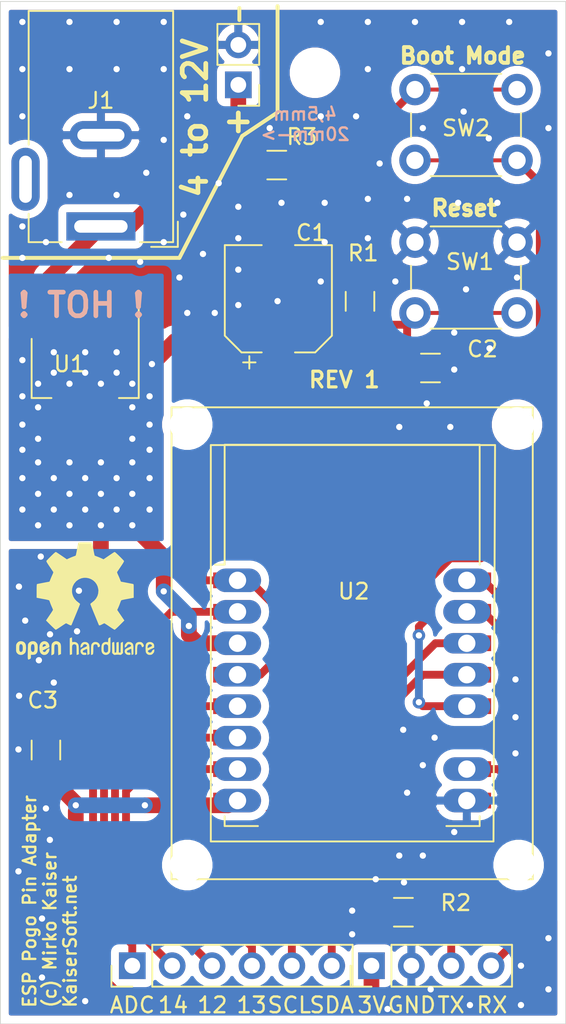
<source format=kicad_pcb>
(kicad_pcb (version 20171130) (host pcbnew "(5.1.4)-1")

  (general
    (thickness 1.6)
    (drawings 35)
    (tracks 276)
    (zones 0)
    (modules 35)
    (nets 24)
  )

  (page A4)
  (layers
    (0 F.Cu signal)
    (31 B.Cu signal)
    (32 B.Adhes user)
    (33 F.Adhes user)
    (34 B.Paste user)
    (35 F.Paste user)
    (36 B.SilkS user)
    (37 F.SilkS user)
    (38 B.Mask user)
    (39 F.Mask user)
    (40 Dwgs.User user)
    (41 Cmts.User user)
    (42 Eco1.User user)
    (43 Eco2.User user)
    (44 Edge.Cuts user)
    (45 Margin user)
    (46 B.CrtYd user)
    (47 F.CrtYd user)
    (48 B.Fab user)
    (49 F.Fab user hide)
  )

  (setup
    (last_trace_width 0.25)
    (user_trace_width 0.5)
    (user_trace_width 1)
    (trace_clearance 0.2)
    (zone_clearance 0.508)
    (zone_45_only no)
    (trace_min 0.2)
    (via_size 0.8)
    (via_drill 0.4)
    (via_min_size 0.4)
    (via_min_drill 0.3)
    (uvia_size 0.3)
    (uvia_drill 0.1)
    (uvias_allowed no)
    (uvia_min_size 0.2)
    (uvia_min_drill 0.1)
    (edge_width 0.05)
    (segment_width 0.2)
    (pcb_text_width 0.3)
    (pcb_text_size 1.5 1.5)
    (mod_edge_width 0.12)
    (mod_text_size 1 1)
    (mod_text_width 0.15)
    (pad_size 3 1.5)
    (pad_drill 1.1)
    (pad_to_mask_clearance 0.051)
    (solder_mask_min_width 0.25)
    (aux_axis_origin 0 0)
    (visible_elements 7FFFFFFF)
    (pcbplotparams
      (layerselection 0x010fc_ffffffff)
      (usegerberextensions false)
      (usegerberattributes false)
      (usegerberadvancedattributes false)
      (creategerberjobfile false)
      (excludeedgelayer true)
      (linewidth 0.100000)
      (plotframeref false)
      (viasonmask false)
      (mode 1)
      (useauxorigin false)
      (hpglpennumber 1)
      (hpglpenspeed 20)
      (hpglpendiameter 15.000000)
      (psnegative false)
      (psa4output false)
      (plotreference true)
      (plotvalue true)
      (plotinvisibletext false)
      (padsonsilk false)
      (subtractmaskfromsilk false)
      (outputformat 1)
      (mirror false)
      (drillshape 1)
      (scaleselection 1)
      (outputdirectory ""))
  )

  (net 0 "")
  (net 1 +3V3)
  (net 2 GND)
  (net 3 RST)
  (net 4 "Net-(J1-Pad3)")
  (net 5 VDC)
  (net 6 TX)
  (net 7 RX)
  (net 8 GPIO12)
  (net 9 GPIO13)
  (net 10 GPIO14)
  (net 11 GPIO5-SCL)
  (net 12 GPIO4-SDA)
  (net 13 ADC)
  (net 14 "Net-(R2-Pad1)")
  (net 15 "Net-(R3-Pad1)")
  (net 16 "Net-(SW2-Pad1)")
  (net 17 "Net-(U2-Pad9)")
  (net 18 "Net-(U2-Pad10)")
  (net 19 "Net-(U2-Pad11)")
  (net 20 "Net-(U2-Pad12)")
  (net 21 "Net-(U2-Pad13)")
  (net 22 "Net-(U2-Pad14)")
  (net 23 "Net-(U2-Pad17)")

  (net_class Default "This is the default net class."
    (clearance 0.2)
    (trace_width 0.25)
    (via_dia 0.8)
    (via_drill 0.4)
    (uvia_dia 0.3)
    (uvia_drill 0.1)
    (add_net +3V3)
    (add_net ADC)
    (add_net GND)
    (add_net GPIO12)
    (add_net GPIO13)
    (add_net GPIO14)
    (add_net GPIO4-SDA)
    (add_net GPIO5-SCL)
    (add_net "Net-(J1-Pad3)")
    (add_net "Net-(R2-Pad1)")
    (add_net "Net-(R3-Pad1)")
    (add_net "Net-(SW2-Pad1)")
    (add_net "Net-(U2-Pad10)")
    (add_net "Net-(U2-Pad11)")
    (add_net "Net-(U2-Pad12)")
    (add_net "Net-(U2-Pad13)")
    (add_net "Net-(U2-Pad14)")
    (add_net "Net-(U2-Pad17)")
    (add_net "Net-(U2-Pad9)")
    (add_net RST)
    (add_net RX)
    (add_net TX)
    (add_net VDC)
  )

  (module Button_Switch_THT:SW_PUSH_6mm (layer F.Cu) (tedit 5A02FE31) (tstamp 5D66BDE5)
    (at 150.5 84.8 180)
    (descr https://www.omron.com/ecb/products/pdf/en-b3f.pdf)
    (tags "tact sw push 6mm")
    (path /5D679441)
    (fp_text reference SW2 (at 3.25 2.05 180) (layer F.SilkS)
      (effects (font (size 1 1) (thickness 0.15)))
    )
    (fp_text value "Boot Mode" (at 3 2) (layer F.Fab)
      (effects (font (size 1 1) (thickness 0.15)))
    )
    (fp_circle (center 3.25 2.25) (end 1.25 2.5) (layer F.Fab) (width 0.1))
    (fp_line (start 6.75 3) (end 6.75 1.5) (layer F.SilkS) (width 0.12))
    (fp_line (start 5.5 -1) (end 1 -1) (layer F.SilkS) (width 0.12))
    (fp_line (start -0.25 1.5) (end -0.25 3) (layer F.SilkS) (width 0.12))
    (fp_line (start 1 5.5) (end 5.5 5.5) (layer F.SilkS) (width 0.12))
    (fp_line (start 8 -1.25) (end 8 5.75) (layer F.CrtYd) (width 0.05))
    (fp_line (start 7.75 6) (end -1.25 6) (layer F.CrtYd) (width 0.05))
    (fp_line (start -1.5 5.75) (end -1.5 -1.25) (layer F.CrtYd) (width 0.05))
    (fp_line (start -1.25 -1.5) (end 7.75 -1.5) (layer F.CrtYd) (width 0.05))
    (fp_line (start -1.5 6) (end -1.25 6) (layer F.CrtYd) (width 0.05))
    (fp_line (start -1.5 5.75) (end -1.5 6) (layer F.CrtYd) (width 0.05))
    (fp_line (start -1.5 -1.5) (end -1.25 -1.5) (layer F.CrtYd) (width 0.05))
    (fp_line (start -1.5 -1.25) (end -1.5 -1.5) (layer F.CrtYd) (width 0.05))
    (fp_line (start 8 -1.5) (end 8 -1.25) (layer F.CrtYd) (width 0.05))
    (fp_line (start 7.75 -1.5) (end 8 -1.5) (layer F.CrtYd) (width 0.05))
    (fp_line (start 8 6) (end 8 5.75) (layer F.CrtYd) (width 0.05))
    (fp_line (start 7.75 6) (end 8 6) (layer F.CrtYd) (width 0.05))
    (fp_line (start 0.25 -0.75) (end 3.25 -0.75) (layer F.Fab) (width 0.1))
    (fp_line (start 0.25 5.25) (end 0.25 -0.75) (layer F.Fab) (width 0.1))
    (fp_line (start 6.25 5.25) (end 0.25 5.25) (layer F.Fab) (width 0.1))
    (fp_line (start 6.25 -0.75) (end 6.25 5.25) (layer F.Fab) (width 0.1))
    (fp_line (start 3.25 -0.75) (end 6.25 -0.75) (layer F.Fab) (width 0.1))
    (fp_text user %R (at 3.25 4) (layer F.Fab)
      (effects (font (size 1 1) (thickness 0.15)))
    )
    (pad 1 thru_hole circle (at 6.5 0 270) (size 2 2) (drill 1.1) (layers *.Cu *.Mask)
      (net 16 "Net-(SW2-Pad1)"))
    (pad 2 thru_hole circle (at 6.5 4.5 270) (size 2 2) (drill 1.1) (layers *.Cu *.Mask)
      (net 15 "Net-(R3-Pad1)"))
    (pad 1 thru_hole circle (at 0 0 270) (size 2 2) (drill 1.1) (layers *.Cu *.Mask)
      (net 16 "Net-(SW2-Pad1)"))
    (pad 2 thru_hole circle (at 0 4.5 270) (size 2 2) (drill 1.1) (layers *.Cu *.Mask)
      (net 15 "Net-(R3-Pad1)"))
    (model ${KISYS3DMOD}/Button_Switch_THT.3dshapes/SW_PUSH_6mm.wrl
      (at (xyz 0 0 0))
      (scale (xyz 1 1 1))
      (rotate (xyz 0 0 0))
    )
  )

  (module RF_Module:ESP-12E (layer F.Cu) (tedit 5A030172) (tstamp 5D66B494)
    (at 140 115)
    (descr "Wi-Fi Module, http://wiki.ai-thinker.com/_media/esp8266/docs/aithinker_esp_12f_datasheet_en.pdf")
    (tags "Wi-Fi Module")
    (path /5D663122)
    (attr smd)
    (fp_text reference U2 (at 0.1 -2.8) (layer F.SilkS)
      (effects (font (size 1 1) (thickness 0.15)))
    )
    (fp_text value ESP-12F (at -0.06 -12.78) (layer F.Fab)
      (effects (font (size 1 1) (thickness 0.15)))
    )
    (fp_text user Antenna (at -0.06 -7 180) (layer Cmts.User)
      (effects (font (size 1 1) (thickness 0.15)))
    )
    (fp_text user "KEEP-OUT ZONE" (at 0.03 -9.55 180) (layer Cmts.User)
      (effects (font (size 1 1) (thickness 0.15)))
    )
    (fp_text user %R (at 0.49 -0.8) (layer F.Fab)
      (effects (font (size 1 1) (thickness 0.15)))
    )
    (fp_line (start -8 -12) (end 8 -12) (layer F.Fab) (width 0.12))
    (fp_line (start 8 -12) (end 8 12) (layer F.Fab) (width 0.12))
    (fp_line (start 8 12) (end -8 12) (layer F.Fab) (width 0.12))
    (fp_line (start -8 12) (end -8 -3) (layer F.Fab) (width 0.12))
    (fp_line (start -8 -3) (end -7.5 -3.5) (layer F.Fab) (width 0.12))
    (fp_line (start -7.5 -3.5) (end -8 -4) (layer F.Fab) (width 0.12))
    (fp_line (start -8 -4) (end -8 -12) (layer F.Fab) (width 0.12))
    (fp_line (start -9.05 -12.2) (end 9.05 -12.2) (layer F.CrtYd) (width 0.05))
    (fp_line (start 9.05 -12.2) (end 9.05 13.1) (layer F.CrtYd) (width 0.05))
    (fp_line (start 9.05 13.1) (end -9.05 13.1) (layer F.CrtYd) (width 0.05))
    (fp_line (start -9.05 13.1) (end -9.05 -12.2) (layer F.CrtYd) (width 0.05))
    (fp_line (start -8.12 -12.12) (end 8.12 -12.12) (layer F.SilkS) (width 0.12))
    (fp_line (start 8.12 -12.12) (end 8.12 -4.5) (layer F.SilkS) (width 0.12))
    (fp_line (start 8.12 11.5) (end 8.12 12.12) (layer F.SilkS) (width 0.12))
    (fp_line (start 8.12 12.12) (end 6 12.12) (layer F.SilkS) (width 0.12))
    (fp_line (start -6 12.12) (end -8.12 12.12) (layer F.SilkS) (width 0.12))
    (fp_line (start -8.12 12.12) (end -8.12 11.5) (layer F.SilkS) (width 0.12))
    (fp_line (start -8.12 -4.5) (end -8.12 -12.12) (layer F.SilkS) (width 0.12))
    (fp_line (start -8.12 -4.5) (end -8.73 -4.5) (layer F.SilkS) (width 0.12))
    (fp_line (start -8.12 -12.12) (end 8.12 -12.12) (layer Dwgs.User) (width 0.12))
    (fp_line (start 8.12 -12.12) (end 8.12 -4.8) (layer Dwgs.User) (width 0.12))
    (fp_line (start 8.12 -4.8) (end -8.12 -4.8) (layer Dwgs.User) (width 0.12))
    (fp_line (start -8.12 -4.8) (end -8.12 -12.12) (layer Dwgs.User) (width 0.12))
    (fp_line (start -8.12 -9.12) (end -5.12 -12.12) (layer Dwgs.User) (width 0.12))
    (fp_line (start -8.12 -6.12) (end -2.12 -12.12) (layer Dwgs.User) (width 0.12))
    (fp_line (start -6.44 -4.8) (end 0.88 -12.12) (layer Dwgs.User) (width 0.12))
    (fp_line (start -3.44 -4.8) (end 3.88 -12.12) (layer Dwgs.User) (width 0.12))
    (fp_line (start -0.44 -4.8) (end 6.88 -12.12) (layer Dwgs.User) (width 0.12))
    (fp_line (start 2.56 -4.8) (end 8.12 -10.36) (layer Dwgs.User) (width 0.12))
    (fp_line (start 5.56 -4.8) (end 8.12 -7.36) (layer Dwgs.User) (width 0.12))
    (pad 1 smd rect (at -7.6 -3.5) (size 2.5 1) (layers F.Cu F.Paste F.Mask)
      (net 3 RST))
    (pad 2 smd rect (at -7.6 -1.5) (size 2.5 1) (layers F.Cu F.Paste F.Mask)
      (net 13 ADC))
    (pad 3 smd rect (at -7.6 0.5) (size 2.5 1) (layers F.Cu F.Paste F.Mask)
      (net 1 +3V3))
    (pad 4 smd rect (at -7.6 2.5) (size 2.5 1) (layers F.Cu F.Paste F.Mask)
      (net 3 RST))
    (pad 5 smd rect (at -7.6 4.5) (size 2.5 1) (layers F.Cu F.Paste F.Mask)
      (net 10 GPIO14))
    (pad 6 smd rect (at -7.6 6.5) (size 2.5 1) (layers F.Cu F.Paste F.Mask)
      (net 8 GPIO12))
    (pad 7 smd rect (at -7.6 8.5) (size 2.5 1) (layers F.Cu F.Paste F.Mask)
      (net 9 GPIO13))
    (pad 8 smd rect (at -7.6 10.5) (size 2.5 1) (layers F.Cu F.Paste F.Mask)
      (net 1 +3V3))
    (pad 9 smd rect (at -5 12) (size 1 1.8) (layers F.Cu F.Paste F.Mask)
      (net 17 "Net-(U2-Pad9)"))
    (pad 10 smd rect (at -3 12) (size 1 1.8) (layers F.Cu F.Paste F.Mask)
      (net 18 "Net-(U2-Pad10)"))
    (pad 11 smd rect (at -1 12) (size 1 1.8) (layers F.Cu F.Paste F.Mask)
      (net 19 "Net-(U2-Pad11)"))
    (pad 12 smd rect (at 1 12) (size 1 1.8) (layers F.Cu F.Paste F.Mask)
      (net 20 "Net-(U2-Pad12)"))
    (pad 13 smd rect (at 3 12) (size 1 1.8) (layers F.Cu F.Paste F.Mask)
      (net 21 "Net-(U2-Pad13)"))
    (pad 14 smd rect (at 5 12) (size 1 1.8) (layers F.Cu F.Paste F.Mask)
      (net 22 "Net-(U2-Pad14)"))
    (pad 15 smd rect (at 7.6 10.5) (size 2.5 1) (layers F.Cu F.Paste F.Mask)
      (net 2 GND))
    (pad 16 smd rect (at 7.6 8.5) (size 2.5 1) (layers F.Cu F.Paste F.Mask)
      (net 14 "Net-(R2-Pad1)"))
    (pad 17 smd rect (at 7.6 6.5) (size 2.5 1) (layers F.Cu F.Paste F.Mask)
      (net 23 "Net-(U2-Pad17)"))
    (pad 18 smd rect (at 7.6 4.5) (size 2.5 1) (layers F.Cu F.Paste F.Mask)
      (net 16 "Net-(SW2-Pad1)"))
    (pad 19 smd rect (at 7.6 2.5) (size 2.5 1) (layers F.Cu F.Paste F.Mask)
      (net 12 GPIO4-SDA))
    (pad 20 smd rect (at 7.6 0.5) (size 2.5 1) (layers F.Cu F.Paste F.Mask)
      (net 11 GPIO5-SCL))
    (pad 21 smd rect (at 7.6 -1.5) (size 2.5 1) (layers F.Cu F.Paste F.Mask)
      (net 6 TX))
    (pad 22 smd rect (at 7.6 -3.5) (size 2.5 1) (layers F.Cu F.Paste F.Mask)
      (net 7 RX))
    (model ${KISYS3DMOD}/RF_Module.3dshapes/ESP-12E.wrl
      (at (xyz 0 0 0))
      (scale (xyz 1 1 1))
      (rotate (xyz 0 0 0))
    )
  )

  (module Symbol:OSHW-Logo2_9.8x8mm_SilkScreen (layer F.Cu) (tedit 0) (tstamp 5D67BED7)
    (at 123 112.8)
    (descr "Open Source Hardware Symbol")
    (tags "Logo Symbol OSHW")
    (attr virtual)
    (fp_text reference REF** (at 0 0) (layer F.SilkS) hide
      (effects (font (size 1 1) (thickness 0.15)))
    )
    (fp_text value OSHW-Logo2_9.8x8mm_SilkScreen (at 0.75 0) (layer F.Fab) hide
      (effects (font (size 1 1) (thickness 0.15)))
    )
    (fp_poly (pts (xy 0.139878 -3.712224) (xy 0.245612 -3.711645) (xy 0.322132 -3.710078) (xy 0.374372 -3.707028)
      (xy 0.407263 -3.702004) (xy 0.425737 -3.694511) (xy 0.434727 -3.684056) (xy 0.439163 -3.670147)
      (xy 0.439594 -3.668346) (xy 0.446333 -3.635855) (xy 0.458808 -3.571748) (xy 0.475719 -3.482849)
      (xy 0.495771 -3.375981) (xy 0.517664 -3.257967) (xy 0.518429 -3.253822) (xy 0.540359 -3.138169)
      (xy 0.560877 -3.035986) (xy 0.578659 -2.953402) (xy 0.592381 -2.896544) (xy 0.600718 -2.871542)
      (xy 0.601116 -2.871099) (xy 0.625677 -2.85889) (xy 0.676315 -2.838544) (xy 0.742095 -2.814455)
      (xy 0.742461 -2.814326) (xy 0.825317 -2.783182) (xy 0.923 -2.743509) (xy 1.015077 -2.703619)
      (xy 1.019434 -2.701647) (xy 1.169407 -2.63358) (xy 1.501498 -2.860361) (xy 1.603374 -2.929496)
      (xy 1.695657 -2.991303) (xy 1.773003 -3.042267) (xy 1.830064 -3.078873) (xy 1.861495 -3.097606)
      (xy 1.864479 -3.098996) (xy 1.887321 -3.09281) (xy 1.929982 -3.062965) (xy 1.994128 -3.008053)
      (xy 2.081421 -2.926666) (xy 2.170535 -2.840078) (xy 2.256441 -2.754753) (xy 2.333327 -2.676892)
      (xy 2.396564 -2.611303) (xy 2.441523 -2.562795) (xy 2.463576 -2.536175) (xy 2.464396 -2.534805)
      (xy 2.466834 -2.516537) (xy 2.45765 -2.486705) (xy 2.434574 -2.441279) (xy 2.395337 -2.37623)
      (xy 2.33767 -2.28753) (xy 2.260795 -2.173343) (xy 2.19257 -2.072838) (xy 2.131582 -1.982697)
      (xy 2.081356 -1.908151) (xy 2.045416 -1.854435) (xy 2.027287 -1.826782) (xy 2.026146 -1.824905)
      (xy 2.028359 -1.79841) (xy 2.045138 -1.746914) (xy 2.073142 -1.680149) (xy 2.083122 -1.658828)
      (xy 2.126672 -1.563841) (xy 2.173134 -1.456063) (xy 2.210877 -1.362808) (xy 2.238073 -1.293594)
      (xy 2.259675 -1.240994) (xy 2.272158 -1.213503) (xy 2.273709 -1.211384) (xy 2.296668 -1.207876)
      (xy 2.350786 -1.198262) (xy 2.428868 -1.183911) (xy 2.523719 -1.166193) (xy 2.628143 -1.146475)
      (xy 2.734944 -1.126126) (xy 2.836926 -1.106514) (xy 2.926894 -1.089009) (xy 2.997653 -1.074978)
      (xy 3.042006 -1.065791) (xy 3.052885 -1.063193) (xy 3.064122 -1.056782) (xy 3.072605 -1.042303)
      (xy 3.078714 -1.014867) (xy 3.082832 -0.969589) (xy 3.085341 -0.90158) (xy 3.086621 -0.805953)
      (xy 3.087054 -0.67782) (xy 3.087077 -0.625299) (xy 3.087077 -0.198155) (xy 2.9845 -0.177909)
      (xy 2.927431 -0.16693) (xy 2.842269 -0.150905) (xy 2.739372 -0.131767) (xy 2.629096 -0.111449)
      (xy 2.598615 -0.105868) (xy 2.496855 -0.086083) (xy 2.408205 -0.066627) (xy 2.340108 -0.049303)
      (xy 2.300004 -0.035912) (xy 2.293323 -0.031921) (xy 2.276919 -0.003658) (xy 2.253399 0.051109)
      (xy 2.227316 0.121588) (xy 2.222142 0.136769) (xy 2.187956 0.230896) (xy 2.145523 0.337101)
      (xy 2.103997 0.432473) (xy 2.103792 0.432916) (xy 2.03464 0.582525) (xy 2.489512 1.251617)
      (xy 2.1975 1.544116) (xy 2.10918 1.63117) (xy 2.028625 1.707909) (xy 1.96036 1.770237)
      (xy 1.908908 1.814056) (xy 1.878794 1.83527) (xy 1.874474 1.836616) (xy 1.849111 1.826016)
      (xy 1.797358 1.796547) (xy 1.724868 1.751705) (xy 1.637294 1.694984) (xy 1.542612 1.631462)
      (xy 1.446516 1.566668) (xy 1.360837 1.510287) (xy 1.291016 1.465788) (xy 1.242494 1.436639)
      (xy 1.220782 1.426308) (xy 1.194293 1.43505) (xy 1.144062 1.458087) (xy 1.080451 1.490631)
      (xy 1.073708 1.494249) (xy 0.988046 1.53721) (xy 0.929306 1.558279) (xy 0.892772 1.558503)
      (xy 0.873731 1.538928) (xy 0.87362 1.538654) (xy 0.864102 1.515472) (xy 0.841403 1.460441)
      (xy 0.807282 1.377822) (xy 0.7635 1.271872) (xy 0.711816 1.146852) (xy 0.653992 1.00702)
      (xy 0.597991 0.871637) (xy 0.536447 0.722234) (xy 0.479939 0.583832) (xy 0.430161 0.460673)
      (xy 0.388806 0.357002) (xy 0.357568 0.277059) (xy 0.338141 0.225088) (xy 0.332154 0.205692)
      (xy 0.347168 0.183443) (xy 0.386439 0.147982) (xy 0.438807 0.108887) (xy 0.587941 -0.014755)
      (xy 0.704511 -0.156478) (xy 0.787118 -0.313296) (xy 0.834366 -0.482225) (xy 0.844857 -0.660278)
      (xy 0.837231 -0.742461) (xy 0.795682 -0.912969) (xy 0.724123 -1.063541) (xy 0.626995 -1.192691)
      (xy 0.508734 -1.298936) (xy 0.37378 -1.38079) (xy 0.226571 -1.436768) (xy 0.071544 -1.465385)
      (xy -0.086861 -1.465156) (xy -0.244206 -1.434595) (xy -0.396054 -1.372218) (xy -0.537965 -1.27654)
      (xy -0.597197 -1.222428) (xy -0.710797 -1.08348) (xy -0.789894 -0.931639) (xy -0.835014 -0.771333)
      (xy -0.846684 -0.606988) (xy -0.825431 -0.443029) (xy -0.77178 -0.283882) (xy -0.68626 -0.133975)
      (xy -0.569395 0.002267) (xy -0.438807 0.108887) (xy -0.384412 0.149642) (xy -0.345986 0.184718)
      (xy -0.332154 0.205726) (xy -0.339397 0.228635) (xy -0.359995 0.283365) (xy -0.392254 0.365672)
      (xy -0.434479 0.471315) (xy -0.484977 0.59605) (xy -0.542052 0.735636) (xy -0.598146 0.87167)
      (xy -0.660033 1.021201) (xy -0.717356 1.159767) (xy -0.768356 1.283107) (xy -0.811273 1.386964)
      (xy -0.844347 1.46708) (xy -0.865819 1.519195) (xy -0.873775 1.538654) (xy -0.892571 1.558423)
      (xy -0.928926 1.558365) (xy -0.987521 1.537441) (xy -1.073032 1.494613) (xy -1.073708 1.494249)
      (xy -1.138093 1.461012) (xy -1.190139 1.436802) (xy -1.219488 1.426404) (xy -1.220783 1.426308)
      (xy -1.242876 1.436855) (xy -1.291652 1.466184) (xy -1.361669 1.510827) (xy -1.447486 1.567314)
      (xy -1.542612 1.631462) (xy -1.63946 1.696411) (xy -1.726747 1.752896) (xy -1.798819 1.797421)
      (xy -1.850023 1.82649) (xy -1.874474 1.836616) (xy -1.89699 1.823307) (xy -1.942258 1.786112)
      (xy -2.005756 1.729128) (xy -2.082961 1.656449) (xy -2.169349 1.572171) (xy -2.197601 1.544016)
      (xy -2.489713 1.251416) (xy -2.267369 0.925104) (xy -2.199798 0.824897) (xy -2.140493 0.734963)
      (xy -2.092783 0.66051) (xy -2.059993 0.606751) (xy -2.045452 0.578894) (xy -2.045026 0.576912)
      (xy -2.052692 0.550655) (xy -2.073311 0.497837) (xy -2.103315 0.42731) (xy -2.124375 0.380093)
      (xy -2.163752 0.289694) (xy -2.200835 0.198366) (xy -2.229585 0.1212) (xy -2.237395 0.097692)
      (xy -2.259583 0.034916) (xy -2.281273 -0.013589) (xy -2.293187 -0.031921) (xy -2.319477 -0.043141)
      (xy -2.376858 -0.059046) (xy -2.457882 -0.077833) (xy -2.555105 -0.097701) (xy -2.598615 -0.105868)
      (xy -2.709104 -0.126171) (xy -2.815084 -0.14583) (xy -2.906199 -0.162912) (xy -2.972092 -0.175482)
      (xy -2.9845 -0.177909) (xy -3.087077 -0.198155) (xy -3.087077 -0.625299) (xy -3.086847 -0.765754)
      (xy -3.085901 -0.872021) (xy -3.083859 -0.948987) (xy -3.080338 -1.00154) (xy -3.074957 -1.034567)
      (xy -3.067334 -1.052955) (xy -3.057088 -1.061592) (xy -3.052885 -1.063193) (xy -3.02753 -1.068873)
      (xy -2.971516 -1.080205) (xy -2.892036 -1.095821) (xy -2.796288 -1.114353) (xy -2.691467 -1.134431)
      (xy -2.584768 -1.154688) (xy -2.483387 -1.173754) (xy -2.394521 -1.190261) (xy -2.325363 -1.202841)
      (xy -2.283111 -1.210125) (xy -2.27371 -1.211384) (xy -2.265193 -1.228237) (xy -2.24634 -1.27313)
      (xy -2.220676 -1.33757) (xy -2.210877 -1.362808) (xy -2.171352 -1.460314) (xy -2.124808 -1.568041)
      (xy -2.083123 -1.658828) (xy -2.05245 -1.728247) (xy -2.032044 -1.78529) (xy -2.025232 -1.820223)
      (xy -2.026318 -1.824905) (xy -2.040715 -1.847009) (xy -2.073588 -1.896169) (xy -2.12141 -1.967152)
      (xy -2.180652 -2.054722) (xy -2.247785 -2.153643) (xy -2.261059 -2.17317) (xy -2.338954 -2.28886)
      (xy -2.396213 -2.376956) (xy -2.435119 -2.441514) (xy -2.457956 -2.486589) (xy -2.467006 -2.516237)
      (xy -2.464552 -2.534515) (xy -2.464489 -2.534631) (xy -2.445173 -2.558639) (xy -2.402449 -2.605053)
      (xy -2.340949 -2.669063) (xy -2.265302 -2.745855) (xy -2.180139 -2.830618) (xy -2.170535 -2.840078)
      (xy -2.06321 -2.944011) (xy -1.980385 -3.020325) (xy -1.920395 -3.070429) (xy -1.881577 -3.09573)
      (xy -1.86448 -3.098996) (xy -1.839527 -3.08475) (xy -1.787745 -3.051844) (xy -1.71448 -3.003792)
      (xy -1.62508 -2.94411) (xy -1.524889 -2.876312) (xy -1.501499 -2.860361) (xy -1.169407 -2.63358)
      (xy -1.019435 -2.701647) (xy -0.92823 -2.741315) (xy -0.830331 -2.781209) (xy -0.746169 -2.813017)
      (xy -0.742462 -2.814326) (xy -0.676631 -2.838424) (xy -0.625884 -2.8588) (xy -0.601158 -2.871064)
      (xy -0.601116 -2.871099) (xy -0.593271 -2.893266) (xy -0.579934 -2.947783) (xy -0.56243 -3.02852)
      (xy -0.542083 -3.12935) (xy -0.520218 -3.244144) (xy -0.518429 -3.253822) (xy -0.496496 -3.372096)
      (xy -0.47636 -3.479458) (xy -0.45932 -3.569083) (xy -0.446672 -3.634149) (xy -0.439716 -3.667832)
      (xy -0.439594 -3.668346) (xy -0.435361 -3.682675) (xy -0.427129 -3.693493) (xy -0.409967 -3.701294)
      (xy -0.378942 -3.706571) (xy -0.329122 -3.709818) (xy -0.255576 -3.711528) (xy -0.153371 -3.712193)
      (xy -0.017575 -3.712307) (xy 0 -3.712308) (xy 0.139878 -3.712224)) (layer F.SilkS) (width 0.01))
    (fp_poly (pts (xy 4.245224 2.647838) (xy 4.322528 2.698361) (xy 4.359814 2.74359) (xy 4.389353 2.825663)
      (xy 4.391699 2.890607) (xy 4.386385 2.977445) (xy 4.186115 3.065103) (xy 4.088739 3.109887)
      (xy 4.025113 3.145913) (xy 3.992029 3.177117) (xy 3.98628 3.207436) (xy 4.004658 3.240805)
      (xy 4.024923 3.262923) (xy 4.083889 3.298393) (xy 4.148024 3.300879) (xy 4.206926 3.273235)
      (xy 4.250197 3.21832) (xy 4.257936 3.198928) (xy 4.295006 3.138364) (xy 4.337654 3.112552)
      (xy 4.396154 3.090471) (xy 4.396154 3.174184) (xy 4.390982 3.23115) (xy 4.370723 3.279189)
      (xy 4.328262 3.334346) (xy 4.321951 3.341514) (xy 4.27472 3.390585) (xy 4.234121 3.41692)
      (xy 4.183328 3.429035) (xy 4.14122 3.433003) (xy 4.065902 3.433991) (xy 4.012286 3.421466)
      (xy 3.978838 3.402869) (xy 3.926268 3.361975) (xy 3.889879 3.317748) (xy 3.86685 3.262126)
      (xy 3.854359 3.187047) (xy 3.849587 3.084449) (xy 3.849206 3.032376) (xy 3.850501 2.969948)
      (xy 3.968471 2.969948) (xy 3.969839 3.003438) (xy 3.973249 3.008923) (xy 3.995753 3.001472)
      (xy 4.044182 2.981753) (xy 4.108908 2.953718) (xy 4.122443 2.947692) (xy 4.204244 2.906096)
      (xy 4.249312 2.869538) (xy 4.259217 2.835296) (xy 4.235526 2.800648) (xy 4.21596 2.785339)
      (xy 4.14536 2.754721) (xy 4.07928 2.75978) (xy 4.023959 2.797151) (xy 3.985636 2.863473)
      (xy 3.973349 2.916116) (xy 3.968471 2.969948) (xy 3.850501 2.969948) (xy 3.85173 2.91072)
      (xy 3.861032 2.82071) (xy 3.87946 2.755167) (xy 3.90936 2.706912) (xy 3.95308 2.668767)
      (xy 3.972141 2.65644) (xy 4.058726 2.624336) (xy 4.153522 2.622316) (xy 4.245224 2.647838)) (layer F.SilkS) (width 0.01))
    (fp_poly (pts (xy 3.570807 2.636782) (xy 3.594161 2.646988) (xy 3.649902 2.691134) (xy 3.697569 2.754967)
      (xy 3.727048 2.823087) (xy 3.731846 2.85667) (xy 3.71576 2.903556) (xy 3.680475 2.928365)
      (xy 3.642644 2.943387) (xy 3.625321 2.946155) (xy 3.616886 2.926066) (xy 3.60023 2.882351)
      (xy 3.592923 2.862598) (xy 3.551948 2.794271) (xy 3.492622 2.760191) (xy 3.416552 2.761239)
      (xy 3.410918 2.762581) (xy 3.370305 2.781836) (xy 3.340448 2.819375) (xy 3.320055 2.879809)
      (xy 3.307836 2.967751) (xy 3.3025 3.087813) (xy 3.302 3.151698) (xy 3.301752 3.252403)
      (xy 3.300126 3.321054) (xy 3.295801 3.364673) (xy 3.287454 3.390282) (xy 3.273765 3.404903)
      (xy 3.253411 3.415558) (xy 3.252234 3.416095) (xy 3.213038 3.432667) (xy 3.193619 3.438769)
      (xy 3.190635 3.420319) (xy 3.188081 3.369323) (xy 3.18614 3.292308) (xy 3.184997 3.195805)
      (xy 3.184769 3.125184) (xy 3.185932 2.988525) (xy 3.190479 2.884851) (xy 3.199999 2.808108)
      (xy 3.216081 2.752246) (xy 3.240313 2.711212) (xy 3.274286 2.678954) (xy 3.307833 2.65644)
      (xy 3.388499 2.626476) (xy 3.482381 2.619718) (xy 3.570807 2.636782)) (layer F.SilkS) (width 0.01))
    (fp_poly (pts (xy 2.887333 2.633528) (xy 2.94359 2.659117) (xy 2.987747 2.690124) (xy 3.020101 2.724795)
      (xy 3.042438 2.76952) (xy 3.056546 2.830692) (xy 3.064211 2.914701) (xy 3.06722 3.02794)
      (xy 3.067538 3.102509) (xy 3.067538 3.39342) (xy 3.017773 3.416095) (xy 2.978576 3.432667)
      (xy 2.959157 3.438769) (xy 2.955442 3.42061) (xy 2.952495 3.371648) (xy 2.950691 3.300153)
      (xy 2.950308 3.243385) (xy 2.948661 3.161371) (xy 2.944222 3.096309) (xy 2.93774 3.056467)
      (xy 2.93259 3.048) (xy 2.897977 3.056646) (xy 2.84364 3.078823) (xy 2.780722 3.108886)
      (xy 2.720368 3.141192) (xy 2.673721 3.170098) (xy 2.651926 3.189961) (xy 2.651839 3.190175)
      (xy 2.653714 3.226935) (xy 2.670525 3.262026) (xy 2.700039 3.290528) (xy 2.743116 3.300061)
      (xy 2.779932 3.29895) (xy 2.832074 3.298133) (xy 2.859444 3.310349) (xy 2.875882 3.342624)
      (xy 2.877955 3.34871) (xy 2.885081 3.394739) (xy 2.866024 3.422687) (xy 2.816353 3.436007)
      (xy 2.762697 3.43847) (xy 2.666142 3.42021) (xy 2.616159 3.394131) (xy 2.554429 3.332868)
      (xy 2.52169 3.25767) (xy 2.518753 3.178211) (xy 2.546424 3.104167) (xy 2.588047 3.057769)
      (xy 2.629604 3.031793) (xy 2.694922 2.998907) (xy 2.771038 2.965557) (xy 2.783726 2.960461)
      (xy 2.867333 2.923565) (xy 2.91553 2.891046) (xy 2.93103 2.858718) (xy 2.91655 2.822394)
      (xy 2.891692 2.794) (xy 2.832939 2.759039) (xy 2.768293 2.756417) (xy 2.709008 2.783358)
      (xy 2.666339 2.837088) (xy 2.660739 2.85095) (xy 2.628133 2.901936) (xy 2.58053 2.939787)
      (xy 2.520461 2.97085) (xy 2.520461 2.882768) (xy 2.523997 2.828951) (xy 2.539156 2.786534)
      (xy 2.572768 2.741279) (xy 2.605035 2.70642) (xy 2.655209 2.657062) (xy 2.694193 2.630547)
      (xy 2.736064 2.619911) (xy 2.78346 2.618154) (xy 2.887333 2.633528)) (layer F.SilkS) (width 0.01))
    (fp_poly (pts (xy 2.395929 2.636662) (xy 2.398911 2.688068) (xy 2.401247 2.766192) (xy 2.402749 2.864857)
      (xy 2.403231 2.968343) (xy 2.403231 3.318533) (xy 2.341401 3.380363) (xy 2.298793 3.418462)
      (xy 2.26139 3.433895) (xy 2.21027 3.432918) (xy 2.189978 3.430433) (xy 2.126554 3.4232)
      (xy 2.074095 3.419055) (xy 2.061308 3.418672) (xy 2.018199 3.421176) (xy 1.956544 3.427462)
      (xy 1.932638 3.430433) (xy 1.873922 3.435028) (xy 1.834464 3.425046) (xy 1.795338 3.394228)
      (xy 1.781215 3.380363) (xy 1.719385 3.318533) (xy 1.719385 2.663503) (xy 1.76915 2.640829)
      (xy 1.812002 2.624034) (xy 1.837073 2.618154) (xy 1.843501 2.636736) (xy 1.849509 2.688655)
      (xy 1.854697 2.768172) (xy 1.858664 2.869546) (xy 1.860577 2.955192) (xy 1.865923 3.292231)
      (xy 1.91256 3.298825) (xy 1.954976 3.294214) (xy 1.97576 3.279287) (xy 1.98157 3.251377)
      (xy 1.98653 3.191925) (xy 1.990246 3.108466) (xy 1.992324 3.008532) (xy 1.992624 2.957104)
      (xy 1.992923 2.661054) (xy 2.054454 2.639604) (xy 2.098004 2.62502) (xy 2.121694 2.618219)
      (xy 2.122377 2.618154) (xy 2.124754 2.636642) (xy 2.127366 2.687906) (xy 2.129995 2.765649)
      (xy 2.132421 2.863574) (xy 2.134115 2.955192) (xy 2.139461 3.292231) (xy 2.256692 3.292231)
      (xy 2.262072 2.984746) (xy 2.267451 2.677261) (xy 2.324601 2.647707) (xy 2.366797 2.627413)
      (xy 2.39177 2.618204) (xy 2.392491 2.618154) (xy 2.395929 2.636662)) (layer F.SilkS) (width 0.01))
    (fp_poly (pts (xy 1.602081 2.780289) (xy 1.601833 2.92632) (xy 1.600872 3.038655) (xy 1.598794 3.122678)
      (xy 1.595193 3.183769) (xy 1.589665 3.227309) (xy 1.581804 3.258679) (xy 1.571207 3.283262)
      (xy 1.563182 3.297294) (xy 1.496728 3.373388) (xy 1.41247 3.421084) (xy 1.319249 3.438199)
      (xy 1.2259 3.422546) (xy 1.170312 3.394418) (xy 1.111957 3.34576) (xy 1.072186 3.286333)
      (xy 1.04819 3.208507) (xy 1.037161 3.104652) (xy 1.035599 3.028462) (xy 1.035809 3.022986)
      (xy 1.172308 3.022986) (xy 1.173141 3.110355) (xy 1.176961 3.168192) (xy 1.185746 3.206029)
      (xy 1.201474 3.233398) (xy 1.220266 3.254042) (xy 1.283375 3.29389) (xy 1.351137 3.297295)
      (xy 1.415179 3.264025) (xy 1.420164 3.259517) (xy 1.441439 3.236067) (xy 1.454779 3.208166)
      (xy 1.462001 3.166641) (xy 1.464923 3.102316) (xy 1.465385 3.0312) (xy 1.464383 2.941858)
      (xy 1.460238 2.882258) (xy 1.451236 2.843089) (xy 1.435667 2.81504) (xy 1.422902 2.800144)
      (xy 1.3636 2.762575) (xy 1.295301 2.758057) (xy 1.23011 2.786753) (xy 1.217528 2.797406)
      (xy 1.196111 2.821063) (xy 1.182744 2.849251) (xy 1.175566 2.891245) (xy 1.172719 2.956319)
      (xy 1.172308 3.022986) (xy 1.035809 3.022986) (xy 1.040322 2.905765) (xy 1.056362 2.813577)
      (xy 1.086528 2.744269) (xy 1.133629 2.690211) (xy 1.170312 2.662505) (xy 1.23699 2.632572)
      (xy 1.314272 2.618678) (xy 1.38611 2.622397) (xy 1.426308 2.6374) (xy 1.442082 2.64167)
      (xy 1.45255 2.62575) (xy 1.459856 2.583089) (xy 1.465385 2.518106) (xy 1.471437 2.445732)
      (xy 1.479844 2.402187) (xy 1.495141 2.377287) (xy 1.521864 2.360845) (xy 1.538654 2.353564)
      (xy 1.602154 2.326963) (xy 1.602081 2.780289)) (layer F.SilkS) (width 0.01))
    (fp_poly (pts (xy 0.713362 2.62467) (xy 0.802117 2.657421) (xy 0.874022 2.71535) (xy 0.902144 2.756128)
      (xy 0.932802 2.830954) (xy 0.932165 2.885058) (xy 0.899987 2.921446) (xy 0.888081 2.927633)
      (xy 0.836675 2.946925) (xy 0.810422 2.941982) (xy 0.80153 2.909587) (xy 0.801077 2.891692)
      (xy 0.784797 2.825859) (xy 0.742365 2.779807) (xy 0.683388 2.757564) (xy 0.617475 2.763161)
      (xy 0.563895 2.792229) (xy 0.545798 2.80881) (xy 0.532971 2.828925) (xy 0.524306 2.859332)
      (xy 0.518696 2.906788) (xy 0.515035 2.97805) (xy 0.512215 3.079875) (xy 0.511484 3.112115)
      (xy 0.50882 3.22241) (xy 0.505792 3.300036) (xy 0.50125 3.351396) (xy 0.494046 3.38289)
      (xy 0.483033 3.40092) (xy 0.46706 3.411888) (xy 0.456834 3.416733) (xy 0.413406 3.433301)
      (xy 0.387842 3.438769) (xy 0.379395 3.420507) (xy 0.374239 3.365296) (xy 0.372346 3.272499)
      (xy 0.373689 3.141478) (xy 0.374107 3.121269) (xy 0.377058 3.001733) (xy 0.380548 2.914449)
      (xy 0.385514 2.852591) (xy 0.392893 2.809336) (xy 0.403624 2.77786) (xy 0.418645 2.751339)
      (xy 0.426502 2.739975) (xy 0.471553 2.689692) (xy 0.52194 2.650581) (xy 0.528108 2.647167)
      (xy 0.618458 2.620212) (xy 0.713362 2.62467)) (layer F.SilkS) (width 0.01))
    (fp_poly (pts (xy 0.053501 2.626303) (xy 0.13006 2.654733) (xy 0.130936 2.655279) (xy 0.178285 2.690127)
      (xy 0.213241 2.730852) (xy 0.237825 2.783925) (xy 0.254062 2.855814) (xy 0.263975 2.952992)
      (xy 0.269586 3.081928) (xy 0.270077 3.100298) (xy 0.277141 3.377287) (xy 0.217695 3.408028)
      (xy 0.174681 3.428802) (xy 0.14871 3.438646) (xy 0.147509 3.438769) (xy 0.143014 3.420606)
      (xy 0.139444 3.371612) (xy 0.137248 3.300031) (xy 0.136769 3.242068) (xy 0.136758 3.14817)
      (xy 0.132466 3.089203) (xy 0.117503 3.061079) (xy 0.085482 3.059706) (xy 0.030014 3.080998)
      (xy -0.053731 3.120136) (xy -0.115311 3.152643) (xy -0.146983 3.180845) (xy -0.156294 3.211582)
      (xy -0.156308 3.213104) (xy -0.140943 3.266054) (xy -0.095453 3.29466) (xy -0.025834 3.298803)
      (xy 0.024313 3.298084) (xy 0.050754 3.312527) (xy 0.067243 3.347218) (xy 0.076733 3.391416)
      (xy 0.063057 3.416493) (xy 0.057907 3.420082) (xy 0.009425 3.434496) (xy -0.058469 3.436537)
      (xy -0.128388 3.426983) (xy -0.177932 3.409522) (xy -0.24643 3.351364) (xy -0.285366 3.270408)
      (xy -0.293077 3.20716) (xy -0.287193 3.150111) (xy -0.265899 3.103542) (xy -0.223735 3.062181)
      (xy -0.155241 3.020755) (xy -0.054956 2.973993) (xy -0.048846 2.97135) (xy 0.04149 2.929617)
      (xy 0.097235 2.895391) (xy 0.121129 2.864635) (xy 0.115913 2.833311) (xy 0.084328 2.797383)
      (xy 0.074883 2.789116) (xy 0.011617 2.757058) (xy -0.053936 2.758407) (xy -0.111028 2.789838)
      (xy -0.148907 2.848024) (xy -0.152426 2.859446) (xy -0.1867 2.914837) (xy -0.230191 2.941518)
      (xy -0.293077 2.96796) (xy -0.293077 2.899548) (xy -0.273948 2.80011) (xy -0.217169 2.708902)
      (xy -0.187622 2.678389) (xy -0.120458 2.639228) (xy -0.035044 2.6215) (xy 0.053501 2.626303)) (layer F.SilkS) (width 0.01))
    (fp_poly (pts (xy -0.840154 2.49212) (xy -0.834428 2.57198) (xy -0.827851 2.619039) (xy -0.818738 2.639566)
      (xy -0.805402 2.639829) (xy -0.801077 2.637378) (xy -0.743556 2.619636) (xy -0.668732 2.620672)
      (xy -0.592661 2.63891) (xy -0.545082 2.662505) (xy -0.496298 2.700198) (xy -0.460636 2.742855)
      (xy -0.436155 2.797057) (xy -0.420913 2.869384) (xy -0.41297 2.966419) (xy -0.410384 3.094742)
      (xy -0.410338 3.119358) (xy -0.410308 3.39587) (xy -0.471839 3.41732) (xy -0.515541 3.431912)
      (xy -0.539518 3.438706) (xy -0.540223 3.438769) (xy -0.542585 3.420345) (xy -0.544594 3.369526)
      (xy -0.546099 3.292993) (xy -0.546947 3.19743) (xy -0.547077 3.139329) (xy -0.547349 3.024771)
      (xy -0.548748 2.942667) (xy -0.552151 2.886393) (xy -0.558433 2.849326) (xy -0.568471 2.824844)
      (xy -0.583139 2.806325) (xy -0.592298 2.797406) (xy -0.655211 2.761466) (xy -0.723864 2.758775)
      (xy -0.786152 2.78917) (xy -0.797671 2.800144) (xy -0.814567 2.820779) (xy -0.826286 2.845256)
      (xy -0.833767 2.880647) (xy -0.837946 2.934026) (xy -0.839763 3.012466) (xy -0.840154 3.120617)
      (xy -0.840154 3.39587) (xy -0.901685 3.41732) (xy -0.945387 3.431912) (xy -0.969364 3.438706)
      (xy -0.97007 3.438769) (xy -0.971874 3.420069) (xy -0.9735 3.367322) (xy -0.974883 3.285557)
      (xy -0.975958 3.179805) (xy -0.97666 3.055094) (xy -0.976923 2.916455) (xy -0.976923 2.381806)
      (xy -0.849923 2.328236) (xy -0.840154 2.49212)) (layer F.SilkS) (width 0.01))
    (fp_poly (pts (xy -2.465746 2.599745) (xy -2.388714 2.651567) (xy -2.329184 2.726412) (xy -2.293622 2.821654)
      (xy -2.286429 2.891756) (xy -2.287246 2.921009) (xy -2.294086 2.943407) (xy -2.312888 2.963474)
      (xy -2.349592 2.985733) (xy -2.410138 3.014709) (xy -2.500466 3.054927) (xy -2.500923 3.055129)
      (xy -2.584067 3.09321) (xy -2.652247 3.127025) (xy -2.698495 3.152933) (xy -2.715842 3.167295)
      (xy -2.715846 3.167411) (xy -2.700557 3.198685) (xy -2.664804 3.233157) (xy -2.623758 3.25799)
      (xy -2.602963 3.262923) (xy -2.54623 3.245862) (xy -2.497373 3.203133) (xy -2.473535 3.156155)
      (xy -2.450603 3.121522) (xy -2.405682 3.082081) (xy -2.352877 3.048009) (xy -2.30629 3.02948)
      (xy -2.296548 3.028462) (xy -2.285582 3.045215) (xy -2.284921 3.088039) (xy -2.29298 3.145781)
      (xy -2.308173 3.207289) (xy -2.328914 3.261409) (xy -2.329962 3.26351) (xy -2.392379 3.35066)
      (xy -2.473274 3.409939) (xy -2.565144 3.439034) (xy -2.660487 3.435634) (xy -2.751802 3.397428)
      (xy -2.755862 3.394741) (xy -2.827694 3.329642) (xy -2.874927 3.244705) (xy -2.901066 3.133021)
      (xy -2.904574 3.101643) (xy -2.910787 2.953536) (xy -2.903339 2.884468) (xy -2.715846 2.884468)
      (xy -2.71341 2.927552) (xy -2.700086 2.940126) (xy -2.666868 2.930719) (xy -2.614506 2.908483)
      (xy -2.555976 2.88061) (xy -2.554521 2.879872) (xy -2.504911 2.853777) (xy -2.485 2.836363)
      (xy -2.48991 2.818107) (xy -2.510584 2.79412) (xy -2.563181 2.759406) (xy -2.619823 2.756856)
      (xy -2.670631 2.782119) (xy -2.705724 2.830847) (xy -2.715846 2.884468) (xy -2.903339 2.884468)
      (xy -2.898008 2.835036) (xy -2.865222 2.741055) (xy -2.819579 2.675215) (xy -2.737198 2.608681)
      (xy -2.646454 2.575676) (xy -2.553815 2.573573) (xy -2.465746 2.599745)) (layer F.SilkS) (width 0.01))
    (fp_poly (pts (xy -3.983114 2.587256) (xy -3.891536 2.635409) (xy -3.823951 2.712905) (xy -3.799943 2.762727)
      (xy -3.781262 2.837533) (xy -3.771699 2.932052) (xy -3.770792 3.03521) (xy -3.778079 3.135935)
      (xy -3.793097 3.223153) (xy -3.815385 3.285791) (xy -3.822235 3.296579) (xy -3.903368 3.377105)
      (xy -3.999734 3.425336) (xy -4.104299 3.43945) (xy -4.210032 3.417629) (xy -4.239457 3.404547)
      (xy -4.296759 3.364231) (xy -4.34705 3.310775) (xy -4.351803 3.303995) (xy -4.371122 3.271321)
      (xy -4.383892 3.236394) (xy -4.391436 3.190414) (xy -4.395076 3.124584) (xy -4.396135 3.030105)
      (xy -4.396154 3.008923) (xy -4.396106 3.002182) (xy -4.200769 3.002182) (xy -4.199632 3.091349)
      (xy -4.195159 3.15052) (xy -4.185754 3.188741) (xy -4.169824 3.215053) (xy -4.161692 3.223846)
      (xy -4.114942 3.257261) (xy -4.069553 3.255737) (xy -4.02366 3.226752) (xy -3.996288 3.195809)
      (xy -3.980077 3.150643) (xy -3.970974 3.07942) (xy -3.970349 3.071114) (xy -3.968796 2.942037)
      (xy -3.985035 2.846172) (xy -4.018848 2.784107) (xy -4.070016 2.756432) (xy -4.08828 2.754923)
      (xy -4.13624 2.762513) (xy -4.169047 2.788808) (xy -4.189105 2.839095) (xy -4.198822 2.918664)
      (xy -4.200769 3.002182) (xy -4.396106 3.002182) (xy -4.395426 2.908249) (xy -4.392371 2.837906)
      (xy -4.385678 2.789163) (xy -4.37404 2.753288) (xy -4.356147 2.721548) (xy -4.352192 2.715648)
      (xy -4.285733 2.636104) (xy -4.213315 2.589929) (xy -4.125151 2.571599) (xy -4.095213 2.570703)
      (xy -3.983114 2.587256)) (layer F.SilkS) (width 0.01))
    (fp_poly (pts (xy -1.728336 2.595089) (xy -1.665633 2.631358) (xy -1.622039 2.667358) (xy -1.590155 2.705075)
      (xy -1.56819 2.751199) (xy -1.554351 2.812421) (xy -1.546847 2.895431) (xy -1.543883 3.006919)
      (xy -1.543539 3.087062) (xy -1.543539 3.382065) (xy -1.709615 3.456515) (xy -1.719385 3.133402)
      (xy -1.723421 3.012729) (xy -1.727656 2.925141) (xy -1.732903 2.86465) (xy -1.739975 2.825268)
      (xy -1.749689 2.801007) (xy -1.762856 2.78588) (xy -1.767081 2.782606) (xy -1.831091 2.757034)
      (xy -1.895792 2.767153) (xy -1.934308 2.794) (xy -1.949975 2.813024) (xy -1.96082 2.837988)
      (xy -1.967712 2.875834) (xy -1.971521 2.933502) (xy -1.973117 3.017935) (xy -1.973385 3.105928)
      (xy -1.973437 3.216323) (xy -1.975328 3.294463) (xy -1.981655 3.347165) (xy -1.995017 3.381242)
      (xy -2.018015 3.403511) (xy -2.053246 3.420787) (xy -2.100303 3.438738) (xy -2.151697 3.458278)
      (xy -2.145579 3.111485) (xy -2.143116 2.986468) (xy -2.140233 2.894082) (xy -2.136102 2.827881)
      (xy -2.129893 2.78142) (xy -2.120774 2.748256) (xy -2.107917 2.721944) (xy -2.092416 2.698729)
      (xy -2.017629 2.624569) (xy -1.926372 2.581684) (xy -1.827117 2.571412) (xy -1.728336 2.595089)) (layer F.SilkS) (width 0.01))
    (fp_poly (pts (xy -3.231114 2.584505) (xy -3.156461 2.621727) (xy -3.090569 2.690261) (xy -3.072423 2.715648)
      (xy -3.052655 2.748866) (xy -3.039828 2.784945) (xy -3.03249 2.833098) (xy -3.029187 2.902536)
      (xy -3.028462 2.994206) (xy -3.031737 3.11983) (xy -3.043123 3.214154) (xy -3.064959 3.284523)
      (xy -3.099581 3.338286) (xy -3.14933 3.382788) (xy -3.152986 3.385423) (xy -3.202015 3.412377)
      (xy -3.261055 3.425712) (xy -3.336141 3.429) (xy -3.458205 3.429) (xy -3.458256 3.547497)
      (xy -3.459392 3.613492) (xy -3.466314 3.652202) (xy -3.484402 3.675419) (xy -3.519038 3.694933)
      (xy -3.527355 3.69892) (xy -3.56628 3.717603) (xy -3.596417 3.729403) (xy -3.618826 3.730422)
      (xy -3.634567 3.716761) (xy -3.644698 3.684522) (xy -3.650277 3.629804) (xy -3.652365 3.548711)
      (xy -3.652019 3.437344) (xy -3.6503 3.291802) (xy -3.649763 3.248269) (xy -3.647828 3.098205)
      (xy -3.646096 3.000042) (xy -3.458308 3.000042) (xy -3.457252 3.083364) (xy -3.452562 3.13788)
      (xy -3.441949 3.173837) (xy -3.423128 3.201482) (xy -3.41035 3.214965) (xy -3.35811 3.254417)
      (xy -3.311858 3.257628) (xy -3.264133 3.225049) (xy -3.262923 3.223846) (xy -3.243506 3.198668)
      (xy -3.231693 3.164447) (xy -3.225735 3.111748) (xy -3.22388 3.031131) (xy -3.223846 3.013271)
      (xy -3.22833 2.902175) (xy -3.242926 2.825161) (xy -3.26935 2.778147) (xy -3.309317 2.75705)
      (xy -3.332416 2.754923) (xy -3.387238 2.7649) (xy -3.424842 2.797752) (xy -3.447477 2.857857)
      (xy -3.457394 2.949598) (xy -3.458308 3.000042) (xy -3.646096 3.000042) (xy -3.645778 2.98206)
      (xy -3.643127 2.894679) (xy -3.639394 2.830905) (xy -3.634093 2.785582) (xy -3.626742 2.753555)
      (xy -3.616857 2.729668) (xy -3.603954 2.708764) (xy -3.598421 2.700898) (xy -3.525031 2.626595)
      (xy -3.43224 2.584467) (xy -3.324904 2.572722) (xy -3.231114 2.584505)) (layer F.SilkS) (width 0.01))
  )

  (module MountingHole:MountingHole_2.2mm_M2_DIN965 (layer F.Cu) (tedit 56D1B4CB) (tstamp 5D67B27E)
    (at 137.63 79.23)
    (descr "Mounting Hole 2.2mm, no annular, M2, DIN965")
    (tags "mounting hole 2.2mm no annular m2 din965")
    (attr virtual)
    (fp_text reference REF** (at 0 -2.9) (layer F.Fab)
      (effects (font (size 1 1) (thickness 0.15)))
    )
    (fp_text value MountingHole_2.2mm_M2_DIN965 (at 0 2.9) (layer F.Fab)
      (effects (font (size 1 1) (thickness 0.15)))
    )
    (fp_circle (center 0 0) (end 2.15 0) (layer F.CrtYd) (width 0.05))
    (fp_circle (center 0 0) (end 1.9 0) (layer Cmts.User) (width 0.15))
    (fp_text user %R (at 0.3 0) (layer F.Fab)
      (effects (font (size 1 1) (thickness 0.15)))
    )
    (pad 1 np_thru_hole circle (at 0 0) (size 2.2 2.2) (drill 2.2) (layers *.Cu *.Mask))
  )

  (module MountingHole:MountingHole_2.2mm_M2 (layer F.Cu) (tedit 56D1B4CB) (tstamp 5D66F482)
    (at 150.6 129.6)
    (descr "Mounting Hole 2.2mm, no annular, M2")
    (tags "mounting hole 2.2mm no annular m2")
    (attr virtual)
    (fp_text reference REF** (at 1.2 -3.1) (layer F.Fab)
      (effects (font (size 1 1) (thickness 0.15)))
    )
    (fp_text value MountingHole_2.2mm_M2 (at 0 3.2 180) (layer F.Fab)
      (effects (font (size 1 1) (thickness 0.15)))
    )
    (fp_circle (center 0 0) (end 2.45 0) (layer F.CrtYd) (width 0.05))
    (fp_circle (center 0 0) (end 2.2 0) (layer Cmts.User) (width 0.15))
    (fp_text user %R (at 0.3 0) (layer F.Fab)
      (effects (font (size 1 1) (thickness 0.15)))
    )
    (pad 1 np_thru_hole circle (at 0 0) (size 2.2 2.2) (drill 2.2) (layers *.Cu *.Mask))
  )

  (module MountingHole:MountingHole_2.2mm_M2 (layer F.Cu) (tedit 56D1B4CB) (tstamp 5D66F474)
    (at 129.5 129.6)
    (descr "Mounting Hole 2.2mm, no annular, M2")
    (tags "mounting hole 2.2mm no annular m2")
    (attr virtual)
    (fp_text reference REF** (at 0 -3.2) (layer F.Fab)
      (effects (font (size 1 1) (thickness 0.15)))
    )
    (fp_text value MountingHole_2.2mm_M2 (at 0 3.2) (layer F.Fab)
      (effects (font (size 1 1) (thickness 0.15)))
    )
    (fp_text user %R (at 0.3 0) (layer F.Fab)
      (effects (font (size 1 1) (thickness 0.15)))
    )
    (fp_circle (center 0 0) (end 2.2 0) (layer Cmts.User) (width 0.15))
    (fp_circle (center 0 0) (end 2.45 0) (layer F.CrtYd) (width 0.05))
    (pad 1 np_thru_hole circle (at 0 0) (size 2.2 2.2) (drill 2.2) (layers *.Cu *.Mask))
  )

  (module MountingHole:MountingHole_2.2mm_M2 (layer F.Cu) (tedit 56D1B4CB) (tstamp 5D66F457)
    (at 150.5 101.6)
    (descr "Mounting Hole 2.2mm, no annular, M2")
    (tags "mounting hole 2.2mm no annular m2")
    (attr virtual)
    (fp_text reference REF** (at 1.5 -3.2) (layer F.Fab)
      (effects (font (size 1 1) (thickness 0.15)))
    )
    (fp_text value MountingHole_2.2mm_M2 (at 0 3.2) (layer F.Fab)
      (effects (font (size 1 1) (thickness 0.15)))
    )
    (fp_text user %R (at 0.3 0) (layer F.Fab)
      (effects (font (size 1 1) (thickness 0.15)))
    )
    (fp_circle (center 0 0) (end 2.2 0) (layer Cmts.User) (width 0.15))
    (fp_circle (center 0 0) (end 2.45 0) (layer F.CrtYd) (width 0.05))
    (pad 1 np_thru_hole circle (at 0 0) (size 2.2 2.2) (drill 2.2) (layers *.Cu *.Mask))
  )

  (module MountingHole:MountingHole_2.2mm_M2 (layer F.Cu) (tedit 56D1B4CB) (tstamp 5D66F43A)
    (at 129.5 101.6)
    (descr "Mounting Hole 2.2mm, no annular, M2")
    (tags "mounting hole 2.2mm no annular m2")
    (attr virtual)
    (fp_text reference REF** (at 4.4 -1.2 180) (layer F.Fab)
      (effects (font (size 1 1) (thickness 0.15)))
    )
    (fp_text value MountingHole_2.2mm_M2 (at 0 3.2) (layer F.Fab)
      (effects (font (size 1 1) (thickness 0.15)))
    )
    (fp_circle (center 0 0) (end 2.45 0) (layer F.CrtYd) (width 0.05))
    (fp_circle (center 0 0) (end 2.2 0) (layer Cmts.User) (width 0.15))
    (fp_text user %R (at 0.3 0) (layer F.Fab)
      (effects (font (size 1 1) (thickness 0.15)))
    )
    (pad 1 np_thru_hole circle (at 0 0) (size 2.2 2.2) (drill 2.2) (layers *.Cu *.Mask))
  )

  (module "ESP Stuff:PogoPin Pad 1.1mm" (layer F.Cu) (tedit 5D6678B0) (tstamp 5D66DD23)
    (at 147.3 125.5)
    (fp_text reference REF** (at -3.1 -0.7) (layer F.Fab)
      (effects (font (size 1 1) (thickness 0.15)))
    )
    (fp_text value Pogo (at -3.3 0.2) (layer F.Fab)
      (effects (font (size 1 1) (thickness 0.15)))
    )
    (pad 15 thru_hole oval (at 0 0) (size 3 1.5) (drill 1.1) (layers *.Cu *.Mask)
      (net 2 GND))
  )

  (module "ESP Stuff:PogoPin Pad 1.1mm" (layer F.Cu) (tedit 5D6678A9) (tstamp 5D66DC59)
    (at 147.3 123.5)
    (fp_text reference REF** (at -3.1 -0.7) (layer F.Fab)
      (effects (font (size 1 1) (thickness 0.15)))
    )
    (fp_text value Pogo (at -3.3 0.2) (layer F.Fab)
      (effects (font (size 1 1) (thickness 0.15)))
    )
    (pad 16 thru_hole oval (at 0 0) (size 3 1.5) (drill 1.1) (layers *.Cu *.Mask)
      (net 14 "Net-(R2-Pad1)"))
  )

  (module "ESP Stuff:PogoPin Pad 1.1mm" (layer F.Cu) (tedit 5D66789C) (tstamp 5D66DA12)
    (at 147.3 119.5)
    (fp_text reference REF** (at -3.1 -0.7) (layer F.Fab)
      (effects (font (size 1 1) (thickness 0.15)))
    )
    (fp_text value Pogo (at -3.3 0.2) (layer F.Fab)
      (effects (font (size 1 1) (thickness 0.15)))
    )
    (pad 18 thru_hole oval (at 0 0) (size 3 1.5) (drill 1.1) (layers *.Cu *.Mask)
      (net 16 "Net-(SW2-Pad1)"))
  )

  (module "ESP Stuff:PogoPin Pad 1.1mm" (layer F.Cu) (tedit 5D667896) (tstamp 5D66D94B)
    (at 147.3 117.5)
    (fp_text reference REF** (at -3.1 -0.7) (layer F.Fab)
      (effects (font (size 1 1) (thickness 0.15)))
    )
    (fp_text value Pogo (at -3.3 0.2) (layer F.Fab)
      (effects (font (size 1 1) (thickness 0.15)))
    )
    (pad 19 thru_hole oval (at 0 0) (size 3 1.5) (drill 1.1) (layers *.Cu *.Mask)
      (net 12 GPIO4-SDA))
  )

  (module "ESP Stuff:PogoPin Pad 1.1mm" (layer F.Cu) (tedit 5D66788D) (tstamp 5D66D8EF)
    (at 147.3 115.5)
    (fp_text reference REF** (at -3.1 -0.7) (layer F.Fab)
      (effects (font (size 1 1) (thickness 0.15)))
    )
    (fp_text value Pogo (at -3.3 0.2) (layer F.Fab)
      (effects (font (size 1 1) (thickness 0.15)))
    )
    (pad 20 thru_hole oval (at 0 0) (size 3 1.3) (drill 1.1) (layers *.Cu *.Mask)
      (net 11 GPIO5-SCL))
  )

  (module "ESP Stuff:PogoPin Pad 1.1mm" (layer F.Cu) (tedit 5D667885) (tstamp 5D66D7A3)
    (at 147.3 113.5)
    (fp_text reference REF** (at -3.1 -0.7) (layer F.Fab)
      (effects (font (size 1 1) (thickness 0.15)))
    )
    (fp_text value Pogo (at -3.3 0.2) (layer F.Fab)
      (effects (font (size 1 1) (thickness 0.15)))
    )
    (pad 21 thru_hole oval (at 0 0) (size 3 1.5) (drill 1.1) (layers *.Cu *.Mask)
      (net 6 TX))
  )

  (module "ESP Stuff:PogoPin Pad 1.1mm" (layer F.Cu) (tedit 5D66787E) (tstamp 5D66D566)
    (at 147.3 111.5)
    (fp_text reference REF** (at -3.1 -0.8) (layer F.Fab)
      (effects (font (size 1 1) (thickness 0.15)))
    )
    (fp_text value Pogo (at -3.3 0.2) (layer F.Fab)
      (effects (font (size 1 1) (thickness 0.15)))
    )
    (pad 22 thru_hole oval (at 0 0) (size 3 1.5) (drill 1.1) (layers *.Cu *.Mask)
      (net 7 RX))
  )

  (module "ESP Stuff:PogoPin Pad 1.1mm" (layer F.Cu) (tedit 5D667861) (tstamp 5D66D3DB)
    (at 132.7 125.5)
    (fp_text reference REF** (at 3.6 -0.5) (layer F.Fab)
      (effects (font (size 1 1) (thickness 0.15)))
    )
    (fp_text value Pogo (at 3.4 0.7) (layer F.Fab)
      (effects (font (size 1 1) (thickness 0.15)))
    )
    (pad 8 thru_hole oval (at 0 0) (size 3 1.5) (drill 1.1) (layers *.Cu *.Mask)
      (net 1 +3V3))
  )

  (module "ESP Stuff:PogoPin Pad 1.1mm" (layer F.Cu) (tedit 5D667858) (tstamp 5D66D30A)
    (at 132.7 123.5)
    (fp_text reference REF** (at 3.6 -0.5) (layer F.Fab)
      (effects (font (size 1 1) (thickness 0.15)))
    )
    (fp_text value Pogo (at 3.4 0.7) (layer F.Fab)
      (effects (font (size 1 1) (thickness 0.15)))
    )
    (pad 7 thru_hole oval (at 0 0) (size 3 1.5) (drill 1.1) (layers *.Cu *.Mask)
      (net 9 GPIO13))
  )

  (module "ESP Stuff:PogoPin Pad 1.1mm" (layer F.Cu) (tedit 5D66784C) (tstamp 5D66D284)
    (at 132.7 121.5)
    (fp_text reference REF** (at 3.6 -0.5) (layer F.Fab)
      (effects (font (size 1 1) (thickness 0.15)))
    )
    (fp_text value Pogo (at 3.4 0.7) (layer F.Fab)
      (effects (font (size 1 1) (thickness 0.15)))
    )
    (pad 6 thru_hole oval (at 0 0) (size 3 1.5) (drill 1.1) (layers *.Cu *.Mask)
      (net 8 GPIO12))
  )

  (module "ESP Stuff:PogoPin Pad 1.1mm" (layer F.Cu) (tedit 5D667844) (tstamp 5D66D16E)
    (at 132.7 119.5)
    (fp_text reference REF** (at 3.6 -0.5) (layer F.Fab)
      (effects (font (size 1 1) (thickness 0.15)))
    )
    (fp_text value Pogo (at 3.4 0.7) (layer F.Fab)
      (effects (font (size 1 1) (thickness 0.15)))
    )
    (pad 5 thru_hole oval (at 0 0) (size 3 1.5) (drill 1.1) (layers *.Cu *.Mask)
      (net 10 GPIO14))
  )

  (module "ESP Stuff:PogoPin Pad 1.1mm" (layer F.Cu) (tedit 5D667836) (tstamp 5D66D004)
    (at 132.7 117.5)
    (fp_text reference REF** (at 3.6 -0.5) (layer F.Fab)
      (effects (font (size 1 1) (thickness 0.15)))
    )
    (fp_text value Pogo (at 3.4 0.7) (layer F.Fab)
      (effects (font (size 1 1) (thickness 0.15)))
    )
    (pad 4 thru_hole oval (at 0 0) (size 3 1.5) (drill 1.1) (layers *.Cu *.Mask)
      (net 3 RST))
  )

  (module "ESP Stuff:PogoPin Pad 1.1mm" (layer F.Cu) (tedit 5D667817) (tstamp 5D66CE0C)
    (at 132.7 115.5)
    (fp_text reference REF** (at 3.6 -0.5) (layer F.Fab)
      (effects (font (size 1 1) (thickness 0.15)))
    )
    (fp_text value Pogo (at 3.4 0.7) (layer F.Fab)
      (effects (font (size 1 1) (thickness 0.15)))
    )
    (pad 3 thru_hole oval (at 0 0) (size 3 1.5) (drill 1.1) (layers *.Cu *.Mask)
      (net 1 +3V3))
  )

  (module "ESP Stuff:PogoPin Pad 1.1mm" (layer F.Cu) (tedit 5D66780C) (tstamp 5D66CCC7)
    (at 132.7 113.5)
    (fp_text reference REF** (at 3.6 -0.5) (layer F.Fab)
      (effects (font (size 1 1) (thickness 0.15)))
    )
    (fp_text value Pogo (at 3.4 0.7) (layer F.Fab)
      (effects (font (size 1 1) (thickness 0.15)))
    )
    (pad 2 thru_hole oval (at 0 0) (size 3 1.5) (drill 1.1) (layers *.Cu *.Mask)
      (net 13 ADC))
  )

  (module "ESP Stuff:PogoPin Pad 1.1mm" (layer F.Cu) (tedit 5D667802) (tstamp 5D66CA54)
    (at 132.7 111.5)
    (fp_text reference REF** (at 3.6 -0.7) (layer F.Fab)
      (effects (font (size 1 1) (thickness 0.15)))
    )
    (fp_text value Pogo (at 3.4 0.6) (layer F.Fab)
      (effects (font (size 1 1) (thickness 0.15)))
    )
    (pad 1 thru_hole oval (at 0 0) (size 3 1.5) (drill 1.1) (layers *.Cu *.Mask)
      (net 3 RST))
  )

  (module Capacitor_SMD:CP_Elec_6.3x5.7 (layer F.Cu) (tedit 5BCA39D0) (tstamp 5D66A621)
    (at 135.3 93.6 90)
    (descr "SMD capacitor, aluminum electrolytic, United Chemi-Con, 6.3x5.7mm")
    (tags "capacitor electrolytic")
    (path /5D668BE9)
    (attr smd)
    (fp_text reference C1 (at 4.2 2.1 180) (layer F.SilkS)
      (effects (font (size 1 1) (thickness 0.15)))
    )
    (fp_text value 47uF (at 0 4.35 90) (layer F.Fab)
      (effects (font (size 1 1) (thickness 0.15)))
    )
    (fp_circle (center 0 0) (end 3.15 0) (layer F.Fab) (width 0.1))
    (fp_line (start 3.3 -3.3) (end 3.3 3.3) (layer F.Fab) (width 0.1))
    (fp_line (start -2.3 -3.3) (end 3.3 -3.3) (layer F.Fab) (width 0.1))
    (fp_line (start -2.3 3.3) (end 3.3 3.3) (layer F.Fab) (width 0.1))
    (fp_line (start -3.3 -2.3) (end -3.3 2.3) (layer F.Fab) (width 0.1))
    (fp_line (start -3.3 -2.3) (end -2.3 -3.3) (layer F.Fab) (width 0.1))
    (fp_line (start -3.3 2.3) (end -2.3 3.3) (layer F.Fab) (width 0.1))
    (fp_line (start -2.704838 -1.33) (end -2.074838 -1.33) (layer F.Fab) (width 0.1))
    (fp_line (start -2.389838 -1.645) (end -2.389838 -1.015) (layer F.Fab) (width 0.1))
    (fp_line (start 3.41 3.41) (end 3.41 1.06) (layer F.SilkS) (width 0.12))
    (fp_line (start 3.41 -3.41) (end 3.41 -1.06) (layer F.SilkS) (width 0.12))
    (fp_line (start -2.345563 -3.41) (end 3.41 -3.41) (layer F.SilkS) (width 0.12))
    (fp_line (start -2.345563 3.41) (end 3.41 3.41) (layer F.SilkS) (width 0.12))
    (fp_line (start -3.41 2.345563) (end -3.41 1.06) (layer F.SilkS) (width 0.12))
    (fp_line (start -3.41 -2.345563) (end -3.41 -1.06) (layer F.SilkS) (width 0.12))
    (fp_line (start -3.41 -2.345563) (end -2.345563 -3.41) (layer F.SilkS) (width 0.12))
    (fp_line (start -3.41 2.345563) (end -2.345563 3.41) (layer F.SilkS) (width 0.12))
    (fp_line (start -4.4375 -1.8475) (end -3.65 -1.8475) (layer F.SilkS) (width 0.12))
    (fp_line (start -4.04375 -2.24125) (end -4.04375 -1.45375) (layer F.SilkS) (width 0.12))
    (fp_line (start 3.55 -3.55) (end 3.55 -1.05) (layer F.CrtYd) (width 0.05))
    (fp_line (start 3.55 -1.05) (end 4.7 -1.05) (layer F.CrtYd) (width 0.05))
    (fp_line (start 4.7 -1.05) (end 4.7 1.05) (layer F.CrtYd) (width 0.05))
    (fp_line (start 4.7 1.05) (end 3.55 1.05) (layer F.CrtYd) (width 0.05))
    (fp_line (start 3.55 1.05) (end 3.55 3.55) (layer F.CrtYd) (width 0.05))
    (fp_line (start -2.4 3.55) (end 3.55 3.55) (layer F.CrtYd) (width 0.05))
    (fp_line (start -2.4 -3.55) (end 3.55 -3.55) (layer F.CrtYd) (width 0.05))
    (fp_line (start -3.55 2.4) (end -2.4 3.55) (layer F.CrtYd) (width 0.05))
    (fp_line (start -3.55 -2.4) (end -2.4 -3.55) (layer F.CrtYd) (width 0.05))
    (fp_line (start -3.55 -2.4) (end -3.55 -1.05) (layer F.CrtYd) (width 0.05))
    (fp_line (start -3.55 1.05) (end -3.55 2.4) (layer F.CrtYd) (width 0.05))
    (fp_line (start -3.55 -1.05) (end -4.7 -1.05) (layer F.CrtYd) (width 0.05))
    (fp_line (start -4.7 -1.05) (end -4.7 1.05) (layer F.CrtYd) (width 0.05))
    (fp_line (start -4.7 1.05) (end -3.55 1.05) (layer F.CrtYd) (width 0.05))
    (fp_text user %R (at 0 0 90) (layer F.Fab)
      (effects (font (size 1 1) (thickness 0.15)))
    )
    (pad 1 smd roundrect (at -2.7 0 90) (size 3.5 1.6) (layers F.Cu F.Paste F.Mask) (roundrect_rratio 0.15625)
      (net 1 +3V3))
    (pad 2 smd roundrect (at 2.7 0 90) (size 3.5 1.6) (layers F.Cu F.Paste F.Mask) (roundrect_rratio 0.15625)
      (net 2 GND))
    (model ${KISYS3DMOD}/Capacitor_SMD.3dshapes/CP_Elec_6.3x5.7.wrl
      (at (xyz 0 0 0))
      (scale (xyz 1 1 1))
      (rotate (xyz 0 0 0))
    )
  )

  (module Capacitor_SMD:C_1206_3216Metric_Pad1.42x1.75mm_HandSolder (layer F.Cu) (tedit 5B301BBE) (tstamp 5D66E746)
    (at 144.9875 98)
    (descr "Capacitor SMD 1206 (3216 Metric), square (rectangular) end terminal, IPC_7351 nominal with elongated pad for handsoldering. (Body size source: http://www.tortai-tech.com/upload/download/2011102023233369053.pdf), generated with kicad-footprint-generator")
    (tags "capacitor handsolder")
    (path /5D66DF8B)
    (attr smd)
    (fp_text reference C2 (at 3.3125 -1.2) (layer F.SilkS)
      (effects (font (size 1 1) (thickness 0.15)))
    )
    (fp_text value 100nF (at 3.4875 -1 270) (layer F.Fab)
      (effects (font (size 1 1) (thickness 0.15)))
    )
    (fp_line (start -1.6 0.8) (end -1.6 -0.8) (layer F.Fab) (width 0.1))
    (fp_line (start -1.6 -0.8) (end 1.6 -0.8) (layer F.Fab) (width 0.1))
    (fp_line (start 1.6 -0.8) (end 1.6 0.8) (layer F.Fab) (width 0.1))
    (fp_line (start 1.6 0.8) (end -1.6 0.8) (layer F.Fab) (width 0.1))
    (fp_line (start -0.602064 -0.91) (end 0.602064 -0.91) (layer F.SilkS) (width 0.12))
    (fp_line (start -0.602064 0.91) (end 0.602064 0.91) (layer F.SilkS) (width 0.12))
    (fp_line (start -2.45 1.12) (end -2.45 -1.12) (layer F.CrtYd) (width 0.05))
    (fp_line (start -2.45 -1.12) (end 2.45 -1.12) (layer F.CrtYd) (width 0.05))
    (fp_line (start 2.45 -1.12) (end 2.45 1.12) (layer F.CrtYd) (width 0.05))
    (fp_line (start 2.45 1.12) (end -2.45 1.12) (layer F.CrtYd) (width 0.05))
    (fp_text user %R (at 0 0) (layer F.Fab)
      (effects (font (size 0.8 0.8) (thickness 0.12)))
    )
    (pad 1 smd roundrect (at -1.4875 0) (size 1.425 1.75) (layers F.Cu F.Paste F.Mask) (roundrect_rratio 0.175439)
      (net 3 RST))
    (pad 2 smd roundrect (at 1.4875 0) (size 1.425 1.75) (layers F.Cu F.Paste F.Mask) (roundrect_rratio 0.175439)
      (net 2 GND))
    (model ${KISYS3DMOD}/Capacitor_SMD.3dshapes/C_1206_3216Metric.wrl
      (at (xyz 0 0 0))
      (scale (xyz 1 1 1))
      (rotate (xyz 0 0 0))
    )
  )

  (module Capacitor_SMD:C_1206_3216Metric_Pad1.42x1.75mm_HandSolder (layer F.Cu) (tedit 5B301BBE) (tstamp 5D66FB2F)
    (at 120.5 122.2875 90)
    (descr "Capacitor SMD 1206 (3216 Metric), square (rectangular) end terminal, IPC_7351 nominal with elongated pad for handsoldering. (Body size source: http://www.tortai-tech.com/upload/download/2011102023233369053.pdf), generated with kicad-footprint-generator")
    (tags "capacitor handsolder")
    (path /5D674982)
    (attr smd)
    (fp_text reference C3 (at 3.1625 -0.2 180) (layer F.SilkS)
      (effects (font (size 1 1) (thickness 0.15)))
    )
    (fp_text value 100nF (at 0 1.82 90) (layer F.Fab)
      (effects (font (size 1 1) (thickness 0.15)))
    )
    (fp_text user %R (at 0 0 90) (layer F.Fab)
      (effects (font (size 0.8 0.8) (thickness 0.12)))
    )
    (fp_line (start 2.45 1.12) (end -2.45 1.12) (layer F.CrtYd) (width 0.05))
    (fp_line (start 2.45 -1.12) (end 2.45 1.12) (layer F.CrtYd) (width 0.05))
    (fp_line (start -2.45 -1.12) (end 2.45 -1.12) (layer F.CrtYd) (width 0.05))
    (fp_line (start -2.45 1.12) (end -2.45 -1.12) (layer F.CrtYd) (width 0.05))
    (fp_line (start -0.602064 0.91) (end 0.602064 0.91) (layer F.SilkS) (width 0.12))
    (fp_line (start -0.602064 -0.91) (end 0.602064 -0.91) (layer F.SilkS) (width 0.12))
    (fp_line (start 1.6 0.8) (end -1.6 0.8) (layer F.Fab) (width 0.1))
    (fp_line (start 1.6 -0.8) (end 1.6 0.8) (layer F.Fab) (width 0.1))
    (fp_line (start -1.6 -0.8) (end 1.6 -0.8) (layer F.Fab) (width 0.1))
    (fp_line (start -1.6 0.8) (end -1.6 -0.8) (layer F.Fab) (width 0.1))
    (pad 2 smd roundrect (at 1.4875 0 90) (size 1.425 1.75) (layers F.Cu F.Paste F.Mask) (roundrect_rratio 0.175439)
      (net 2 GND))
    (pad 1 smd roundrect (at -1.4875 0 90) (size 1.425 1.75) (layers F.Cu F.Paste F.Mask) (roundrect_rratio 0.175439)
      (net 1 +3V3))
    (model ${KISYS3DMOD}/Capacitor_SMD.3dshapes/C_1206_3216Metric.wrl
      (at (xyz 0 0 0))
      (scale (xyz 1 1 1))
      (rotate (xyz 0 0 0))
    )
  )

  (module Connector_BarrelJack:BarrelJack_Wuerth_6941xx301002 (layer F.Cu) (tedit 5B191DE1) (tstamp 5D66A660)
    (at 124 89 180)
    (descr "Wuerth electronics barrel jack connector (5.5mm outher diameter, inner diameter 2.05mm or 2.55mm depending on exact order number), See: http://katalog.we-online.de/em/datasheet/6941xx301002.pdf")
    (tags "connector barrel jack")
    (path /5D684C01)
    (fp_text reference J1 (at 0 8) (layer F.SilkS)
      (effects (font (size 1 1) (thickness 0.15)))
    )
    (fp_text value Barrel_Jack_Switch (at 0 11 180) (layer F.Fab)
      (effects (font (size 1 1) (thickness 0.15)))
    )
    (fp_line (start 5 14.1) (end 5 5.5) (layer F.CrtYd) (width 0.05))
    (fp_line (start 4.6 5.2) (end 4.6 13.7) (layer F.SilkS) (width 0.12))
    (fp_line (start -4.5 0.1) (end -3.5 -0.9) (layer F.Fab) (width 0.1))
    (fp_line (start 4.5 -0.9) (end -3.5 -0.9) (layer F.Fab) (width 0.1))
    (fp_line (start 4.5 -0.9) (end 4.5 13.6) (layer F.Fab) (width 0.1))
    (fp_line (start 4.5 13.6) (end -4.5 13.6) (layer F.Fab) (width 0.1))
    (fp_line (start -4.5 13.6) (end -4.5 0.1) (layer F.Fab) (width 0.1))
    (fp_text user %R (at 0 7.5) (layer F.Fab)
      (effects (font (size 1 1) (thickness 0.15)))
    )
    (fp_line (start 4.6 13.7) (end -4.6 13.7) (layer F.SilkS) (width 0.12))
    (fp_line (start -4.6 13.7) (end -4.6 -1) (layer F.SilkS) (width 0.12))
    (fp_line (start 2.5 -1) (end 4.6 -1) (layer F.SilkS) (width 0.12))
    (fp_line (start 4.6 -1) (end 4.6 0.8) (layer F.SilkS) (width 0.12))
    (fp_line (start -3.2 -1.3) (end -4.9 -1.3) (layer F.SilkS) (width 0.12))
    (fp_line (start -4.9 -1.3) (end -4.9 0.3) (layer F.SilkS) (width 0.12))
    (fp_line (start 5 -1.4) (end -5 -1.4) (layer F.CrtYd) (width 0.05))
    (fp_line (start -5 -1.4) (end -5 14.1) (layer F.CrtYd) (width 0.05))
    (fp_line (start -5 14.1) (end 5 14.1) (layer F.CrtYd) (width 0.05))
    (fp_line (start 5 0.5) (end 5 -1.4) (layer F.CrtYd) (width 0.05))
    (fp_line (start 6.2 0.5) (end 6.2 5.5) (layer F.CrtYd) (width 0.05))
    (fp_line (start 6.2 5.5) (end 5 5.5) (layer F.CrtYd) (width 0.05))
    (fp_line (start 6.2 0.5) (end 5 0.5) (layer F.CrtYd) (width 0.05))
    (fp_line (start -4.6 -1) (end -2.5 -1) (layer F.SilkS) (width 0.12))
    (pad 3 thru_hole oval (at 4.8 3 270) (size 4 1.8) (drill oval 3 0.8) (layers *.Cu *.Mask)
      (net 4 "Net-(J1-Pad3)"))
    (pad 2 thru_hole oval (at 0 5.8 180) (size 4 1.8) (drill oval 3 0.8) (layers *.Cu *.Mask)
      (net 2 GND))
    (pad 1 thru_hole rect (at 0 0 180) (size 4.4 1.8) (drill oval 3.4 0.8) (layers *.Cu *.Mask)
      (net 5 VDC))
    (model ${KISYS3DMOD}/Connector_BarrelJack.3dshapes/BarrelJack_Wuerth_6941xx301002.wrl
      (at (xyz 0 0 0))
      (scale (xyz 1 1 1))
      (rotate (xyz 0 0 0))
    )
  )

  (module Connector_PinHeader_2.54mm:PinHeader_1x02_P2.54mm_Vertical (layer F.Cu) (tedit 59FED5CC) (tstamp 5D67ABE8)
    (at 132.75 80 180)
    (descr "Through hole straight pin header, 1x02, 2.54mm pitch, single row")
    (tags "Through hole pin header THT 1x02 2.54mm single row")
    (path /5D686B51)
    (fp_text reference J2 (at -2 3.25 270) (layer F.Fab)
      (effects (font (size 1 1) (thickness 0.15)))
    )
    (fp_text value Conn_01x02 (at 3 2 270) (layer F.Fab)
      (effects (font (size 1 1) (thickness 0.15)))
    )
    (fp_line (start -0.635 -1.27) (end 1.27 -1.27) (layer F.Fab) (width 0.1))
    (fp_line (start 1.27 -1.27) (end 1.27 3.81) (layer F.Fab) (width 0.1))
    (fp_line (start 1.27 3.81) (end -1.27 3.81) (layer F.Fab) (width 0.1))
    (fp_line (start -1.27 3.81) (end -1.27 -0.635) (layer F.Fab) (width 0.1))
    (fp_line (start -1.27 -0.635) (end -0.635 -1.27) (layer F.Fab) (width 0.1))
    (fp_line (start -1.33 3.87) (end 1.33 3.87) (layer F.SilkS) (width 0.12))
    (fp_line (start -1.33 1.27) (end -1.33 3.87) (layer F.SilkS) (width 0.12))
    (fp_line (start 1.33 1.27) (end 1.33 3.87) (layer F.SilkS) (width 0.12))
    (fp_line (start -1.33 1.27) (end 1.33 1.27) (layer F.SilkS) (width 0.12))
    (fp_line (start -1.33 0) (end -1.33 -1.33) (layer F.SilkS) (width 0.12))
    (fp_line (start -1.33 -1.33) (end 0 -1.33) (layer F.SilkS) (width 0.12))
    (fp_line (start -1.8 -1.8) (end -1.8 4.35) (layer F.CrtYd) (width 0.05))
    (fp_line (start -1.8 4.35) (end 1.8 4.35) (layer F.CrtYd) (width 0.05))
    (fp_line (start 1.8 4.35) (end 1.8 -1.8) (layer F.CrtYd) (width 0.05))
    (fp_line (start 1.8 -1.8) (end -1.8 -1.8) (layer F.CrtYd) (width 0.05))
    (fp_text user %R (at 0 1.27 90) (layer F.Fab)
      (effects (font (size 1 1) (thickness 0.15)))
    )
    (pad 1 thru_hole rect (at 0 0 180) (size 1.7 1.7) (drill 1) (layers *.Cu *.Mask)
      (net 5 VDC))
    (pad 2 thru_hole oval (at 0 2.54 180) (size 1.7 1.7) (drill 1) (layers *.Cu *.Mask)
      (net 2 GND))
    (model ${KISYS3DMOD}/Connector_PinHeader_2.54mm.3dshapes/PinHeader_1x02_P2.54mm_Vertical.wrl
      (at (xyz 0 0 0))
      (scale (xyz 1 1 1))
      (rotate (xyz 0 0 0))
    )
  )

  (module Connector_PinHeader_2.54mm:PinHeader_1x04_P2.54mm_Vertical (layer F.Cu) (tedit 59FED5CC) (tstamp 5D67A819)
    (at 141.23 136 90)
    (descr "Through hole straight pin header, 1x04, 2.54mm pitch, single row")
    (tags "Through hole pin header THT 1x04 2.54mm single row")
    (path /5D676E96)
    (fp_text reference J3 (at 1.5 6.52 180) (layer F.Fab)
      (effects (font (size 1 1) (thickness 0.15)))
    )
    (fp_text value Prog (at 0 9.95 90) (layer F.Fab)
      (effects (font (size 1 1) (thickness 0.15)))
    )
    (fp_line (start -0.635 -1.27) (end 1.27 -1.27) (layer F.Fab) (width 0.1))
    (fp_line (start 1.27 -1.27) (end 1.27 8.89) (layer F.Fab) (width 0.1))
    (fp_line (start 1.27 8.89) (end -1.27 8.89) (layer F.Fab) (width 0.1))
    (fp_line (start -1.27 8.89) (end -1.27 -0.635) (layer F.Fab) (width 0.1))
    (fp_line (start -1.27 -0.635) (end -0.635 -1.27) (layer F.Fab) (width 0.1))
    (fp_line (start -1.33 8.95) (end 1.33 8.95) (layer F.SilkS) (width 0.12))
    (fp_line (start -1.33 1.27) (end -1.33 8.95) (layer F.SilkS) (width 0.12))
    (fp_line (start 1.33 1.27) (end 1.33 8.95) (layer F.SilkS) (width 0.12))
    (fp_line (start -1.33 1.27) (end 1.33 1.27) (layer F.SilkS) (width 0.12))
    (fp_line (start -1.33 0) (end -1.33 -1.33) (layer F.SilkS) (width 0.12))
    (fp_line (start -1.33 -1.33) (end 0 -1.33) (layer F.SilkS) (width 0.12))
    (fp_line (start -1.8 -1.8) (end -1.8 9.4) (layer F.CrtYd) (width 0.05))
    (fp_line (start -1.8 9.4) (end 1.8 9.4) (layer F.CrtYd) (width 0.05))
    (fp_line (start 1.8 9.4) (end 1.8 -1.8) (layer F.CrtYd) (width 0.05))
    (fp_line (start 1.8 -1.8) (end -1.8 -1.8) (layer F.CrtYd) (width 0.05))
    (fp_text user %R (at 0 3.81) (layer F.Fab)
      (effects (font (size 1 1) (thickness 0.15)))
    )
    (pad 1 thru_hole rect (at 0 0 90) (size 1.7 1.7) (drill 1) (layers *.Cu *.Mask)
      (net 1 +3V3))
    (pad 2 thru_hole oval (at 0 2.54 90) (size 1.7 1.7) (drill 1) (layers *.Cu *.Mask)
      (net 2 GND))
    (pad 3 thru_hole oval (at 0 5.08 90) (size 1.7 1.7) (drill 1) (layers *.Cu *.Mask)
      (net 6 TX))
    (pad 4 thru_hole oval (at 0 7.62 90) (size 1.7 1.7) (drill 1) (layers *.Cu *.Mask)
      (net 7 RX))
    (model ${KISYS3DMOD}/Connector_PinHeader_2.54mm.3dshapes/PinHeader_1x04_P2.54mm_Vertical.wrl
      (at (xyz 0 0 0))
      (scale (xyz 1 1 1))
      (rotate (xyz 0 0 0))
    )
  )

  (module Connector_PinHeader_2.54mm:PinHeader_1x06_P2.54mm_Vertical (layer F.Cu) (tedit 59FED5CC) (tstamp 5D66B6C5)
    (at 126 136 90)
    (descr "Through hole straight pin header, 1x06, 2.54mm pitch, single row")
    (tags "Through hole pin header THT 1x06 2.54mm single row")
    (path /5D67BE7B)
    (fp_text reference J4 (at 2 8.75 180) (layer F.Fab)
      (effects (font (size 1 1) (thickness 0.15)))
    )
    (fp_text value "ESP Pins" (at 2.5 6.5 180) (layer F.Fab)
      (effects (font (size 1 1) (thickness 0.15)))
    )
    (fp_line (start -0.635 -1.27) (end 1.27 -1.27) (layer F.Fab) (width 0.1))
    (fp_line (start 1.27 -1.27) (end 1.27 13.97) (layer F.Fab) (width 0.1))
    (fp_line (start 1.27 13.97) (end -1.27 13.97) (layer F.Fab) (width 0.1))
    (fp_line (start -1.27 13.97) (end -1.27 -0.635) (layer F.Fab) (width 0.1))
    (fp_line (start -1.27 -0.635) (end -0.635 -1.27) (layer F.Fab) (width 0.1))
    (fp_line (start -1.33 14.03) (end 1.33 14.03) (layer F.SilkS) (width 0.12))
    (fp_line (start -1.33 1.27) (end -1.33 14.03) (layer F.SilkS) (width 0.12))
    (fp_line (start 1.33 1.27) (end 1.33 14.03) (layer F.SilkS) (width 0.12))
    (fp_line (start -1.33 1.27) (end 1.33 1.27) (layer F.SilkS) (width 0.12))
    (fp_line (start -1.33 0) (end -1.33 -1.33) (layer F.SilkS) (width 0.12))
    (fp_line (start -1.33 -1.33) (end 0 -1.33) (layer F.SilkS) (width 0.12))
    (fp_line (start -1.8 -1.8) (end -1.8 14.5) (layer F.CrtYd) (width 0.05))
    (fp_line (start -1.8 14.5) (end 1.8 14.5) (layer F.CrtYd) (width 0.05))
    (fp_line (start 1.8 14.5) (end 1.8 -1.8) (layer F.CrtYd) (width 0.05))
    (fp_line (start 1.8 -1.8) (end -1.8 -1.8) (layer F.CrtYd) (width 0.05))
    (fp_text user %R (at 0 6.35) (layer F.Fab)
      (effects (font (size 1 1) (thickness 0.15)))
    )
    (pad 1 thru_hole rect (at 0 0 90) (size 1.7 1.7) (drill 1) (layers *.Cu *.Mask)
      (net 13 ADC))
    (pad 2 thru_hole oval (at 0 2.54 90) (size 1.7 1.7) (drill 1) (layers *.Cu *.Mask)
      (net 10 GPIO14))
    (pad 3 thru_hole oval (at 0 5.08 90) (size 1.7 1.7) (drill 1) (layers *.Cu *.Mask)
      (net 8 GPIO12))
    (pad 4 thru_hole oval (at 0 7.62 90) (size 1.7 1.7) (drill 1) (layers *.Cu *.Mask)
      (net 9 GPIO13))
    (pad 5 thru_hole oval (at 0 10.16 90) (size 1.7 1.7) (drill 1) (layers *.Cu *.Mask)
      (net 11 GPIO5-SCL))
    (pad 6 thru_hole oval (at 0 12.7 90) (size 1.7 1.7) (drill 1) (layers *.Cu *.Mask)
      (net 12 GPIO4-SDA))
    (model ${KISYS3DMOD}/Connector_PinHeader_2.54mm.3dshapes/PinHeader_1x06_P2.54mm_Vertical.wrl
      (at (xyz 0 0 0))
      (scale (xyz 1 1 1))
      (rotate (xyz 0 0 0))
    )
  )

  (module Resistor_SMD:R_1206_3216Metric_Pad1.42x1.75mm_HandSolder (layer F.Cu) (tedit 5B301BBD) (tstamp 5D66A6B9)
    (at 140.5 93.7625 270)
    (descr "Resistor SMD 1206 (3216 Metric), square (rectangular) end terminal, IPC_7351 nominal with elongated pad for handsoldering. (Body size source: http://www.tortai-tech.com/upload/download/2011102023233369053.pdf), generated with kicad-footprint-generator")
    (tags "resistor handsolder")
    (path /5D66F668)
    (attr smd)
    (fp_text reference R1 (at -3.0625 -0.2 180) (layer F.SilkS)
      (effects (font (size 1 1) (thickness 0.15)))
    )
    (fp_text value 10K (at -3.4875 0 180) (layer F.Fab)
      (effects (font (size 1 1) (thickness 0.15)))
    )
    (fp_text user %R (at 0 0 90) (layer F.Fab)
      (effects (font (size 0.8 0.8) (thickness 0.12)))
    )
    (fp_line (start 2.45 1.12) (end -2.45 1.12) (layer F.CrtYd) (width 0.05))
    (fp_line (start 2.45 -1.12) (end 2.45 1.12) (layer F.CrtYd) (width 0.05))
    (fp_line (start -2.45 -1.12) (end 2.45 -1.12) (layer F.CrtYd) (width 0.05))
    (fp_line (start -2.45 1.12) (end -2.45 -1.12) (layer F.CrtYd) (width 0.05))
    (fp_line (start -0.602064 0.91) (end 0.602064 0.91) (layer F.SilkS) (width 0.12))
    (fp_line (start -0.602064 -0.91) (end 0.602064 -0.91) (layer F.SilkS) (width 0.12))
    (fp_line (start 1.6 0.8) (end -1.6 0.8) (layer F.Fab) (width 0.1))
    (fp_line (start 1.6 -0.8) (end 1.6 0.8) (layer F.Fab) (width 0.1))
    (fp_line (start -1.6 -0.8) (end 1.6 -0.8) (layer F.Fab) (width 0.1))
    (fp_line (start -1.6 0.8) (end -1.6 -0.8) (layer F.Fab) (width 0.1))
    (pad 2 smd roundrect (at 1.4875 0 270) (size 1.425 1.75) (layers F.Cu F.Paste F.Mask) (roundrect_rratio 0.175439)
      (net 3 RST))
    (pad 1 smd roundrect (at -1.4875 0 270) (size 1.425 1.75) (layers F.Cu F.Paste F.Mask) (roundrect_rratio 0.175439)
      (net 1 +3V3))
    (model ${KISYS3DMOD}/Resistor_SMD.3dshapes/R_1206_3216Metric.wrl
      (at (xyz 0 0 0))
      (scale (xyz 1 1 1))
      (rotate (xyz 0 0 0))
    )
  )

  (module Resistor_SMD:R_1206_3216Metric_Pad1.42x1.75mm_HandSolder (layer F.Cu) (tedit 5B301BBD) (tstamp 5D66B854)
    (at 143.2625 132.6 180)
    (descr "Resistor SMD 1206 (3216 Metric), square (rectangular) end terminal, IPC_7351 nominal with elongated pad for handsoldering. (Body size source: http://www.tortai-tech.com/upload/download/2011102023233369053.pdf), generated with kicad-footprint-generator")
    (tags "resistor handsolder")
    (path /5D669CE8)
    (attr smd)
    (fp_text reference R2 (at -3.3375 0.6) (layer F.SilkS)
      (effects (font (size 1 1) (thickness 0.15)))
    )
    (fp_text value 10K (at 0 1.82) (layer F.Fab)
      (effects (font (size 1 1) (thickness 0.15)))
    )
    (fp_line (start -1.6 0.8) (end -1.6 -0.8) (layer F.Fab) (width 0.1))
    (fp_line (start -1.6 -0.8) (end 1.6 -0.8) (layer F.Fab) (width 0.1))
    (fp_line (start 1.6 -0.8) (end 1.6 0.8) (layer F.Fab) (width 0.1))
    (fp_line (start 1.6 0.8) (end -1.6 0.8) (layer F.Fab) (width 0.1))
    (fp_line (start -0.602064 -0.91) (end 0.602064 -0.91) (layer F.SilkS) (width 0.12))
    (fp_line (start -0.602064 0.91) (end 0.602064 0.91) (layer F.SilkS) (width 0.12))
    (fp_line (start -2.45 1.12) (end -2.45 -1.12) (layer F.CrtYd) (width 0.05))
    (fp_line (start -2.45 -1.12) (end 2.45 -1.12) (layer F.CrtYd) (width 0.05))
    (fp_line (start 2.45 -1.12) (end 2.45 1.12) (layer F.CrtYd) (width 0.05))
    (fp_line (start 2.45 1.12) (end -2.45 1.12) (layer F.CrtYd) (width 0.05))
    (fp_text user %R (at 0 0) (layer F.Fab)
      (effects (font (size 0.8 0.8) (thickness 0.12)))
    )
    (pad 1 smd roundrect (at -1.4875 0 180) (size 1.425 1.75) (layers F.Cu F.Paste F.Mask) (roundrect_rratio 0.175439)
      (net 14 "Net-(R2-Pad1)"))
    (pad 2 smd roundrect (at 1.4875 0 180) (size 1.425 1.75) (layers F.Cu F.Paste F.Mask) (roundrect_rratio 0.175439)
      (net 2 GND))
    (model ${KISYS3DMOD}/Resistor_SMD.3dshapes/R_1206_3216Metric.wrl
      (at (xyz 0 0 0))
      (scale (xyz 1 1 1))
      (rotate (xyz 0 0 0))
    )
  )

  (module Resistor_SMD:R_1206_3216Metric_Pad1.42x1.75mm_HandSolder (layer F.Cu) (tedit 5B301BBD) (tstamp 5D66A6DB)
    (at 135.2 85.1 180)
    (descr "Resistor SMD 1206 (3216 Metric), square (rectangular) end terminal, IPC_7351 nominal with elongated pad for handsoldering. (Body size source: http://www.tortai-tech.com/upload/download/2011102023233369053.pdf), generated with kicad-footprint-generator")
    (tags "resistor handsolder")
    (path /5D67A395)
    (attr smd)
    (fp_text reference R3 (at -1.6 1.8) (layer F.SilkS)
      (effects (font (size 1 1) (thickness 0.15)))
    )
    (fp_text value 10K (at 3.5125 0 270) (layer F.Fab)
      (effects (font (size 1 1) (thickness 0.15)))
    )
    (fp_line (start -1.6 0.8) (end -1.6 -0.8) (layer F.Fab) (width 0.1))
    (fp_line (start -1.6 -0.8) (end 1.6 -0.8) (layer F.Fab) (width 0.1))
    (fp_line (start 1.6 -0.8) (end 1.6 0.8) (layer F.Fab) (width 0.1))
    (fp_line (start 1.6 0.8) (end -1.6 0.8) (layer F.Fab) (width 0.1))
    (fp_line (start -0.602064 -0.91) (end 0.602064 -0.91) (layer F.SilkS) (width 0.12))
    (fp_line (start -0.602064 0.91) (end 0.602064 0.91) (layer F.SilkS) (width 0.12))
    (fp_line (start -2.45 1.12) (end -2.45 -1.12) (layer F.CrtYd) (width 0.05))
    (fp_line (start -2.45 -1.12) (end 2.45 -1.12) (layer F.CrtYd) (width 0.05))
    (fp_line (start 2.45 -1.12) (end 2.45 1.12) (layer F.CrtYd) (width 0.05))
    (fp_line (start 2.45 1.12) (end -2.45 1.12) (layer F.CrtYd) (width 0.05))
    (fp_text user %R (at 0 0) (layer F.Fab)
      (effects (font (size 0.8 0.8) (thickness 0.12)))
    )
    (pad 1 smd roundrect (at -1.4875 0 180) (size 1.425 1.75) (layers F.Cu F.Paste F.Mask) (roundrect_rratio 0.175439)
      (net 15 "Net-(R3-Pad1)"))
    (pad 2 smd roundrect (at 1.4875 0 180) (size 1.425 1.75) (layers F.Cu F.Paste F.Mask) (roundrect_rratio 0.175439)
      (net 2 GND))
    (model ${KISYS3DMOD}/Resistor_SMD.3dshapes/R_1206_3216Metric.wrl
      (at (xyz 0 0 0))
      (scale (xyz 1 1 1))
      (rotate (xyz 0 0 0))
    )
  )

  (module Button_Switch_THT:SW_PUSH_6mm (layer F.Cu) (tedit 5A02FE31) (tstamp 5D66E67B)
    (at 144 90)
    (descr https://www.omron.com/ecb/products/pdf/en-b3f.pdf)
    (tags "tact sw push 6mm")
    (path /5D670F61)
    (fp_text reference SW1 (at 3.5 1.25 180) (layer F.SilkS)
      (effects (font (size 1 1) (thickness 0.15)))
    )
    (fp_text value Reset (at 1.5 2.25 270) (layer F.Fab)
      (effects (font (size 1 1) (thickness 0.15)))
    )
    (fp_text user %R (at 3.25 2.25) (layer F.Fab)
      (effects (font (size 1 1) (thickness 0.15)))
    )
    (fp_line (start 3.25 -0.75) (end 6.25 -0.75) (layer F.Fab) (width 0.1))
    (fp_line (start 6.25 -0.75) (end 6.25 5.25) (layer F.Fab) (width 0.1))
    (fp_line (start 6.25 5.25) (end 0.25 5.25) (layer F.Fab) (width 0.1))
    (fp_line (start 0.25 5.25) (end 0.25 -0.75) (layer F.Fab) (width 0.1))
    (fp_line (start 0.25 -0.75) (end 3.25 -0.75) (layer F.Fab) (width 0.1))
    (fp_line (start 7.75 6) (end 8 6) (layer F.CrtYd) (width 0.05))
    (fp_line (start 8 6) (end 8 5.75) (layer F.CrtYd) (width 0.05))
    (fp_line (start 7.75 -1.5) (end 8 -1.5) (layer F.CrtYd) (width 0.05))
    (fp_line (start 8 -1.5) (end 8 -1.25) (layer F.CrtYd) (width 0.05))
    (fp_line (start -1.5 -1.25) (end -1.5 -1.5) (layer F.CrtYd) (width 0.05))
    (fp_line (start -1.5 -1.5) (end -1.25 -1.5) (layer F.CrtYd) (width 0.05))
    (fp_line (start -1.5 5.75) (end -1.5 6) (layer F.CrtYd) (width 0.05))
    (fp_line (start -1.5 6) (end -1.25 6) (layer F.CrtYd) (width 0.05))
    (fp_line (start -1.25 -1.5) (end 7.75 -1.5) (layer F.CrtYd) (width 0.05))
    (fp_line (start -1.5 5.75) (end -1.5 -1.25) (layer F.CrtYd) (width 0.05))
    (fp_line (start 7.75 6) (end -1.25 6) (layer F.CrtYd) (width 0.05))
    (fp_line (start 8 -1.25) (end 8 5.75) (layer F.CrtYd) (width 0.05))
    (fp_line (start 1 5.5) (end 5.5 5.5) (layer F.SilkS) (width 0.12))
    (fp_line (start -0.25 1.5) (end -0.25 3) (layer F.SilkS) (width 0.12))
    (fp_line (start 5.5 -1) (end 1 -1) (layer F.SilkS) (width 0.12))
    (fp_line (start 6.75 3) (end 6.75 1.5) (layer F.SilkS) (width 0.12))
    (fp_circle (center 3.25 2.25) (end 1.25 2.5) (layer F.Fab) (width 0.1))
    (pad 2 thru_hole circle (at 0 4.5 90) (size 2 2) (drill 1.1) (layers *.Cu *.Mask)
      (net 3 RST))
    (pad 1 thru_hole circle (at 0 0 90) (size 2 2) (drill 1.1) (layers *.Cu *.Mask)
      (net 2 GND))
    (pad 2 thru_hole circle (at 6.5 4.5 90) (size 2 2) (drill 1.1) (layers *.Cu *.Mask)
      (net 3 RST))
    (pad 1 thru_hole circle (at 6.5 0 90) (size 2 2) (drill 1.1) (layers *.Cu *.Mask)
      (net 2 GND))
    (model ${KISYS3DMOD}/Button_Switch_THT.3dshapes/SW_PUSH_6mm.wrl
      (at (xyz 0 0 0))
      (scale (xyz 1 1 1))
      (rotate (xyz 0 0 0))
    )
  )

  (module Package_TO_SOT_SMD:SOT-223-3_TabPin2 (layer F.Cu) (tedit 5A02FF57) (tstamp 5D66F843)
    (at 123 98 270)
    (descr "module CMS SOT223 4 pins")
    (tags "CMS SOT")
    (path /5D6642B8)
    (attr smd)
    (fp_text reference U1 (at -0.25 1 180) (layer F.SilkS)
      (effects (font (size 1 1) (thickness 0.15)))
    )
    (fp_text value LD1117S33TR_SOT223 (at 4 4 90) (layer F.Fab)
      (effects (font (size 1 1) (thickness 0.15)))
    )
    (fp_text user %R (at 0 0) (layer F.Fab)
      (effects (font (size 0.8 0.8) (thickness 0.12)))
    )
    (fp_line (start 1.91 3.41) (end 1.91 2.15) (layer F.SilkS) (width 0.12))
    (fp_line (start 1.91 -3.41) (end 1.91 -2.15) (layer F.SilkS) (width 0.12))
    (fp_line (start 4.4 -3.6) (end -4.4 -3.6) (layer F.CrtYd) (width 0.05))
    (fp_line (start 4.4 3.6) (end 4.4 -3.6) (layer F.CrtYd) (width 0.05))
    (fp_line (start -4.4 3.6) (end 4.4 3.6) (layer F.CrtYd) (width 0.05))
    (fp_line (start -4.4 -3.6) (end -4.4 3.6) (layer F.CrtYd) (width 0.05))
    (fp_line (start -1.85 -2.35) (end -0.85 -3.35) (layer F.Fab) (width 0.1))
    (fp_line (start -1.85 -2.35) (end -1.85 3.35) (layer F.Fab) (width 0.1))
    (fp_line (start -1.85 3.41) (end 1.91 3.41) (layer F.SilkS) (width 0.12))
    (fp_line (start -0.85 -3.35) (end 1.85 -3.35) (layer F.Fab) (width 0.1))
    (fp_line (start -4.1 -3.41) (end 1.91 -3.41) (layer F.SilkS) (width 0.12))
    (fp_line (start -1.85 3.35) (end 1.85 3.35) (layer F.Fab) (width 0.1))
    (fp_line (start 1.85 -3.35) (end 1.85 3.35) (layer F.Fab) (width 0.1))
    (pad 2 smd rect (at 3.15 0 270) (size 2 3.8) (layers F.Cu F.Paste F.Mask)
      (net 1 +3V3))
    (pad 2 smd rect (at -3.15 0 270) (size 2 1.5) (layers F.Cu F.Paste F.Mask)
      (net 1 +3V3))
    (pad 3 smd rect (at -3.15 2.3 270) (size 2 1.5) (layers F.Cu F.Paste F.Mask)
      (net 5 VDC))
    (pad 1 smd rect (at -3.15 -2.3 270) (size 2 1.5) (layers F.Cu F.Paste F.Mask)
      (net 2 GND))
    (model ${KISYS3DMOD}/Package_TO_SOT_SMD.3dshapes/SOT-223.wrl
      (at (xyz 0 0 0))
      (scale (xyz 1 1 1))
      (rotate (xyz 0 0 0))
    )
  )

  (gr_text "! HOT !" (at 122.75 94) (layer B.SilkS)
    (effects (font (size 1.5 1.5) (thickness 0.3)) (justify mirror))
  )
  (gr_text - (at 132.75 75.5 90) (layer F.SilkS)
    (effects (font (size 1 1) (thickness 0.25)))
  )
  (gr_text + (at 132.75 82.25) (layer F.SilkS)
    (effects (font (size 1.5 1.5) (thickness 0.3)))
  )
  (gr_line (start 135.25 81.75) (end 135.25 75) (layer F.SilkS) (width 0.25))
  (gr_line (start 133 83.25) (end 135.25 81.75) (layer F.SilkS) (width 0.25))
  (gr_line (start 129 91) (end 133 83.25) (layer F.SilkS) (width 0.25))
  (gr_line (start 117.75 91) (end 129 91) (layer F.SilkS) (width 0.25))
  (gr_text "4 to 12V" (at 130 82.1 90) (layer F.SilkS)
    (effects (font (size 1.5 1.5) (thickness 0.3)))
  )
  (gr_line (start 131 102.9) (end 131 128.1) (layer F.SilkS) (width 0.12) (tstamp 5D67BB35))
  (gr_line (start 149.1 102.9) (end 131 102.9) (layer F.SilkS) (width 0.12))
  (gr_line (start 149 128.1) (end 149.1 102.9) (layer F.SilkS) (width 0.12))
  (gr_line (start 131 128.1) (end 149 128.1) (layer F.SilkS) (width 0.12))
  (gr_text "REV 1" (at 139.5 98.75) (layer F.SilkS)
    (effects (font (size 1 1) (thickness 0.2)))
  )
  (gr_text "ESP Pogo Pin Adapter\n(c) Mirko Kaiser\nKaiserSoft.net" (at 120.75 138.75 90) (layer F.SilkS)
    (effects (font (size 0.8 0.8) (thickness 0.15)) (justify left))
  )
  (gr_text ADC (at 126 138.5) (layer F.SilkS) (tstamp 5D67E6B9)
    (effects (font (size 1 1) (thickness 0.15)))
  )
  (gr_text 14 (at 128.6 138.5) (layer F.SilkS) (tstamp 5D67E6BE)
    (effects (font (size 1 1) (thickness 0.15)))
  )
  (gr_text 12 (at 131.1 138.5) (layer F.SilkS)
    (effects (font (size 1 1) (thickness 0.15)))
  )
  (gr_text 13 (at 133.6 138.5) (layer F.SilkS) (tstamp 5D67E6C7)
    (effects (font (size 1 1) (thickness 0.15)))
  )
  (gr_text SCL (at 136 138.5) (layer F.SilkS)
    (effects (font (size 1 1) (thickness 0.15)))
  )
  (gr_text SDA (at 138.7 138.5) (layer F.SilkS)
    (effects (font (size 1 1) (thickness 0.15)))
  )
  (gr_text RX (at 148.9 138.5) (layer F.SilkS)
    (effects (font (size 1 1) (thickness 0.15)))
  )
  (gr_text TX (at 146.3 138.5) (layer F.SilkS)
    (effects (font (size 1 1) (thickness 0.15)))
  )
  (gr_text GND (at 143.8 138.5) (layer F.SilkS)
    (effects (font (size 1 1) (thickness 0.15)))
  )
  (gr_text 3V (at 141.25 138.5) (layer F.SilkS)
    (effects (font (size 1 1) (thickness 0.15)))
  )
  (gr_text "Boot Mode" (at 147.04 78.15) (layer F.SilkS)
    (effects (font (size 1 1) (thickness 0.25)))
  )
  (gr_text Reset (at 147.13 87.84) (layer F.SilkS)
    (effects (font (size 1 1) (thickness 0.25)))
  )
  (gr_text "4,5mm\n20mm->" (at 137 82.5) (layer B.SilkS) (tstamp 5D67B1F3)
    (effects (font (size 0.8 0.8) (thickness 0.15)) (justify mirror))
  )
  (gr_line (start 117.6 139.7) (end 117.6 74.7) (layer Edge.Cuts) (width 0.05) (tstamp 5D678E4B))
  (gr_line (start 153.6 139.7) (end 117.6 139.7) (layer Edge.Cuts) (width 0.05))
  (gr_line (start 153.6 74.7) (end 153.6 139.7) (layer Edge.Cuts) (width 0.05))
  (gr_line (start 117.6 74.7) (end 153.6 74.7) (layer Edge.Cuts) (width 0.05))
  (gr_line (start 128.5 100.5) (end 128.5 130.5) (layer F.SilkS) (width 0.12) (tstamp 5D66B5AA))
  (gr_line (start 151.5 100.5) (end 128.5 100.5) (layer F.SilkS) (width 0.12))
  (gr_line (start 151.5 130.5) (end 151.5 100.5) (layer F.SilkS) (width 0.12))
  (gr_line (start 128.5 130.5) (end 151.5 130.5) (layer F.SilkS) (width 0.12))

  (via (at 120 104) (size 0.8) (drill 0.4) (layers F.Cu B.Cu) (net 1))
  (via (at 122 104) (size 0.8) (drill 0.4) (layers F.Cu B.Cu) (net 1) (tstamp 5D678EAE))
  (via (at 124 104) (size 0.8) (drill 0.4) (layers F.Cu B.Cu) (net 1) (tstamp 5D678EB0))
  (via (at 126 104) (size 0.8) (drill 0.4) (layers F.Cu B.Cu) (net 1) (tstamp 5D678EB2))
  (via (at 126 106) (size 0.8) (drill 0.4) (layers F.Cu B.Cu) (net 1) (tstamp 5D678EB4))
  (via (at 126 108) (size 0.8) (drill 0.4) (layers F.Cu B.Cu) (net 1) (tstamp 5D678EB6))
  (via (at 124 108) (size 0.8) (drill 0.4) (layers F.Cu B.Cu) (net 1) (tstamp 5D678EB8))
  (via (at 122 108) (size 0.8) (drill 0.4) (layers F.Cu B.Cu) (net 1) (tstamp 5D678EBA))
  (via (at 120 108) (size 0.8) (drill 0.4) (layers F.Cu B.Cu) (net 1) (tstamp 5D678EBC))
  (via (at 120 106) (size 0.8) (drill 0.4) (layers F.Cu B.Cu) (net 1) (tstamp 5D678EBE))
  (via (at 122 106) (size 0.8) (drill 0.4) (layers F.Cu B.Cu) (net 1) (tstamp 5D678EC0))
  (via (at 124 106) (size 0.8) (drill 0.4) (layers F.Cu B.Cu) (net 1) (tstamp 5D678EC2))
  (via (at 120 99) (size 0.8) (drill 0.4) (layers F.Cu B.Cu) (net 1) (tstamp 5D678EC4))
  (via (at 122 99) (size 0.8) (drill 0.4) (layers F.Cu B.Cu) (net 1) (tstamp 5D678EC6))
  (via (at 124 99) (size 0.8) (drill 0.4) (layers F.Cu B.Cu) (net 1) (tstamp 5D678EC8))
  (via (at 126 99) (size 0.8) (drill 0.4) (layers F.Cu B.Cu) (net 1) (tstamp 5D678ECA))
  (via (at 121 97) (size 0.8) (drill 0.4) (layers F.Cu B.Cu) (net 1) (tstamp 5D678ECC))
  (via (at 123 97) (size 0.8) (drill 0.4) (layers F.Cu B.Cu) (net 1) (tstamp 5D678ECE))
  (via (at 125 97) (size 0.8) (drill 0.4) (layers F.Cu B.Cu) (net 1) (tstamp 5D678ED0))
  (segment (start 132.2 125) (end 132.7 125.5) (width 0.5) (layer F.Cu) (net 1))
  (segment (start 123.600001 108.399999) (end 124 108) (width 0.5) (layer F.Cu) (net 1))
  (segment (start 128.7 96.3) (end 135.3 96.3) (width 1) (layer F.Cu) (net 1))
  (segment (start 126 99) (end 127.25 97.75) (width 1) (layer F.Cu) (net 1))
  (segment (start 136.475 96.3) (end 140.5 92.275) (width 0.5) (layer F.Cu) (net 1))
  (segment (start 135.3 96.3) (end 136.475 96.3) (width 0.5) (layer F.Cu) (net 1))
  (via (at 126.8 125.8) (size 0.8) (drill 0.4) (layers F.Cu B.Cu) (net 1))
  (via (at 122.4 125.8) (size 0.8) (drill 0.4) (layers F.Cu B.Cu) (net 1))
  (via (at 129.6 114.4) (size 0.8) (drill 0.4) (layers F.Cu B.Cu) (net 1))
  (via (at 128 112.2) (size 0.8) (drill 0.4) (layers F.Cu B.Cu) (net 1))
  (via (at 120 102.5) (size 0.8) (drill 0.4) (layers F.Cu B.Cu) (net 1))
  (via (at 120 100.5) (size 0.8) (drill 0.4) (layers F.Cu B.Cu) (net 1))
  (via (at 126 102.5) (size 0.8) (drill 0.4) (layers F.Cu B.Cu) (net 1))
  (via (at 126 100.5) (size 0.8) (drill 0.4) (layers F.Cu B.Cu) (net 1))
  (segment (start 127.25 97.75) (end 128.7 96.3) (width 1) (layer F.Cu) (net 1) (tstamp 5D67A080))
  (via (at 127.25 97.75) (size 0.8) (drill 0.4) (layers F.Cu B.Cu) (net 1))
  (via (at 119 97.5) (size 0.8) (drill 0.4) (layers F.Cu B.Cu) (net 1))
  (segment (start 124 116.656484) (end 124 108) (width 1) (layer F.Cu) (net 1))
  (segment (start 122.54999 118.106493) (end 124 116.656484) (width 1) (layer F.Cu) (net 1))
  (segment (start 132.1 125.8) (end 132.4 125.5) (width 1) (layer F.Cu) (net 1))
  (segment (start 126.8 125.8) (end 132.1 125.8) (width 1) (layer F.Cu) (net 1))
  (segment (start 126.8 125.8) (end 122.4 125.8) (width 1) (layer B.Cu) (net 1))
  (segment (start 128 110) (end 126 108) (width 1) (layer F.Cu) (net 1))
  (segment (start 128 112.2) (end 128 110) (width 1) (layer F.Cu) (net 1))
  (segment (start 129.6 114.95) (end 129.6 114.45001) (width 1) (layer F.Cu) (net 1))
  (segment (start 132.4 115.5) (end 130.15 115.5) (width 1) (layer F.Cu) (net 1))
  (segment (start 130.15 115.5) (end 129.6 114.95) (width 1) (layer F.Cu) (net 1))
  (segment (start 129.6 113.8) (end 128 112.2) (width 1) (layer B.Cu) (net 1))
  (segment (start 129.6 114.4) (end 129.6 113.8) (width 1) (layer B.Cu) (net 1))
  (segment (start 123 94.85) (end 123 97) (width 1) (layer F.Cu) (net 1))
  (via (at 119 105) (size 0.8) (drill 0.4) (layers F.Cu B.Cu) (net 1))
  (via (at 119 107) (size 0.8) (drill 0.4) (layers F.Cu B.Cu) (net 1))
  (via (at 121 107) (size 0.8) (drill 0.4) (layers F.Cu B.Cu) (net 1))
  (via (at 121 105) (size 0.8) (drill 0.4) (layers F.Cu B.Cu) (net 1))
  (via (at 123 105) (size 0.8) (drill 0.4) (layers F.Cu B.Cu) (net 1))
  (via (at 123 107) (size 0.8) (drill 0.4) (layers F.Cu B.Cu) (net 1))
  (via (at 125 105) (size 0.8) (drill 0.4) (layers F.Cu B.Cu) (net 1))
  (via (at 127.1 105) (size 0.8) (drill 0.4) (layers F.Cu B.Cu) (net 1))
  (via (at 127.1 107) (size 0.8) (drill 0.4) (layers F.Cu B.Cu) (net 1))
  (via (at 125 107) (size 0.8) (drill 0.4) (layers F.Cu B.Cu) (net 1))
  (via (at 119 103.2) (size 0.8) (drill 0.4) (layers F.Cu B.Cu) (net 1))
  (via (at 119 101.6) (size 0.8) (drill 0.4) (layers F.Cu B.Cu) (net 1))
  (via (at 119 99.8) (size 0.8) (drill 0.4) (layers F.Cu B.Cu) (net 1))
  (via (at 127.1 103.2) (size 0.8) (drill 0.4) (layers F.Cu B.Cu) (net 1))
  (via (at 127.1 101.6) (size 0.8) (drill 0.4) (layers F.Cu B.Cu) (net 1))
  (via (at 127.1 99.8) (size 0.8) (drill 0.4) (layers F.Cu B.Cu) (net 1))
  (via (at 121 98.3) (size 0.8) (drill 0.4) (layers F.Cu B.Cu) (net 1))
  (via (at 123 98.3) (size 0.8) (drill 0.4) (layers F.Cu B.Cu) (net 1))
  (via (at 125 98.3) (size 0.8) (drill 0.4) (layers F.Cu B.Cu) (net 1))
  (segment (start 122.54999 122.70001) (end 122.54999 122.64999) (width 1) (layer F.Cu) (net 1))
  (segment (start 121.475 123.775) (end 122.54999 122.70001) (width 1) (layer F.Cu) (net 1))
  (segment (start 120.5 123.775) (end 121.475 123.775) (width 1) (layer F.Cu) (net 1))
  (segment (start 122.54999 122.64999) (end 122.54999 118.106493) (width 1) (layer F.Cu) (net 1))
  (segment (start 122.4 125.675) (end 120.5 123.775) (width 1) (layer F.Cu) (net 1))
  (segment (start 122.4 125.8) (end 122.4 125.675) (width 1) (layer F.Cu) (net 1))
  (segment (start 141.23 137.85) (end 141.23 136) (width 1) (layer F.Cu) (net 1))
  (segment (start 141.08 138) (end 141.23 137.85) (width 1) (layer F.Cu) (net 1))
  (segment (start 125.039998 138) (end 141.08 138) (width 1) (layer F.Cu) (net 1))
  (segment (start 122.4 135.360002) (end 125.039998 138) (width 1) (layer F.Cu) (net 1))
  (segment (start 122.4 126.175) (end 122.4 135.360002) (width 1) (layer F.Cu) (net 1))
  (via (at 146.5 98.1) (size 0.8) (drill 0.4) (layers F.Cu B.Cu) (net 2))
  (via (at 121 118) (size 0.8) (drill 0.4) (layers F.Cu B.Cu) (net 2))
  (via (at 120.76 114.93) (size 0.8) (drill 0.4) (layers F.Cu B.Cu) (net 2))
  (via (at 122.48 114.74) (size 0.8) (drill 0.4) (layers F.Cu B.Cu) (net 2))
  (via (at 122.6 112.16) (size 0.8) (drill 0.4) (layers F.Cu B.Cu) (net 2))
  (via (at 120.17 109.99) (size 0.8) (drill 0.4) (layers F.Cu B.Cu) (net 2))
  (via (at 118.78 111.9) (size 0.8) (drill 0.4) (layers F.Cu B.Cu) (net 2))
  (via (at 119.18 114.06) (size 0.8) (drill 0.4) (layers F.Cu B.Cu) (net 2))
  (via (at 120.05 116.58) (size 0.8) (drill 0.4) (layers F.Cu B.Cu) (net 2))
  (via (at 118.79 118.84) (size 0.8) (drill 0.4) (layers F.Cu B.Cu) (net 2))
  (via (at 120.5 126) (size 0.8) (drill 0.4) (layers F.Cu B.Cu) (net 2))
  (via (at 120.75 128) (size 0.8) (drill 0.4) (layers F.Cu B.Cu) (net 2))
  (via (at 118.75 130) (size 0.8) (drill 0.4) (layers F.Cu B.Cu) (net 2))
  (via (at 120.25 133) (size 0.8) (drill 0.4) (layers F.Cu B.Cu) (net 2))
  (via (at 123 138.25) (size 0.8) (drill 0.4) (layers F.Cu B.Cu) (net 2))
  (via (at 120.25 136.75) (size 0.8) (drill 0.4) (layers F.Cu B.Cu) (net 2))
  (via (at 142.25 138.75) (size 0.8) (drill 0.4) (layers F.Cu B.Cu) (net 2))
  (via (at 145 137.5) (size 0.8) (drill 0.4) (layers F.Cu B.Cu) (net 2))
  (via (at 147.5 138.5) (size 0.8) (drill 0.4) (layers F.Cu B.Cu) (net 2))
  (via (at 150.75 138.5) (size 0.8) (drill 0.4) (layers F.Cu B.Cu) (net 2))
  (via (at 152.5 137.5) (size 0.8) (drill 0.4) (layers F.Cu B.Cu) (net 2) (tstamp 5D67E2E9))
  (via (at 150.75 136) (size 0.8) (drill 0.4) (layers F.Cu B.Cu) (net 2) (tstamp 5D67E2F3))
  (via (at 152.5 134.25) (size 0.8) (drill 0.4) (layers F.Cu B.Cu) (net 2))
  (via (at 140 132.5) (size 0.8) (drill 0.4) (layers F.Cu B.Cu) (net 2))
  (via (at 144.5 129) (size 0.8) (drill 0.4) (layers F.Cu B.Cu) (net 2))
  (via (at 143 129) (size 0.8) (drill 0.4) (layers F.Cu B.Cu) (net 2))
  (via (at 141.5 130.5) (size 0.8) (drill 0.4) (layers F.Cu B.Cu) (net 2))
  (via (at 140 134) (size 0.8) (drill 0.4) (layers F.Cu B.Cu) (net 2))
  (via (at 143.3 130.7) (size 0.8) (drill 0.4) (layers F.Cu B.Cu) (net 2))
  (via (at 146.5 127.5) (size 0.8) (drill 0.4) (layers F.Cu B.Cu) (net 2))
  (via (at 144.75 100.25) (size 0.8) (drill 0.4) (layers F.Cu B.Cu) (net 2))
  (via (at 148.75 96.75) (size 0.8) (drill 0.4) (layers F.Cu B.Cu) (net 2))
  (via (at 146.5 95.75) (size 0.8) (drill 0.4) (layers F.Cu B.Cu) (net 2))
  (via (at 119 76) (size 0.8) (drill 0.4) (layers F.Cu B.Cu) (net 2))
  (via (at 119 79) (size 0.8) (drill 0.4) (layers F.Cu B.Cu) (net 2))
  (via (at 119 82) (size 0.8) (drill 0.4) (layers F.Cu B.Cu) (net 2))
  (via (at 122 76) (size 0.8) (drill 0.4) (layers F.Cu B.Cu) (net 2))
  (via (at 122 79) (size 0.8) (drill 0.4) (layers F.Cu B.Cu) (net 2))
  (via (at 125 76) (size 0.8) (drill 0.4) (layers F.Cu B.Cu) (net 2))
  (via (at 125 79) (size 0.8) (drill 0.4) (layers F.Cu B.Cu) (net 2))
  (via (at 128 76) (size 0.8) (drill 0.4) (layers F.Cu B.Cu) (net 2))
  (via (at 128 79) (size 0.8) (drill 0.4) (layers F.Cu B.Cu) (net 2))
  (via (at 128 83.5) (size 0.8) (drill 0.4) (layers F.Cu B.Cu) (net 2))
  (via (at 129.5 82) (size 0.8) (drill 0.4) (layers F.Cu B.Cu) (net 2))
  (via (at 122 87) (size 0.8) (drill 0.4) (layers F.Cu B.Cu) (net 2))
  (via (at 125 87) (size 0.8) (drill 0.4) (layers F.Cu B.Cu) (net 2))
  (via (at 126.89 85.59) (size 0.8) (drill 0.4) (layers F.Cu B.Cu) (net 2))
  (via (at 119 89) (size 0.8) (drill 0.4) (layers F.Cu B.Cu) (net 2))
  (via (at 119 91) (size 0.8) (drill 0.4) (layers F.Cu B.Cu) (net 2))
  (via (at 120.5 90) (size 0.8) (drill 0.4) (layers F.Cu B.Cu) (net 2))
  (via (at 138 76) (size 0.8) (drill 0.4) (layers F.Cu B.Cu) (net 2))
  (via (at 141 76) (size 0.8) (drill 0.4) (layers F.Cu B.Cu) (net 2))
  (via (at 144 76) (size 0.8) (drill 0.4) (layers F.Cu B.Cu) (net 2))
  (via (at 147 76) (size 0.8) (drill 0.4) (layers F.Cu B.Cu) (net 2))
  (via (at 150 76) (size 0.8) (drill 0.4) (layers F.Cu B.Cu) (net 2))
  (via (at 138 82) (size 0.8) (drill 0.4) (layers F.Cu B.Cu) (net 2))
  (via (at 141 79) (size 0.8) (drill 0.4) (layers F.Cu B.Cu) (net 2))
  (via (at 147 79) (size 0.8) (drill 0.4) (layers F.Cu B.Cu) (net 2))
  (via (at 152.5 78) (size 0.8) (drill 0.4) (layers F.Cu B.Cu) (net 2))
  (via (at 152.5 82.75) (size 0.8) (drill 0.4) (layers F.Cu B.Cu) (net 2))
  (via (at 147.1 81.7) (size 0.8) (drill 0.4) (layers F.Cu B.Cu) (net 2))
  (via (at 148.7 83.4) (size 0.8) (drill 0.4) (layers F.Cu B.Cu) (net 2))
  (via (at 144.5 82.75) (size 0.8) (drill 0.4) (layers F.Cu B.Cu) (net 2))
  (via (at 140.25 82) (size 0.8) (drill 0.4) (layers F.Cu B.Cu) (net 2))
  (via (at 134.75 82.75) (size 0.8) (drill 0.4) (layers F.Cu B.Cu) (net 2))
  (via (at 124.5 91) (size 0.8) (drill 0.4) (layers F.Cu B.Cu) (net 2))
  (via (at 126.5 91.25) (size 0.8) (drill 0.4) (layers F.Cu B.Cu) (net 2))
  (via (at 128 90) (size 0.8) (drill 0.4) (layers F.Cu B.Cu) (net 2))
  (via (at 129.25 88.25) (size 0.8) (drill 0.4) (layers F.Cu B.Cu) (net 2))
  (via (at 131.5 86.25) (size 0.8) (drill 0.4) (layers F.Cu B.Cu) (net 2))
  (via (at 132.75 87.75) (size 0.8) (drill 0.4) (layers F.Cu B.Cu) (net 2))
  (via (at 132.75 89.75) (size 0.8) (drill 0.4) (layers F.Cu B.Cu) (net 2))
  (via (at 132.75 91.75) (size 0.8) (drill 0.4) (layers F.Cu B.Cu) (net 2))
  (via (at 132.75 94) (size 0.8) (drill 0.4) (layers F.Cu B.Cu) (net 2))
  (via (at 131.25 94.5) (size 0.8) (drill 0.4) (layers F.Cu B.Cu) (net 2))
  (via (at 129.5 94.5) (size 0.8) (drill 0.4) (layers F.Cu B.Cu) (net 2))
  (via (at 129 92.25) (size 0.8) (drill 0.4) (layers F.Cu B.Cu) (net 2))
  (via (at 130.5 90.75) (size 0.8) (drill 0.4) (layers F.Cu B.Cu) (net 2))
  (via (at 135.5 87.5) (size 0.8) (drill 0.4) (layers F.Cu B.Cu) (net 2))
  (via (at 138.25 87.5) (size 0.8) (drill 0.4) (layers F.Cu B.Cu) (net 2))
  (via (at 138.25 90) (size 0.8) (drill 0.4) (layers F.Cu B.Cu) (net 2))
  (via (at 138 92.5) (size 0.8) (drill 0.4) (layers F.Cu B.Cu) (net 2))
  (via (at 135.25 93.75) (size 0.8) (drill 0.4) (layers F.Cu B.Cu) (net 2))
  (via (at 141 89.75) (size 0.8) (drill 0.4) (layers F.Cu B.Cu) (net 2))
  (via (at 141 87.25) (size 0.8) (drill 0.4) (layers F.Cu B.Cu) (net 2))
  (via (at 141.75 85) (size 0.8) (drill 0.4) (layers F.Cu B.Cu) (net 2))
  (via (at 143.5 87.25) (size 0.8) (drill 0.4) (layers F.Cu B.Cu) (net 2))
  (via (at 146.75 87.5) (size 0.8) (drill 0.4) (layers F.Cu B.Cu) (net 2))
  (via (at 149.25 87.5) (size 0.8) (drill 0.4) (layers F.Cu B.Cu) (net 2))
  (via (at 147.25 93) (size 0.8) (drill 0.4) (layers F.Cu B.Cu) (net 2))
  (via (at 142.75 92.5) (size 0.8) (drill 0.4) (layers F.Cu B.Cu) (net 2))
  (via (at 150.5 92.25) (size 0.8) (drill 0.4) (layers F.Cu B.Cu) (net 2))
  (via (at 118.75 122.25) (size 0.8) (drill 0.4) (layers F.Cu B.Cu) (net 2))
  (via (at 150.4 117.8) (size 0.8) (drill 0.4) (layers F.Cu B.Cu) (net 2))
  (via (at 150.4 120.2) (size 0.8) (drill 0.4) (layers F.Cu B.Cu) (net 2))
  (via (at 150.4 122.5) (size 0.8) (drill 0.4) (layers F.Cu B.Cu) (net 2))
  (via (at 143.5 125) (size 0.8) (drill 0.4) (layers F.Cu B.Cu) (net 2))
  (via (at 144.5 123.25) (size 0.8) (drill 0.4) (layers F.Cu B.Cu) (net 2))
  (via (at 143.25 121) (size 0.8) (drill 0.4) (layers F.Cu B.Cu) (net 2))
  (via (at 145.25 121.5) (size 0.8) (drill 0.4) (layers F.Cu B.Cu) (net 2))
  (via (at 143 101.75) (size 0.8) (drill 0.4) (layers F.Cu B.Cu) (net 2))
  (via (at 146.25 101.75) (size 0.8) (drill 0.4) (layers F.Cu B.Cu) (net 2))
  (segment (start 132.4 111.5) (end 133.15 111.5) (width 0.5) (layer F.Cu) (net 3))
  (segment (start 134.15 117.5) (end 135.5 116.15) (width 0.5) (layer F.Cu) (net 3))
  (segment (start 132.4 117.5) (end 134.15 117.5) (width 0.5) (layer F.Cu) (net 3))
  (segment (start 133.45 111.5) (end 132.7 111.5) (width 0.5) (layer F.Cu) (net 3))
  (segment (start 135.5 113.55) (end 133.45 111.5) (width 0.5) (layer F.Cu) (net 3))
  (segment (start 135.5 116.15) (end 135.5 113.55) (width 0.5) (layer F.Cu) (net 3))
  (segment (start 143.5 95) (end 144 94.5) (width 0.5) (layer F.Cu) (net 3))
  (segment (start 143.5 98) (end 143.5 95) (width 0.5) (layer F.Cu) (net 3))
  (segment (start 143.25 95.25) (end 144 94.5) (width 0.5) (layer F.Cu) (net 3))
  (segment (start 140.5 95.25) (end 143.25 95.25) (width 0.5) (layer F.Cu) (net 3))
  (segment (start 144 94.5) (end 150.5 94.5) (width 0.25) (layer F.Cu) (net 3))
  (segment (start 130.65 111.5) (end 130.5 111.35) (width 0.5) (layer F.Cu) (net 3))
  (segment (start 132.4 111.5) (end 130.65 111.5) (width 0.5) (layer F.Cu) (net 3))
  (segment (start 130.5 111.35) (end 130.5 104.5) (width 0.5) (layer F.Cu) (net 3))
  (segment (start 130.5 104.5) (end 133.5 101.5) (width 0.5) (layer F.Cu) (net 3))
  (segment (start 143.5 98.975) (end 143.5 98) (width 0.5) (layer F.Cu) (net 3))
  (segment (start 140.975 101.5) (end 143.5 98.975) (width 0.5) (layer F.Cu) (net 3))
  (segment (start 133.5 101.5) (end 140.975 101.5) (width 0.5) (layer F.Cu) (net 3))
  (segment (start 122.7 89) (end 124 89) (width 0.5) (layer F.Cu) (net 5))
  (segment (start 120.7 92.3) (end 124 89) (width 1) (layer F.Cu) (net 5))
  (segment (start 120.7 94.85) (end 120.7 92.3) (width 1) (layer F.Cu) (net 5))
  (segment (start 124 89) (end 125.3 89) (width 1) (layer F.Cu) (net 5))
  (segment (start 132.75 82.1) (end 132.75 80) (width 1) (layer F.Cu) (net 5))
  (segment (start 124 89) (end 125.85 89) (width 1) (layer F.Cu) (net 5))
  (segment (start 125.85 89) (end 132.75 82.1) (width 1) (layer F.Cu) (net 5))
  (segment (start 146.31 130.94) (end 146.31 136) (width 0.5) (layer F.Cu) (net 6))
  (segment (start 151.75 125.5) (end 146.31 130.94) (width 0.5) (layer F.Cu) (net 6))
  (segment (start 151.75 116.9) (end 151.75 125.5) (width 0.5) (layer F.Cu) (net 6))
  (segment (start 147.6 113.5) (end 148.35 113.5) (width 0.5) (layer F.Cu) (net 6))
  (segment (start 148.35 113.5) (end 151.75 116.9) (width 0.5) (layer F.Cu) (net 6))
  (segment (start 148.35 111.5) (end 147.6 111.5) (width 0.5) (layer F.Cu) (net 7))
  (segment (start 152.75 115.9) (end 148.35 111.5) (width 0.5) (layer F.Cu) (net 7))
  (segment (start 148.85 136) (end 152.75 132.1) (width 0.5) (layer F.Cu) (net 7))
  (segment (start 152.75 132.1) (end 152.75 115.9) (width 0.5) (layer F.Cu) (net 7))
  (segment (start 131.08 136) (end 128.940019 133.860019) (width 0.5) (layer F.Cu) (net 8))
  (segment (start 128.940019 133.860019) (end 127.389981 133.860019) (width 0.5) (layer F.Cu) (net 8))
  (segment (start 127.389981 133.860019) (end 124.90002 131.370058) (width 0.5) (layer F.Cu) (net 8))
  (segment (start 124.90002 131.370058) (end 124.90002 123.34998) (width 0.5) (layer F.Cu) (net 8))
  (segment (start 126.75 121.5) (end 132.4 121.5) (width 0.5) (layer F.Cu) (net 8))
  (segment (start 124.90002 123.34998) (end 126.75 121.5) (width 0.5) (layer F.Cu) (net 8))
  (segment (start 133.62 134.797919) (end 131.822081 133) (width 0.5) (layer F.Cu) (net 9))
  (segment (start 133.62 136) (end 133.62 134.797919) (width 0.5) (layer F.Cu) (net 9))
  (segment (start 127.75 133) (end 125.60003 130.85003) (width 0.5) (layer F.Cu) (net 9))
  (segment (start 131.822081 133) (end 127.75 133) (width 0.5) (layer F.Cu) (net 9))
  (segment (start 125.60003 130.85003) (end 125.60003 124.89997) (width 0.5) (layer F.Cu) (net 9))
  (segment (start 127 123.5) (end 132.7 123.5) (width 0.5) (layer F.Cu) (net 9))
  (segment (start 125.60003 124.89997) (end 127 123.5) (width 0.5) (layer F.Cu) (net 9))
  (segment (start 128.54 136) (end 124.20001 131.66001) (width 0.5) (layer F.Cu) (net 10))
  (segment (start 124.20001 131.66001) (end 124.20001 122.54999) (width 0.5) (layer F.Cu) (net 10))
  (segment (start 127.25 119.5) (end 132.7 119.5) (width 0.5) (layer F.Cu) (net 10))
  (segment (start 124.20001 122.54999) (end 127.25 119.5) (width 0.5) (layer F.Cu) (net 10))
  (segment (start 145.85 115.5) (end 147.6 115.5) (width 0.5) (layer F.Cu) (net 11))
  (segment (start 145.3 115.5) (end 145.85 115.5) (width 0.5) (layer F.Cu) (net 11))
  (segment (start 140.049999 120.750001) (end 145.3 115.5) (width 0.5) (layer F.Cu) (net 11))
  (segment (start 140.049999 129.460039) (end 140.049999 120.750001) (width 0.5) (layer F.Cu) (net 11))
  (segment (start 136.16 133.350038) (end 140.049999 129.460039) (width 0.5) (layer F.Cu) (net 11))
  (segment (start 136.16 136) (end 136.16 133.350038) (width 0.5) (layer F.Cu) (net 11))
  (segment (start 138.7 136) (end 138.7 131.8) (width 0.5) (layer F.Cu) (net 12))
  (segment (start 142.049999 128.450001) (end 142.049999 119.950001) (width 0.5) (layer F.Cu) (net 12))
  (segment (start 138.7 131.8) (end 142.049999 128.450001) (width 0.5) (layer F.Cu) (net 12))
  (segment (start 144.5 117.5) (end 147.6 117.5) (width 0.5) (layer F.Cu) (net 12))
  (segment (start 142.049999 119.950001) (end 144.5 117.5) (width 0.5) (layer F.Cu) (net 12))
  (segment (start 126 134.65) (end 123.5 132.15) (width 0.5) (layer F.Cu) (net 13))
  (segment (start 126 136) (end 126 134.65) (width 0.5) (layer F.Cu) (net 13))
  (segment (start 123.5 132.15) (end 123.5 118.5) (width 0.5) (layer F.Cu) (net 13))
  (segment (start 128.5 113.5) (end 132.7 113.5) (width 0.5) (layer F.Cu) (net 13))
  (segment (start 123.5 118.5) (end 128.5 113.5) (width 0.5) (layer F.Cu) (net 13))
  (segment (start 144.75 131) (end 144.75 132.6) (width 0.5) (layer F.Cu) (net 14))
  (segment (start 150.5 125.25) (end 144.75 131) (width 0.5) (layer F.Cu) (net 14))
  (segment (start 150.5 124.7) (end 150.5 125.25) (width 0.5) (layer F.Cu) (net 14))
  (segment (start 147.3 123.5) (end 149.3 123.5) (width 0.5) (layer F.Cu) (net 14))
  (segment (start 149.3 123.5) (end 150.5 124.7) (width 0.5) (layer F.Cu) (net 14))
  (segment (start 139.2 85.1) (end 144 80.3) (width 0.5) (layer F.Cu) (net 15))
  (segment (start 136.6875 85.1) (end 139.2 85.1) (width 0.5) (layer F.Cu) (net 15))
  (segment (start 145.414213 80.3) (end 150.5 80.3) (width 0.25) (layer F.Cu) (net 15))
  (segment (start 144 80.3) (end 145.414213 80.3) (width 0.25) (layer F.Cu) (net 15))
  (via (at 144.25 119.25) (size 0.8) (drill 0.4) (layers F.Cu B.Cu) (net 16))
  (via (at 144.25 115) (size 0.8) (drill 0.4) (layers F.Cu B.Cu) (net 16))
  (segment (start 144.5 119.5) (end 144.25 119.25) (width 0.5) (layer F.Cu) (net 16))
  (segment (start 147.6 119.5) (end 144.5 119.5) (width 0.5) (layer F.Cu) (net 16))
  (segment (start 144.25 119.25) (end 144.25 115) (width 0.5) (layer B.Cu) (net 16))
  (segment (start 151.950001 86.250001) (end 151.499999 85.799999) (width 0.5) (layer F.Cu) (net 16))
  (segment (start 151.950001 95.549999) (end 151.950001 86.250001) (width 0.5) (layer F.Cu) (net 16))
  (segment (start 151.499999 85.799999) (end 150.5 84.8) (width 0.5) (layer F.Cu) (net 16))
  (segment (start 147.65 102.75) (end 147.65 99.85) (width 0.5) (layer F.Cu) (net 16))
  (segment (start 148.6 103.7) (end 147.65 102.75) (width 0.5) (layer F.Cu) (net 16))
  (segment (start 148.6 109.7) (end 148.6 103.7) (width 0.5) (layer F.Cu) (net 16))
  (segment (start 144.25 115) (end 144.25 114.434315) (width 0.5) (layer F.Cu) (net 16))
  (segment (start 144.25 114.434315) (end 145 113.684315) (width 0.5) (layer F.Cu) (net 16))
  (segment (start 145 111.35293) (end 146.25293 110.1) (width 0.5) (layer F.Cu) (net 16))
  (segment (start 147.65 99.85) (end 151.950001 95.549999) (width 0.5) (layer F.Cu) (net 16))
  (segment (start 145 113.684315) (end 145 111.35293) (width 0.5) (layer F.Cu) (net 16))
  (segment (start 146.25293 110.1) (end 148.2 110.1) (width 0.5) (layer F.Cu) (net 16))
  (segment (start 148.2 110.1) (end 148.6 109.7) (width 0.5) (layer F.Cu) (net 16))
  (segment (start 144 84.8) (end 150.5 84.8) (width 0.25) (layer F.Cu) (net 16))

  (zone (net 1) (net_name +3V3) (layer B.Cu) (tstamp 5D67B8A9) (hatch edge 0.508)
    (priority 1)
    (connect_pads (clearance 0.508))
    (min_thickness 0.254)
    (fill yes (arc_segments 32) (thermal_gap 0.508) (thermal_bridge_width 0.508))
    (polygon
      (pts
        (xy 118 92) (xy 128 92) (xy 128 109) (xy 118 109)
      )
    )
    (filled_polygon
      (pts
        (xy 126.009744 92.167205) (xy 126.198102 92.245226) (xy 126.398061 92.285) (xy 126.601939 92.285) (xy 126.801898 92.245226)
        (xy 126.990256 92.167205) (xy 127.050427 92.127) (xy 127.873 92.127) (xy 127.873 100.994152) (xy 127.831675 101.093919)
        (xy 127.765 101.429117) (xy 127.765 101.770883) (xy 127.831675 102.106081) (xy 127.873 102.205848) (xy 127.873 108.873)
        (xy 118.26 108.873) (xy 118.26 92.127) (xy 125.949573 92.127)
      )
    )
  )
  (zone (net 1) (net_name +3V3) (layer F.Cu) (tstamp 5D67B8A6) (hatch edge 0.508)
    (priority 1)
    (connect_pads (clearance 0.508))
    (min_thickness 0.254)
    (fill yes (arc_segments 32) (thermal_gap 0.508) (thermal_bridge_width 1.5))
    (polygon
      (pts
        (xy 118 96) (xy 128 96) (xy 128 109) (xy 118 109)
      )
    )
    (filled_polygon
      (pts
        (xy 119.419463 96.204494) (xy 119.498815 96.301185) (xy 119.595506 96.380537) (xy 119.70582 96.439502) (xy 119.825518 96.475812)
        (xy 119.95 96.488072) (xy 121.45 96.488072) (xy 121.574482 96.475812) (xy 121.69418 96.439502) (xy 121.804494 96.380537)
        (xy 121.849929 96.34325) (xy 121.88914 96.376228) (xy 121.998736 96.436517) (xy 122.117987 96.474266) (xy 122.21825 96.485)
        (xy 122.377 96.32625) (xy 122.377 96.127) (xy 123.623 96.127) (xy 123.623 96.32625) (xy 123.78175 96.485)
        (xy 123.882013 96.474266) (xy 124.001264 96.436517) (xy 124.11086 96.376228) (xy 124.150071 96.34325) (xy 124.195506 96.380537)
        (xy 124.30582 96.439502) (xy 124.425518 96.475812) (xy 124.55 96.488072) (xy 126.05 96.488072) (xy 126.174482 96.475812)
        (xy 126.29418 96.439502) (xy 126.404494 96.380537) (xy 126.501185 96.301185) (xy 126.580537 96.204494) (xy 126.621959 96.127)
        (xy 127.873 96.127) (xy 127.873 100.994152) (xy 127.831675 101.093919) (xy 127.765 101.429117) (xy 127.765 101.770883)
        (xy 127.831675 102.106081) (xy 127.873 102.205848) (xy 127.873 108.873) (xy 118.26 108.873) (xy 118.26 102.15)
        (xy 120.461928 102.15) (xy 120.474188 102.274482) (xy 120.510498 102.39418) (xy 120.569463 102.504494) (xy 120.648815 102.601185)
        (xy 120.745506 102.680537) (xy 120.85582 102.739502) (xy 120.975518 102.775812) (xy 121.1 102.788072) (xy 122.21825 102.785)
        (xy 122.377 102.62625) (xy 122.377 101.773) (xy 123.623 101.773) (xy 123.623 102.62625) (xy 123.78175 102.785)
        (xy 124.9 102.788072) (xy 125.024482 102.775812) (xy 125.14418 102.739502) (xy 125.254494 102.680537) (xy 125.351185 102.601185)
        (xy 125.430537 102.504494) (xy 125.489502 102.39418) (xy 125.525812 102.274482) (xy 125.538072 102.15) (xy 125.535 101.93175)
        (xy 125.37625 101.773) (xy 123.623 101.773) (xy 122.377 101.773) (xy 120.62375 101.773) (xy 120.465 101.93175)
        (xy 120.461928 102.15) (xy 118.26 102.15) (xy 118.26 100.15) (xy 120.461928 100.15) (xy 120.465 100.36825)
        (xy 120.62375 100.527) (xy 122.377 100.527) (xy 122.377 99.67375) (xy 123.623 99.67375) (xy 123.623 100.527)
        (xy 125.37625 100.527) (xy 125.535 100.36825) (xy 125.538072 100.15) (xy 125.525812 100.025518) (xy 125.489502 99.90582)
        (xy 125.430537 99.795506) (xy 125.351185 99.698815) (xy 125.254494 99.619463) (xy 125.14418 99.560498) (xy 125.024482 99.524188)
        (xy 124.9 99.511928) (xy 123.78175 99.515) (xy 123.623 99.67375) (xy 122.377 99.67375) (xy 122.21825 99.515)
        (xy 121.1 99.511928) (xy 120.975518 99.524188) (xy 120.85582 99.560498) (xy 120.745506 99.619463) (xy 120.648815 99.698815)
        (xy 120.569463 99.795506) (xy 120.510498 99.90582) (xy 120.474188 100.025518) (xy 120.461928 100.15) (xy 118.26 100.15)
        (xy 118.26 96.127) (xy 119.378041 96.127)
      )
    )
  )
  (zone (net 2) (net_name GND) (layer B.Cu) (tstamp 5D67B8A3) (hatch edge 0.508)
    (connect_pads (clearance 0.508))
    (min_thickness 0.254)
    (fill yes (arc_segments 32) (thermal_gap 0.508) (thermal_bridge_width 0.508))
    (polygon
      (pts
        (xy 117.7 74.8) (xy 153.5 74.8) (xy 153.5 139.6) (xy 117.7 139.6)
      )
    )
    (filled_polygon
      (pts
        (xy 152.940001 139.04) (xy 118.26 139.04) (xy 118.26 135.15) (xy 124.511928 135.15) (xy 124.511928 136.85)
        (xy 124.524188 136.974482) (xy 124.560498 137.09418) (xy 124.619463 137.204494) (xy 124.698815 137.301185) (xy 124.795506 137.380537)
        (xy 124.90582 137.439502) (xy 125.025518 137.475812) (xy 125.15 137.488072) (xy 126.85 137.488072) (xy 126.974482 137.475812)
        (xy 127.09418 137.439502) (xy 127.204494 137.380537) (xy 127.301185 137.301185) (xy 127.380537 137.204494) (xy 127.439502 137.09418)
        (xy 127.460393 137.025313) (xy 127.484866 137.055134) (xy 127.710986 137.240706) (xy 127.968966 137.378599) (xy 128.248889 137.463513)
        (xy 128.46705 137.485) (xy 128.61295 137.485) (xy 128.831111 137.463513) (xy 129.111034 137.378599) (xy 129.369014 137.240706)
        (xy 129.595134 137.055134) (xy 129.780706 136.829014) (xy 129.81 136.774209) (xy 129.839294 136.829014) (xy 130.024866 137.055134)
        (xy 130.250986 137.240706) (xy 130.508966 137.378599) (xy 130.788889 137.463513) (xy 131.00705 137.485) (xy 131.15295 137.485)
        (xy 131.371111 137.463513) (xy 131.651034 137.378599) (xy 131.909014 137.240706) (xy 132.135134 137.055134) (xy 132.320706 136.829014)
        (xy 132.35 136.774209) (xy 132.379294 136.829014) (xy 132.564866 137.055134) (xy 132.790986 137.240706) (xy 133.048966 137.378599)
        (xy 133.328889 137.463513) (xy 133.54705 137.485) (xy 133.69295 137.485) (xy 133.911111 137.463513) (xy 134.191034 137.378599)
        (xy 134.449014 137.240706) (xy 134.675134 137.055134) (xy 134.860706 136.829014) (xy 134.89 136.774209) (xy 134.919294 136.829014)
        (xy 135.104866 137.055134) (xy 135.330986 137.240706) (xy 135.588966 137.378599) (xy 135.868889 137.463513) (xy 136.08705 137.485)
        (xy 136.23295 137.485) (xy 136.451111 137.463513) (xy 136.731034 137.378599) (xy 136.989014 137.240706) (xy 137.215134 137.055134)
        (xy 137.400706 136.829014) (xy 137.43 136.774209) (xy 137.459294 136.829014) (xy 137.644866 137.055134) (xy 137.870986 137.240706)
        (xy 138.128966 137.378599) (xy 138.408889 137.463513) (xy 138.62705 137.485) (xy 138.77295 137.485) (xy 138.991111 137.463513)
        (xy 139.271034 137.378599) (xy 139.529014 137.240706) (xy 139.755134 137.055134) (xy 139.772306 137.03421) (xy 139.790498 137.09418)
        (xy 139.849463 137.204494) (xy 139.928815 137.301185) (xy 140.025506 137.380537) (xy 140.13582 137.439502) (xy 140.255518 137.475812)
        (xy 140.38 137.488072) (xy 142.08 137.488072) (xy 142.204482 137.475812) (xy 142.32418 137.439502) (xy 142.434494 137.380537)
        (xy 142.531185 137.301185) (xy 142.610537 137.204494) (xy 142.669502 137.09418) (xy 142.693966 137.013534) (xy 142.769731 137.097588)
        (xy 143.00308 137.271641) (xy 143.265901 137.396825) (xy 143.41311 137.441476) (xy 143.643 137.320155) (xy 143.643 136.127)
        (xy 143.623 136.127) (xy 143.623 135.873) (xy 143.643 135.873) (xy 143.643 134.679845) (xy 143.897 134.679845)
        (xy 143.897 135.873) (xy 143.917 135.873) (xy 143.917 136.127) (xy 143.897 136.127) (xy 143.897 137.320155)
        (xy 144.12689 137.441476) (xy 144.274099 137.396825) (xy 144.53692 137.271641) (xy 144.770269 137.097588) (xy 144.965178 136.881355)
        (xy 145.034799 136.764477) (xy 145.069294 136.829014) (xy 145.254866 137.055134) (xy 145.480986 137.240706) (xy 145.738966 137.378599)
        (xy 146.018889 137.463513) (xy 146.23705 137.485) (xy 146.38295 137.485) (xy 146.601111 137.463513) (xy 146.881034 137.378599)
        (xy 147.139014 137.240706) (xy 147.365134 137.055134) (xy 147.550706 136.829014) (xy 147.58 136.774209) (xy 147.609294 136.829014)
        (xy 147.794866 137.055134) (xy 148.020986 137.240706) (xy 148.278966 137.378599) (xy 148.558889 137.463513) (xy 148.77705 137.485)
        (xy 148.92295 137.485) (xy 149.141111 137.463513) (xy 149.421034 137.378599) (xy 149.679014 137.240706) (xy 149.905134 137.055134)
        (xy 150.090706 136.829014) (xy 150.228599 136.571034) (xy 150.313513 136.291111) (xy 150.342185 136) (xy 150.313513 135.708889)
        (xy 150.228599 135.428966) (xy 150.090706 135.170986) (xy 149.905134 134.944866) (xy 149.679014 134.759294) (xy 149.421034 134.621401)
        (xy 149.141111 134.536487) (xy 148.92295 134.515) (xy 148.77705 134.515) (xy 148.558889 134.536487) (xy 148.278966 134.621401)
        (xy 148.020986 134.759294) (xy 147.794866 134.944866) (xy 147.609294 135.170986) (xy 147.58 135.225791) (xy 147.550706 135.170986)
        (xy 147.365134 134.944866) (xy 147.139014 134.759294) (xy 146.881034 134.621401) (xy 146.601111 134.536487) (xy 146.38295 134.515)
        (xy 146.23705 134.515) (xy 146.018889 134.536487) (xy 145.738966 134.621401) (xy 145.480986 134.759294) (xy 145.254866 134.944866)
        (xy 145.069294 135.170986) (xy 145.034799 135.235523) (xy 144.965178 135.118645) (xy 144.770269 134.902412) (xy 144.53692 134.728359)
        (xy 144.274099 134.603175) (xy 144.12689 134.558524) (xy 143.897 134.679845) (xy 143.643 134.679845) (xy 143.41311 134.558524)
        (xy 143.265901 134.603175) (xy 143.00308 134.728359) (xy 142.769731 134.902412) (xy 142.693966 134.986466) (xy 142.669502 134.90582)
        (xy 142.610537 134.795506) (xy 142.531185 134.698815) (xy 142.434494 134.619463) (xy 142.32418 134.560498) (xy 142.204482 134.524188)
        (xy 142.08 134.511928) (xy 140.38 134.511928) (xy 140.255518 134.524188) (xy 140.13582 134.560498) (xy 140.025506 134.619463)
        (xy 139.928815 134.698815) (xy 139.849463 134.795506) (xy 139.790498 134.90582) (xy 139.772306 134.96579) (xy 139.755134 134.944866)
        (xy 139.529014 134.759294) (xy 139.271034 134.621401) (xy 138.991111 134.536487) (xy 138.77295 134.515) (xy 138.62705 134.515)
        (xy 138.408889 134.536487) (xy 138.128966 134.621401) (xy 137.870986 134.759294) (xy 137.644866 134.944866) (xy 137.459294 135.170986)
        (xy 137.43 135.225791) (xy 137.400706 135.170986) (xy 137.215134 134.944866) (xy 136.989014 134.759294) (xy 136.731034 134.621401)
        (xy 136.451111 134.536487) (xy 136.23295 134.515) (xy 136.08705 134.515) (xy 135.868889 134.536487) (xy 135.588966 134.621401)
        (xy 135.330986 134.759294) (xy 135.104866 134.944866) (xy 134.919294 135.170986) (xy 134.89 135.225791) (xy 134.860706 135.170986)
        (xy 134.675134 134.944866) (xy 134.449014 134.759294) (xy 134.191034 134.621401) (xy 133.911111 134.536487) (xy 133.69295 134.515)
        (xy 133.54705 134.515) (xy 133.328889 134.536487) (xy 133.048966 134.621401) (xy 132.790986 134.759294) (xy 132.564866 134.944866)
        (xy 132.379294 135.170986) (xy 132.35 135.225791) (xy 132.320706 135.170986) (xy 132.135134 134.944866) (xy 131.909014 134.759294)
        (xy 131.651034 134.621401) (xy 131.371111 134.536487) (xy 131.15295 134.515) (xy 131.00705 134.515) (xy 130.788889 134.536487)
        (xy 130.508966 134.621401) (xy 130.250986 134.759294) (xy 130.024866 134.944866) (xy 129.839294 135.170986) (xy 129.81 135.225791)
        (xy 129.780706 135.170986) (xy 129.595134 134.944866) (xy 129.369014 134.759294) (xy 129.111034 134.621401) (xy 128.831111 134.536487)
        (xy 128.61295 134.515) (xy 128.46705 134.515) (xy 128.248889 134.536487) (xy 127.968966 134.621401) (xy 127.710986 134.759294)
        (xy 127.484866 134.944866) (xy 127.460393 134.974687) (xy 127.439502 134.90582) (xy 127.380537 134.795506) (xy 127.301185 134.698815)
        (xy 127.204494 134.619463) (xy 127.09418 134.560498) (xy 126.974482 134.524188) (xy 126.85 134.511928) (xy 125.15 134.511928)
        (xy 125.025518 134.524188) (xy 124.90582 134.560498) (xy 124.795506 134.619463) (xy 124.698815 134.698815) (xy 124.619463 134.795506)
        (xy 124.560498 134.90582) (xy 124.524188 135.025518) (xy 124.511928 135.15) (xy 118.26 135.15) (xy 118.26 129.429117)
        (xy 127.765 129.429117) (xy 127.765 129.770883) (xy 127.831675 130.106081) (xy 127.962463 130.421831) (xy 128.152337 130.705998)
        (xy 128.394002 130.947663) (xy 128.678169 131.137537) (xy 128.993919 131.268325) (xy 129.329117 131.335) (xy 129.670883 131.335)
        (xy 130.006081 131.268325) (xy 130.321831 131.137537) (xy 130.605998 130.947663) (xy 130.847663 130.705998) (xy 131.037537 130.421831)
        (xy 131.168325 130.106081) (xy 131.235 129.770883) (xy 131.235 129.429117) (xy 148.865 129.429117) (xy 148.865 129.770883)
        (xy 148.931675 130.106081) (xy 149.062463 130.421831) (xy 149.252337 130.705998) (xy 149.494002 130.947663) (xy 149.778169 131.137537)
        (xy 150.093919 131.268325) (xy 150.429117 131.335) (xy 150.770883 131.335) (xy 151.106081 131.268325) (xy 151.421831 131.137537)
        (xy 151.705998 130.947663) (xy 151.947663 130.705998) (xy 152.137537 130.421831) (xy 152.268325 130.106081) (xy 152.335 129.770883)
        (xy 152.335 129.429117) (xy 152.268325 129.093919) (xy 152.137537 128.778169) (xy 151.947663 128.494002) (xy 151.705998 128.252337)
        (xy 151.421831 128.062463) (xy 151.106081 127.931675) (xy 150.770883 127.865) (xy 150.429117 127.865) (xy 150.093919 127.931675)
        (xy 149.778169 128.062463) (xy 149.494002 128.252337) (xy 149.252337 128.494002) (xy 149.062463 128.778169) (xy 148.931675 129.093919)
        (xy 148.865 129.429117) (xy 131.235 129.429117) (xy 131.168325 129.093919) (xy 131.037537 128.778169) (xy 130.847663 128.494002)
        (xy 130.605998 128.252337) (xy 130.321831 128.062463) (xy 130.006081 127.931675) (xy 129.670883 127.865) (xy 129.329117 127.865)
        (xy 128.993919 127.931675) (xy 128.678169 128.062463) (xy 128.394002 128.252337) (xy 128.152337 128.494002) (xy 127.962463 128.778169)
        (xy 127.831675 129.093919) (xy 127.765 129.429117) (xy 118.26 129.429117) (xy 118.26 125.8) (xy 121.259509 125.8)
        (xy 121.281423 126.022499) (xy 121.346324 126.236447) (xy 121.451716 126.433623) (xy 121.593551 126.606449) (xy 121.766377 126.748284)
        (xy 121.963553 126.853676) (xy 122.177501 126.918577) (xy 122.344248 126.935) (xy 126.855752 126.935) (xy 127.022499 126.918577)
        (xy 127.236447 126.853676) (xy 127.433623 126.748284) (xy 127.606449 126.606449) (xy 127.748284 126.433623) (xy 127.853676 126.236447)
        (xy 127.918577 126.022499) (xy 127.940491 125.8) (xy 127.918577 125.577501) (xy 127.853676 125.363553) (xy 127.748284 125.166377)
        (xy 127.606449 124.993551) (xy 127.433623 124.851716) (xy 127.236447 124.746324) (xy 127.022499 124.681423) (xy 126.855752 124.665)
        (xy 122.344248 124.665) (xy 122.177501 124.681423) (xy 121.963553 124.746324) (xy 121.766377 124.851716) (xy 121.593551 124.993551)
        (xy 121.451716 125.166377) (xy 121.346324 125.363553) (xy 121.281423 125.577501) (xy 121.259509 125.8) (xy 118.26 125.8)
        (xy 118.26 112.2) (xy 126.859509 112.2) (xy 126.881423 112.422498) (xy 126.946324 112.636446) (xy 127.051717 112.833622)
        (xy 127.158012 112.963143) (xy 128.465 114.270133) (xy 128.465 114.455751) (xy 128.481423 114.622498) (xy 128.546324 114.836446)
        (xy 128.651716 115.033623) (xy 128.793551 115.206449) (xy 128.966377 115.348284) (xy 129.163553 115.453676) (xy 129.377501 115.518577)
        (xy 129.6 115.540491) (xy 129.822498 115.518577) (xy 130.036446 115.453676) (xy 130.233623 115.348284) (xy 130.406449 115.206449)
        (xy 130.548284 115.033623) (xy 130.653676 114.836447) (xy 130.718577 114.622499) (xy 130.735 114.455752) (xy 130.735 114.164971)
        (xy 130.792843 114.273188) (xy 130.965919 114.484081) (xy 130.985316 114.5) (xy 130.965919 114.515919) (xy 130.792843 114.726812)
        (xy 130.664236 114.967419) (xy 130.58504 115.228493) (xy 130.558299 115.5) (xy 130.58504 115.771507) (xy 130.664236 116.032581)
        (xy 130.792843 116.273188) (xy 130.965919 116.484081) (xy 130.985316 116.5) (xy 130.965919 116.515919) (xy 130.792843 116.726812)
        (xy 130.664236 116.967419) (xy 130.58504 117.228493) (xy 130.558299 117.5) (xy 130.58504 117.771507) (xy 130.664236 118.032581)
        (xy 130.792843 118.273188) (xy 130.965919 118.484081) (xy 130.985316 118.5) (xy 130.965919 118.515919) (xy 130.792843 118.726812)
        (xy 130.664236 118.967419) (xy 130.58504 119.228493) (xy 130.558299 119.5) (xy 130.58504 119.771507) (xy 130.664236 120.032581)
        (xy 130.792843 120.273188) (xy 130.965919 120.484081) (xy 130.985316 120.5) (xy 130.965919 120.515919) (xy 130.792843 120.726812)
        (xy 130.664236 120.967419) (xy 130.58504 121.228493) (xy 130.558299 121.5) (xy 130.58504 121.771507) (xy 130.664236 122.032581)
        (xy 130.792843 122.273188) (xy 130.965919 122.484081) (xy 130.985316 122.5) (xy 130.965919 122.515919) (xy 130.792843 122.726812)
        (xy 130.664236 122.967419) (xy 130.58504 123.228493) (xy 130.558299 123.5) (xy 130.58504 123.771507) (xy 130.664236 124.032581)
        (xy 130.792843 124.273188) (xy 130.965919 124.484081) (xy 130.985316 124.5) (xy 130.965919 124.515919) (xy 130.792843 124.726812)
        (xy 130.664236 124.967419) (xy 130.58504 125.228493) (xy 130.558299 125.5) (xy 130.58504 125.771507) (xy 130.664236 126.032581)
        (xy 130.792843 126.273188) (xy 130.965919 126.484081) (xy 131.176812 126.657157) (xy 131.417419 126.785764) (xy 131.678493 126.86496)
        (xy 131.881963 126.885) (xy 133.518037 126.885) (xy 133.721507 126.86496) (xy 133.982581 126.785764) (xy 134.223188 126.657157)
        (xy 134.434081 126.484081) (xy 134.607157 126.273188) (xy 134.735764 126.032581) (xy 134.793823 125.841185) (xy 145.207682 125.841185)
        (xy 145.221827 125.912684) (xy 145.327858 126.163868) (xy 145.480855 126.38954) (xy 145.674939 126.581028) (xy 145.902651 126.730972)
        (xy 146.15524 126.833611) (xy 146.423 126.885) (xy 147.173 126.885) (xy 147.173 125.627) (xy 147.427 125.627)
        (xy 147.427 126.885) (xy 148.177 126.885) (xy 148.44476 126.833611) (xy 148.697349 126.730972) (xy 148.925061 126.581028)
        (xy 149.119145 126.38954) (xy 149.272142 126.163868) (xy 149.378173 125.912684) (xy 149.392318 125.841185) (xy 149.269656 125.627)
        (xy 147.427 125.627) (xy 147.173 125.627) (xy 145.330344 125.627) (xy 145.207682 125.841185) (xy 134.793823 125.841185)
        (xy 134.81496 125.771507) (xy 134.841701 125.5) (xy 134.81496 125.228493) (xy 134.735764 124.967419) (xy 134.607157 124.726812)
        (xy 134.434081 124.515919) (xy 134.414684 124.5) (xy 134.434081 124.484081) (xy 134.607157 124.273188) (xy 134.735764 124.032581)
        (xy 134.81496 123.771507) (xy 134.841701 123.5) (xy 145.158299 123.5) (xy 145.18504 123.771507) (xy 145.264236 124.032581)
        (xy 145.392843 124.273188) (xy 145.565919 124.484081) (xy 145.589409 124.503358) (xy 145.480855 124.61046) (xy 145.327858 124.836132)
        (xy 145.221827 125.087316) (xy 145.207682 125.158815) (xy 145.330344 125.373) (xy 147.173 125.373) (xy 147.173 125.353)
        (xy 147.427 125.353) (xy 147.427 125.373) (xy 149.269656 125.373) (xy 149.392318 125.158815) (xy 149.378173 125.087316)
        (xy 149.272142 124.836132) (xy 149.119145 124.61046) (xy 149.010591 124.503358) (xy 149.034081 124.484081) (xy 149.207157 124.273188)
        (xy 149.335764 124.032581) (xy 149.41496 123.771507) (xy 149.441701 123.5) (xy 149.41496 123.228493) (xy 149.335764 122.967419)
        (xy 149.207157 122.726812) (xy 149.034081 122.515919) (xy 148.823188 122.342843) (xy 148.582581 122.214236) (xy 148.321507 122.13504)
        (xy 148.118037 122.115) (xy 146.481963 122.115) (xy 146.278493 122.13504) (xy 146.017419 122.214236) (xy 145.776812 122.342843)
        (xy 145.565919 122.515919) (xy 145.392843 122.726812) (xy 145.264236 122.967419) (xy 145.18504 123.228493) (xy 145.158299 123.5)
        (xy 134.841701 123.5) (xy 134.81496 123.228493) (xy 134.735764 122.967419) (xy 134.607157 122.726812) (xy 134.434081 122.515919)
        (xy 134.414684 122.5) (xy 134.434081 122.484081) (xy 134.607157 122.273188) (xy 134.735764 122.032581) (xy 134.81496 121.771507)
        (xy 134.841701 121.5) (xy 134.81496 121.228493) (xy 134.735764 120.967419) (xy 134.607157 120.726812) (xy 134.434081 120.515919)
        (xy 134.414684 120.5) (xy 134.434081 120.484081) (xy 134.607157 120.273188) (xy 134.735764 120.032581) (xy 134.81496 119.771507)
        (xy 134.841701 119.5) (xy 134.81496 119.228493) (xy 134.735764 118.967419) (xy 134.607157 118.726812) (xy 134.434081 118.515919)
        (xy 134.414684 118.5) (xy 134.434081 118.484081) (xy 134.607157 118.273188) (xy 134.735764 118.032581) (xy 134.81496 117.771507)
        (xy 134.841701 117.5) (xy 134.81496 117.228493) (xy 134.735764 116.967419) (xy 134.607157 116.726812) (xy 134.434081 116.515919)
        (xy 134.414684 116.5) (xy 134.434081 116.484081) (xy 134.607157 116.273188) (xy 134.735764 116.032581) (xy 134.81496 115.771507)
        (xy 134.841701 115.5) (xy 134.81496 115.228493) (xy 134.735764 114.967419) (xy 134.698692 114.898061) (xy 143.215 114.898061)
        (xy 143.215 115.101939) (xy 143.254774 115.301898) (xy 143.332795 115.490256) (xy 143.365001 115.538456) (xy 143.365 118.711545)
        (xy 143.332795 118.759744) (xy 143.254774 118.948102) (xy 143.215 119.148061) (xy 143.215 119.351939) (xy 143.254774 119.551898)
        (xy 143.332795 119.740256) (xy 143.446063 119.909774) (xy 143.590226 120.053937) (xy 143.759744 120.167205) (xy 143.948102 120.245226)
        (xy 144.148061 120.285) (xy 144.351939 120.285) (xy 144.551898 120.245226) (xy 144.740256 120.167205) (xy 144.909774 120.053937)
        (xy 145.053937 119.909774) (xy 145.167205 119.740256) (xy 145.179127 119.711473) (xy 145.18504 119.771507) (xy 145.264236 120.032581)
        (xy 145.392843 120.273188) (xy 145.565919 120.484081) (xy 145.776812 120.657157) (xy 146.017419 120.785764) (xy 146.278493 120.86496)
        (xy 146.481963 120.885) (xy 148.118037 120.885) (xy 148.321507 120.86496) (xy 148.582581 120.785764) (xy 148.823188 120.657157)
        (xy 149.034081 120.484081) (xy 149.207157 120.273188) (xy 149.335764 120.032581) (xy 149.41496 119.771507) (xy 149.441701 119.5)
        (xy 149.41496 119.228493) (xy 149.335764 118.967419) (xy 149.207157 118.726812) (xy 149.034081 118.515919) (xy 149.014684 118.5)
        (xy 149.034081 118.484081) (xy 149.207157 118.273188) (xy 149.335764 118.032581) (xy 149.41496 117.771507) (xy 149.441701 117.5)
        (xy 149.41496 117.228493) (xy 149.335764 116.967419) (xy 149.207157 116.726812) (xy 149.034081 116.515919) (xy 148.985868 116.476352)
        (xy 149.063028 116.413028) (xy 149.223608 116.217362) (xy 149.342929 115.994127) (xy 149.416407 115.751904) (xy 149.441217 115.5)
        (xy 149.416407 115.248096) (xy 149.342929 115.005873) (xy 149.223608 114.782638) (xy 149.063028 114.586972) (xy 148.985868 114.523648)
        (xy 149.034081 114.484081) (xy 149.207157 114.273188) (xy 149.335764 114.032581) (xy 149.41496 113.771507) (xy 149.441701 113.5)
        (xy 149.41496 113.228493) (xy 149.335764 112.967419) (xy 149.207157 112.726812) (xy 149.034081 112.515919) (xy 149.014684 112.5)
        (xy 149.034081 112.484081) (xy 149.207157 112.273188) (xy 149.335764 112.032581) (xy 149.41496 111.771507) (xy 149.441701 111.5)
        (xy 149.41496 111.228493) (xy 149.335764 110.967419) (xy 149.207157 110.726812) (xy 149.034081 110.515919) (xy 148.823188 110.342843)
        (xy 148.582581 110.214236) (xy 148.321507 110.13504) (xy 148.118037 110.115) (xy 146.481963 110.115) (xy 146.278493 110.13504)
        (xy 146.017419 110.214236) (xy 145.776812 110.342843) (xy 145.565919 110.515919) (xy 145.392843 110.726812) (xy 145.264236 110.967419)
        (xy 145.18504 111.228493) (xy 145.158299 111.5) (xy 145.18504 111.771507) (xy 145.264236 112.032581) (xy 145.392843 112.273188)
        (xy 145.565919 112.484081) (xy 145.585316 112.5) (xy 145.565919 112.515919) (xy 145.392843 112.726812) (xy 145.264236 112.967419)
        (xy 145.18504 113.228493) (xy 145.158299 113.5) (xy 145.18504 113.771507) (xy 145.264236 114.032581) (xy 145.392843 114.273188)
        (xy 145.565919 114.484081) (xy 145.614132 114.523648) (xy 145.536972 114.586972) (xy 145.376392 114.782638) (xy 145.285 114.953621)
        (xy 145.285 114.898061) (xy 145.245226 114.698102) (xy 145.167205 114.509744) (xy 145.053937 114.340226) (xy 144.909774 114.196063)
        (xy 144.740256 114.082795) (xy 144.551898 114.004774) (xy 144.351939 113.965) (xy 144.148061 113.965) (xy 143.948102 114.004774)
        (xy 143.759744 114.082795) (xy 143.590226 114.196063) (xy 143.446063 114.340226) (xy 143.332795 114.509744) (xy 143.254774 114.698102)
        (xy 143.215 114.898061) (xy 134.698692 114.898061) (xy 134.607157 114.726812) (xy 134.434081 114.515919) (xy 134.414684 114.5)
        (xy 134.434081 114.484081) (xy 134.607157 114.273188) (xy 134.735764 114.032581) (xy 134.81496 113.771507) (xy 134.841701 113.5)
        (xy 134.81496 113.228493) (xy 134.735764 112.967419) (xy 134.607157 112.726812) (xy 134.434081 112.515919) (xy 134.414684 112.5)
        (xy 134.434081 112.484081) (xy 134.607157 112.273188) (xy 134.735764 112.032581) (xy 134.81496 111.771507) (xy 134.841701 111.5)
        (xy 134.81496 111.228493) (xy 134.735764 110.967419) (xy 134.607157 110.726812) (xy 134.434081 110.515919) (xy 134.223188 110.342843)
        (xy 133.982581 110.214236) (xy 133.721507 110.13504) (xy 133.518037 110.115) (xy 131.881963 110.115) (xy 131.678493 110.13504)
        (xy 131.417419 110.214236) (xy 131.176812 110.342843) (xy 130.965919 110.515919) (xy 130.792843 110.726812) (xy 130.664236 110.967419)
        (xy 130.58504 111.228493) (xy 130.558299 111.5) (xy 130.58504 111.771507) (xy 130.664236 112.032581) (xy 130.792843 112.273188)
        (xy 130.965919 112.484081) (xy 130.985316 112.5) (xy 130.965919 112.515919) (xy 130.792843 112.726812) (xy 130.664236 112.967419)
        (xy 130.58504 113.228493) (xy 130.584487 113.234108) (xy 130.548284 113.166377) (xy 130.441989 113.036856) (xy 130.441987 113.036854)
        (xy 130.406449 112.993551) (xy 130.363146 112.958013) (xy 128.763143 111.358012) (xy 128.633622 111.251717) (xy 128.436446 111.146324)
        (xy 128.222498 111.081423) (xy 128 111.059509) (xy 127.777502 111.081423) (xy 127.563554 111.146324) (xy 127.366378 111.251717)
        (xy 127.193552 111.393552) (xy 127.051717 111.566378) (xy 126.946324 111.763554) (xy 126.881423 111.977502) (xy 126.859509 112.2)
        (xy 118.26 112.2) (xy 118.26 109.635) (xy 128 109.635) (xy 128.123882 109.622799) (xy 128.243004 109.586664)
        (xy 128.352787 109.527983) (xy 128.449013 109.449013) (xy 128.527983 109.352787) (xy 128.586664 109.243004) (xy 128.622799 109.123882)
        (xy 128.635 109) (xy 128.635 103.108692) (xy 128.678169 103.137537) (xy 128.993919 103.268325) (xy 129.329117 103.335)
        (xy 129.670883 103.335) (xy 130.006081 103.268325) (xy 130.321831 103.137537) (xy 130.605998 102.947663) (xy 130.847663 102.705998)
        (xy 131.037537 102.421831) (xy 131.168325 102.106081) (xy 131.235 101.770883) (xy 131.235 101.429117) (xy 148.765 101.429117)
        (xy 148.765 101.770883) (xy 148.831675 102.106081) (xy 148.962463 102.421831) (xy 149.152337 102.705998) (xy 149.394002 102.947663)
        (xy 149.678169 103.137537) (xy 149.993919 103.268325) (xy 150.329117 103.335) (xy 150.670883 103.335) (xy 151.006081 103.268325)
        (xy 151.321831 103.137537) (xy 151.605998 102.947663) (xy 151.847663 102.705998) (xy 152.037537 102.421831) (xy 152.168325 102.106081)
        (xy 152.235 101.770883) (xy 152.235 101.429117) (xy 152.168325 101.093919) (xy 152.037537 100.778169) (xy 151.847663 100.494002)
        (xy 151.605998 100.252337) (xy 151.321831 100.062463) (xy 151.006081 99.931675) (xy 150.670883 99.865) (xy 150.329117 99.865)
        (xy 149.993919 99.931675) (xy 149.678169 100.062463) (xy 149.394002 100.252337) (xy 149.152337 100.494002) (xy 148.962463 100.778169)
        (xy 148.831675 101.093919) (xy 148.765 101.429117) (xy 131.235 101.429117) (xy 131.168325 101.093919) (xy 131.037537 100.778169)
        (xy 130.847663 100.494002) (xy 130.605998 100.252337) (xy 130.321831 100.062463) (xy 130.006081 99.931675) (xy 129.670883 99.865)
        (xy 129.329117 99.865) (xy 128.993919 99.931675) (xy 128.678169 100.062463) (xy 128.635 100.091308) (xy 128.635 94.338967)
        (xy 142.365 94.338967) (xy 142.365 94.661033) (xy 142.427832 94.976912) (xy 142.551082 95.274463) (xy 142.730013 95.542252)
        (xy 142.957748 95.769987) (xy 143.225537 95.948918) (xy 143.523088 96.072168) (xy 143.838967 96.135) (xy 144.161033 96.135)
        (xy 144.476912 96.072168) (xy 144.774463 95.948918) (xy 145.042252 95.769987) (xy 145.269987 95.542252) (xy 145.448918 95.274463)
        (xy 145.572168 94.976912) (xy 145.635 94.661033) (xy 145.635 94.338967) (xy 148.865 94.338967) (xy 148.865 94.661033)
        (xy 148.927832 94.976912) (xy 149.051082 95.274463) (xy 149.230013 95.542252) (xy 149.457748 95.769987) (xy 149.725537 95.948918)
        (xy 150.023088 96.072168) (xy 150.338967 96.135) (xy 150.661033 96.135) (xy 150.976912 96.072168) (xy 151.274463 95.948918)
        (xy 151.542252 95.769987) (xy 151.769987 95.542252) (xy 151.948918 95.274463) (xy 152.072168 94.976912) (xy 152.135 94.661033)
        (xy 152.135 94.338967) (xy 152.072168 94.023088) (xy 151.948918 93.725537) (xy 151.769987 93.457748) (xy 151.542252 93.230013)
        (xy 151.274463 93.051082) (xy 150.976912 92.927832) (xy 150.661033 92.865) (xy 150.338967 92.865) (xy 150.023088 92.927832)
        (xy 149.725537 93.051082) (xy 149.457748 93.230013) (xy 149.230013 93.457748) (xy 149.051082 93.725537) (xy 148.927832 94.023088)
        (xy 148.865 94.338967) (xy 145.635 94.338967) (xy 145.572168 94.023088) (xy 145.448918 93.725537) (xy 145.269987 93.457748)
        (xy 145.042252 93.230013) (xy 144.774463 93.051082) (xy 144.476912 92.927832) (xy 144.161033 92.865) (xy 143.838967 92.865)
        (xy 143.523088 92.927832) (xy 143.225537 93.051082) (xy 142.957748 93.230013) (xy 142.730013 93.457748) (xy 142.551082 93.725537)
        (xy 142.427832 94.023088) (xy 142.365 94.338967) (xy 128.635 94.338967) (xy 128.635 92) (xy 128.622799 91.876118)
        (xy 128.586664 91.756996) (xy 128.527983 91.647213) (xy 128.449013 91.550987) (xy 128.352787 91.472017) (xy 128.243004 91.413336)
        (xy 128.123882 91.377201) (xy 128 91.365) (xy 118.26 91.365) (xy 118.26 91.135413) (xy 143.044192 91.135413)
        (xy 143.139956 91.399814) (xy 143.429571 91.540704) (xy 143.741108 91.622384) (xy 144.062595 91.641718) (xy 144.381675 91.597961)
        (xy 144.686088 91.492795) (xy 144.860044 91.399814) (xy 144.955808 91.135413) (xy 149.544192 91.135413) (xy 149.639956 91.399814)
        (xy 149.929571 91.540704) (xy 150.241108 91.622384) (xy 150.562595 91.641718) (xy 150.881675 91.597961) (xy 151.186088 91.492795)
        (xy 151.360044 91.399814) (xy 151.455808 91.135413) (xy 150.5 90.179605) (xy 149.544192 91.135413) (xy 144.955808 91.135413)
        (xy 144 90.179605) (xy 143.044192 91.135413) (xy 118.26 91.135413) (xy 118.26 88.314305) (xy 118.343073 88.382481)
        (xy 118.609739 88.525017) (xy 118.899087 88.61279) (xy 119.2 88.642427) (xy 119.500912 88.61279) (xy 119.79026 88.525017)
        (xy 120.056926 88.382481) (xy 120.290661 88.190661) (xy 120.365064 88.1) (xy 121.161928 88.1) (xy 121.161928 89.9)
        (xy 121.174188 90.024482) (xy 121.210498 90.14418) (xy 121.269463 90.254494) (xy 121.348815 90.351185) (xy 121.445506 90.430537)
        (xy 121.55582 90.489502) (xy 121.675518 90.525812) (xy 121.8 90.538072) (xy 126.2 90.538072) (xy 126.324482 90.525812)
        (xy 126.44418 90.489502) (xy 126.554494 90.430537) (xy 126.651185 90.351185) (xy 126.730537 90.254494) (xy 126.789502 90.14418)
        (xy 126.81425 90.062595) (xy 142.358282 90.062595) (xy 142.402039 90.381675) (xy 142.507205 90.686088) (xy 142.600186 90.860044)
        (xy 142.864587 90.955808) (xy 143.820395 90) (xy 144.179605 90) (xy 145.135413 90.955808) (xy 145.399814 90.860044)
        (xy 145.540704 90.570429) (xy 145.622384 90.258892) (xy 145.634189 90.062595) (xy 148.858282 90.062595) (xy 148.902039 90.381675)
        (xy 149.007205 90.686088) (xy 149.100186 90.860044) (xy 149.364587 90.955808) (xy 150.320395 90) (xy 150.679605 90)
        (xy 151.635413 90.955808) (xy 151.899814 90.860044) (xy 152.040704 90.570429) (xy 152.122384 90.258892) (xy 152.141718 89.937405)
        (xy 152.097961 89.618325) (xy 151.992795 89.313912) (xy 151.899814 89.139956) (xy 151.635413 89.044192) (xy 150.679605 90)
        (xy 150.320395 90) (xy 149.364587 89.044192) (xy 149.100186 89.139956) (xy 148.959296 89.429571) (xy 148.877616 89.741108)
        (xy 148.858282 90.062595) (xy 145.634189 90.062595) (xy 145.641718 89.937405) (xy 145.597961 89.618325) (xy 145.492795 89.313912)
        (xy 145.399814 89.139956) (xy 145.135413 89.044192) (xy 144.179605 90) (xy 143.820395 90) (xy 142.864587 89.044192)
        (xy 142.600186 89.139956) (xy 142.459296 89.429571) (xy 142.377616 89.741108) (xy 142.358282 90.062595) (xy 126.81425 90.062595)
        (xy 126.825812 90.024482) (xy 126.838072 89.9) (xy 126.838072 88.864587) (xy 143.044192 88.864587) (xy 144 89.820395)
        (xy 144.955808 88.864587) (xy 149.544192 88.864587) (xy 150.5 89.820395) (xy 151.455808 88.864587) (xy 151.360044 88.600186)
        (xy 151.070429 88.459296) (xy 150.758892 88.377616) (xy 150.437405 88.358282) (xy 150.118325 88.402039) (xy 149.813912 88.507205)
        (xy 149.639956 88.600186) (xy 149.544192 88.864587) (xy 144.955808 88.864587) (xy 144.860044 88.600186) (xy 144.570429 88.459296)
        (xy 144.258892 88.377616) (xy 143.937405 88.358282) (xy 143.618325 88.402039) (xy 143.313912 88.507205) (xy 143.139956 88.600186)
        (xy 143.044192 88.864587) (xy 126.838072 88.864587) (xy 126.838072 88.1) (xy 126.825812 87.975518) (xy 126.789502 87.85582)
        (xy 126.730537 87.745506) (xy 126.651185 87.648815) (xy 126.554494 87.569463) (xy 126.44418 87.510498) (xy 126.324482 87.474188)
        (xy 126.2 87.461928) (xy 121.8 87.461928) (xy 121.675518 87.474188) (xy 121.55582 87.510498) (xy 121.445506 87.569463)
        (xy 121.348815 87.648815) (xy 121.269463 87.745506) (xy 121.210498 87.85582) (xy 121.174188 87.975518) (xy 121.161928 88.1)
        (xy 120.365064 88.1) (xy 120.482481 87.956927) (xy 120.625017 87.690261) (xy 120.71279 87.400913) (xy 120.735 87.175408)
        (xy 120.735 84.824592) (xy 120.71279 84.599087) (xy 120.625017 84.309739) (xy 120.482481 84.043073) (xy 120.290661 83.809339)
        (xy 120.056927 83.617519) (xy 119.958185 83.56474) (xy 121.408964 83.56474) (xy 121.433245 83.670087) (xy 121.553138 83.947204)
        (xy 121.72479 84.195606) (xy 121.941604 84.405748) (xy 122.195249 84.569554) (xy 122.475977 84.680729) (xy 122.773 84.735)
        (xy 123.873 84.735) (xy 123.873 83.327) (xy 124.127 83.327) (xy 124.127 84.735) (xy 125.227 84.735)
        (xy 125.524023 84.680729) (xy 125.629476 84.638967) (xy 142.365 84.638967) (xy 142.365 84.961033) (xy 142.427832 85.276912)
        (xy 142.551082 85.574463) (xy 142.730013 85.842252) (xy 142.957748 86.069987) (xy 143.225537 86.248918) (xy 143.523088 86.372168)
        (xy 143.838967 86.435) (xy 144.161033 86.435) (xy 144.476912 86.372168) (xy 144.774463 86.248918) (xy 145.042252 86.069987)
        (xy 145.269987 85.842252) (xy 145.448918 85.574463) (xy 145.572168 85.276912) (xy 145.635 84.961033) (xy 145.635 84.638967)
        (xy 148.865 84.638967) (xy 148.865 84.961033) (xy 148.927832 85.276912) (xy 149.051082 85.574463) (xy 149.230013 85.842252)
        (xy 149.457748 86.069987) (xy 149.725537 86.248918) (xy 150.023088 86.372168) (xy 150.338967 86.435) (xy 150.661033 86.435)
        (xy 150.976912 86.372168) (xy 151.274463 86.248918) (xy 151.542252 86.069987) (xy 151.769987 85.842252) (xy 151.948918 85.574463)
        (xy 152.072168 85.276912) (xy 152.135 84.961033) (xy 152.135 84.638967) (xy 152.072168 84.323088) (xy 151.948918 84.025537)
        (xy 151.769987 83.757748) (xy 151.542252 83.530013) (xy 151.274463 83.351082) (xy 150.976912 83.227832) (xy 150.661033 83.165)
        (xy 150.338967 83.165) (xy 150.023088 83.227832) (xy 149.725537 83.351082) (xy 149.457748 83.530013) (xy 149.230013 83.757748)
        (xy 149.051082 84.025537) (xy 148.927832 84.323088) (xy 148.865 84.638967) (xy 145.635 84.638967) (xy 145.572168 84.323088)
        (xy 145.448918 84.025537) (xy 145.269987 83.757748) (xy 145.042252 83.530013) (xy 144.774463 83.351082) (xy 144.476912 83.227832)
        (xy 144.161033 83.165) (xy 143.838967 83.165) (xy 143.523088 83.227832) (xy 143.225537 83.351082) (xy 142.957748 83.530013)
        (xy 142.730013 83.757748) (xy 142.551082 84.025537) (xy 142.427832 84.323088) (xy 142.365 84.638967) (xy 125.629476 84.638967)
        (xy 125.804751 84.569554) (xy 126.058396 84.405748) (xy 126.27521 84.195606) (xy 126.446862 83.947204) (xy 126.566755 83.670087)
        (xy 126.591036 83.56474) (xy 126.470378 83.327) (xy 124.127 83.327) (xy 123.873 83.327) (xy 121.529622 83.327)
        (xy 121.408964 83.56474) (xy 119.958185 83.56474) (xy 119.790261 83.474983) (xy 119.500913 83.38721) (xy 119.2 83.357573)
        (xy 118.899088 83.38721) (xy 118.60974 83.474983) (xy 118.343074 83.617519) (xy 118.26 83.685696) (xy 118.26 82.83526)
        (xy 121.408964 82.83526) (xy 121.529622 83.073) (xy 123.873 83.073) (xy 123.873 81.665) (xy 124.127 81.665)
        (xy 124.127 83.073) (xy 126.470378 83.073) (xy 126.591036 82.83526) (xy 126.566755 82.729913) (xy 126.446862 82.452796)
        (xy 126.27521 82.204394) (xy 126.058396 81.994252) (xy 125.804751 81.830446) (xy 125.524023 81.719271) (xy 125.227 81.665)
        (xy 124.127 81.665) (xy 123.873 81.665) (xy 122.773 81.665) (xy 122.475977 81.719271) (xy 122.195249 81.830446)
        (xy 121.941604 81.994252) (xy 121.72479 82.204394) (xy 121.553138 82.452796) (xy 121.433245 82.729913) (xy 121.408964 82.83526)
        (xy 118.26 82.83526) (xy 118.26 79.15) (xy 131.261928 79.15) (xy 131.261928 80.85) (xy 131.274188 80.974482)
        (xy 131.310498 81.09418) (xy 131.369463 81.204494) (xy 131.448815 81.301185) (xy 131.545506 81.380537) (xy 131.65582 81.439502)
        (xy 131.775518 81.475812) (xy 131.9 81.488072) (xy 133.6 81.488072) (xy 133.724482 81.475812) (xy 133.84418 81.439502)
        (xy 133.954494 81.380537) (xy 134.051185 81.301185) (xy 134.130537 81.204494) (xy 134.189502 81.09418) (xy 134.225812 80.974482)
        (xy 134.238072 80.85) (xy 134.238072 79.15) (xy 134.229122 79.059117) (xy 135.895 79.059117) (xy 135.895 79.400883)
        (xy 135.961675 79.736081) (xy 136.092463 80.051831) (xy 136.282337 80.335998) (xy 136.524002 80.577663) (xy 136.808169 80.767537)
        (xy 137.123919 80.898325) (xy 137.459117 80.965) (xy 137.800883 80.965) (xy 138.136081 80.898325) (xy 138.451831 80.767537)
        (xy 138.735998 80.577663) (xy 138.977663 80.335998) (xy 139.109314 80.138967) (xy 142.365 80.138967) (xy 142.365 80.461033)
        (xy 142.427832 80.776912) (xy 142.551082 81.074463) (xy 142.730013 81.342252) (xy 142.957748 81.569987) (xy 143.225537 81.748918)
        (xy 143.523088 81.872168) (xy 143.838967 81.935) (xy 144.161033 81.935) (xy 144.476912 81.872168) (xy 144.774463 81.748918)
        (xy 145.042252 81.569987) (xy 145.269987 81.342252) (xy 145.448918 81.074463) (xy 145.572168 80.776912) (xy 145.635 80.461033)
        (xy 145.635 80.138967) (xy 148.865 80.138967) (xy 148.865 80.461033) (xy 148.927832 80.776912) (xy 149.051082 81.074463)
        (xy 149.230013 81.342252) (xy 149.457748 81.569987) (xy 149.725537 81.748918) (xy 150.023088 81.872168) (xy 150.338967 81.935)
        (xy 150.661033 81.935) (xy 150.976912 81.872168) (xy 151.274463 81.748918) (xy 151.542252 81.569987) (xy 151.769987 81.342252)
        (xy 151.948918 81.074463) (xy 152.072168 80.776912) (xy 152.135 80.461033) (xy 152.135 80.138967) (xy 152.072168 79.823088)
        (xy 151.948918 79.525537) (xy 151.769987 79.257748) (xy 151.542252 79.030013) (xy 151.274463 78.851082) (xy 150.976912 78.727832)
        (xy 150.661033 78.665) (xy 150.338967 78.665) (xy 150.023088 78.727832) (xy 149.725537 78.851082) (xy 149.457748 79.030013)
        (xy 149.230013 79.257748) (xy 149.051082 79.525537) (xy 148.927832 79.823088) (xy 148.865 80.138967) (xy 145.635 80.138967)
        (xy 145.572168 79.823088) (xy 145.448918 79.525537) (xy 145.269987 79.257748) (xy 145.042252 79.030013) (xy 144.774463 78.851082)
        (xy 144.476912 78.727832) (xy 144.161033 78.665) (xy 143.838967 78.665) (xy 143.523088 78.727832) (xy 143.225537 78.851082)
        (xy 142.957748 79.030013) (xy 142.730013 79.257748) (xy 142.551082 79.525537) (xy 142.427832 79.823088) (xy 142.365 80.138967)
        (xy 139.109314 80.138967) (xy 139.167537 80.051831) (xy 139.298325 79.736081) (xy 139.365 79.400883) (xy 139.365 79.059117)
        (xy 139.298325 78.723919) (xy 139.167537 78.408169) (xy 138.977663 78.124002) (xy 138.735998 77.882337) (xy 138.451831 77.692463)
        (xy 138.136081 77.561675) (xy 137.800883 77.495) (xy 137.459117 77.495) (xy 137.123919 77.561675) (xy 136.808169 77.692463)
        (xy 136.524002 77.882337) (xy 136.282337 78.124002) (xy 136.092463 78.408169) (xy 135.961675 78.723919) (xy 135.895 79.059117)
        (xy 134.229122 79.059117) (xy 134.225812 79.025518) (xy 134.189502 78.90582) (xy 134.130537 78.795506) (xy 134.051185 78.698815)
        (xy 133.954494 78.619463) (xy 133.84418 78.560498) (xy 133.763534 78.536034) (xy 133.847588 78.460269) (xy 134.021641 78.22692)
        (xy 134.146825 77.964099) (xy 134.191476 77.81689) (xy 134.070155 77.587) (xy 132.877 77.587) (xy 132.877 77.607)
        (xy 132.623 77.607) (xy 132.623 77.587) (xy 131.429845 77.587) (xy 131.308524 77.81689) (xy 131.353175 77.964099)
        (xy 131.478359 78.22692) (xy 131.652412 78.460269) (xy 131.736466 78.536034) (xy 131.65582 78.560498) (xy 131.545506 78.619463)
        (xy 131.448815 78.698815) (xy 131.369463 78.795506) (xy 131.310498 78.90582) (xy 131.274188 79.025518) (xy 131.261928 79.15)
        (xy 118.26 79.15) (xy 118.26 77.10311) (xy 131.308524 77.10311) (xy 131.429845 77.333) (xy 132.623 77.333)
        (xy 132.623 76.139186) (xy 132.877 76.139186) (xy 132.877 77.333) (xy 134.070155 77.333) (xy 134.191476 77.10311)
        (xy 134.146825 76.955901) (xy 134.021641 76.69308) (xy 133.847588 76.459731) (xy 133.631355 76.264822) (xy 133.381252 76.115843)
        (xy 133.106891 76.018519) (xy 132.877 76.139186) (xy 132.623 76.139186) (xy 132.393109 76.018519) (xy 132.118748 76.115843)
        (xy 131.868645 76.264822) (xy 131.652412 76.459731) (xy 131.478359 76.69308) (xy 131.353175 76.955901) (xy 131.308524 77.10311)
        (xy 118.26 77.10311) (xy 118.26 75.36) (xy 152.94 75.36)
      )
    )
  )
  (zone (net 2) (net_name GND) (layer F.Cu) (tstamp 5D67B8A0) (hatch edge 0.508)
    (connect_pads (clearance 0.508))
    (min_thickness 0.254)
    (fill yes (arc_segments 32) (thermal_gap 0.508) (thermal_bridge_width 0.508))
    (polygon
      (pts
        (xy 117.667149 74.8) (xy 153.467149 74.8) (xy 153.467149 139.6) (xy 117.667149 139.6)
      )
    )
    (filled_polygon
      (pts
        (xy 122.865 116.186351) (xy 121.78685 117.264502) (xy 121.743542 117.300044) (xy 121.708002 117.34335) (xy 121.601707 117.47287)
        (xy 121.496315 117.670046) (xy 121.431413 117.883994) (xy 121.409499 118.106493) (xy 121.414991 118.162254) (xy 121.414991 119.453367)
        (xy 121.375 119.449428) (xy 120.78575 119.4525) (xy 120.627 119.61125) (xy 120.627 120.673) (xy 120.647 120.673)
        (xy 120.647 120.927) (xy 120.627 120.927) (xy 120.627 121.98875) (xy 120.78575 122.1475) (xy 121.375 122.150572)
        (xy 121.41499 122.146633) (xy 121.41499 122.229878) (xy 121.211883 122.432985) (xy 121.125 122.424428) (xy 119.875 122.424428)
        (xy 119.701746 122.441492) (xy 119.53515 122.492028) (xy 119.381614 122.574095) (xy 119.247038 122.684538) (xy 119.136595 122.819114)
        (xy 119.054528 122.97265) (xy 119.003992 123.139246) (xy 118.986928 123.3125) (xy 118.986928 124.2375) (xy 119.003992 124.410754)
        (xy 119.054528 124.57735) (xy 119.136595 124.730886) (xy 119.247038 124.865462) (xy 119.381614 124.975905) (xy 119.53515 125.057972)
        (xy 119.701746 125.108508) (xy 119.875 125.125572) (xy 120.245441 125.125572) (xy 121.265 126.145132) (xy 121.265001 135.304241)
        (xy 121.259509 135.360002) (xy 121.281423 135.5825) (xy 121.346324 135.796448) (xy 121.346325 135.796449) (xy 121.451717 135.993625)
        (xy 121.593552 136.166451) (xy 121.63686 136.201993) (xy 124.198007 138.763141) (xy 124.233549 138.806449) (xy 124.406375 138.948284)
        (xy 124.577965 139.04) (xy 118.26 139.04) (xy 118.26 121.5125) (xy 118.986928 121.5125) (xy 118.999188 121.636982)
        (xy 119.035498 121.75668) (xy 119.094463 121.866994) (xy 119.173815 121.963685) (xy 119.270506 122.043037) (xy 119.38082 122.102002)
        (xy 119.500518 122.138312) (xy 119.625 122.150572) (xy 120.21425 122.1475) (xy 120.373 121.98875) (xy 120.373 120.927)
        (xy 119.14875 120.927) (xy 118.99 121.08575) (xy 118.986928 121.5125) (xy 118.26 121.5125) (xy 118.26 120.0875)
        (xy 118.986928 120.0875) (xy 118.99 120.51425) (xy 119.14875 120.673) (xy 120.373 120.673) (xy 120.373 119.61125)
        (xy 120.21425 119.4525) (xy 119.625 119.449428) (xy 119.500518 119.461688) (xy 119.38082 119.497998) (xy 119.270506 119.556963)
        (xy 119.173815 119.636315) (xy 119.094463 119.733006) (xy 119.035498 119.84332) (xy 118.999188 119.963018) (xy 118.986928 120.0875)
        (xy 118.26 120.0875) (xy 118.26 109.635) (xy 122.865001 109.635)
      )
    )
    (filled_polygon
      (pts
        (xy 147.427 126.885) (xy 147.613421 126.885) (xy 144.154956 130.343466) (xy 144.121183 130.371183) (xy 144.010589 130.505942)
        (xy 143.928411 130.659688) (xy 143.877805 130.826511) (xy 143.865 130.956524) (xy 143.865 130.956531) (xy 143.860719 131)
        (xy 143.865 131.043469) (xy 143.865 131.198705) (xy 143.794114 131.236595) (xy 143.659538 131.347038) (xy 143.549095 131.481614)
        (xy 143.467028 131.63515) (xy 143.416492 131.801746) (xy 143.399428 131.975) (xy 143.399428 133.225) (xy 143.416492 133.398254)
        (xy 143.467028 133.56485) (xy 143.549095 133.718386) (xy 143.659538 133.852962) (xy 143.794114 133.963405) (xy 143.94765 134.045472)
        (xy 144.114246 134.096008) (xy 144.2875 134.113072) (xy 145.2125 134.113072) (xy 145.385754 134.096008) (xy 145.425001 134.084103)
        (xy 145.425001 134.80524) (xy 145.254866 134.944866) (xy 145.069294 135.170986) (xy 145.034799 135.235523) (xy 144.965178 135.118645)
        (xy 144.770269 134.902412) (xy 144.53692 134.728359) (xy 144.274099 134.603175) (xy 144.12689 134.558524) (xy 143.897 134.679845)
        (xy 143.897 135.873) (xy 143.917 135.873) (xy 143.917 136.127) (xy 143.897 136.127) (xy 143.897 137.320155)
        (xy 144.12689 137.441476) (xy 144.274099 137.396825) (xy 144.53692 137.271641) (xy 144.770269 137.097588) (xy 144.965178 136.881355)
        (xy 145.034799 136.764477) (xy 145.069294 136.829014) (xy 145.254866 137.055134) (xy 145.480986 137.240706) (xy 145.738966 137.378599)
        (xy 146.018889 137.463513) (xy 146.23705 137.485) (xy 146.38295 137.485) (xy 146.601111 137.463513) (xy 146.881034 137.378599)
        (xy 147.139014 137.240706) (xy 147.365134 137.055134) (xy 147.550706 136.829014) (xy 147.58 136.774209) (xy 147.609294 136.829014)
        (xy 147.794866 137.055134) (xy 148.020986 137.240706) (xy 148.278966 137.378599) (xy 148.558889 137.463513) (xy 148.77705 137.485)
        (xy 148.92295 137.485) (xy 149.141111 137.463513) (xy 149.421034 137.378599) (xy 149.679014 137.240706) (xy 149.905134 137.055134)
        (xy 150.090706 136.829014) (xy 150.228599 136.571034) (xy 150.313513 136.291111) (xy 150.342185 136) (xy 150.320612 135.780966)
        (xy 152.940001 133.161578) (xy 152.940001 139.04) (xy 141.542033 139.04) (xy 141.713623 138.948284) (xy 141.886449 138.806449)
        (xy 141.921996 138.763135) (xy 141.993135 138.691996) (xy 142.036449 138.656449) (xy 142.178284 138.483623) (xy 142.283676 138.286447)
        (xy 142.348577 138.072499) (xy 142.365 137.905752) (xy 142.365 137.905751) (xy 142.370491 137.850001) (xy 142.365 137.794249)
        (xy 142.365 137.417683) (xy 142.434494 137.380537) (xy 142.531185 137.301185) (xy 142.610537 137.204494) (xy 142.669502 137.09418)
        (xy 142.693966 137.013534) (xy 142.769731 137.097588) (xy 143.00308 137.271641) (xy 143.265901 137.396825) (xy 143.41311 137.441476)
        (xy 143.643 137.320155) (xy 143.643 136.127) (xy 143.623 136.127) (xy 143.623 135.873) (xy 143.643 135.873)
        (xy 143.643 134.679845) (xy 143.41311 134.558524) (xy 143.265901 134.603175) (xy 143.00308 134.728359) (xy 142.769731 134.902412)
        (xy 142.693966 134.986466) (xy 142.669502 134.90582) (xy 142.610537 134.795506) (xy 142.531185 134.698815) (xy 142.434494 134.619463)
        (xy 142.32418 134.560498) (xy 142.204482 134.524188) (xy 142.08 134.511928) (xy 140.38 134.511928) (xy 140.255518 134.524188)
        (xy 140.13582 134.560498) (xy 140.025506 134.619463) (xy 139.928815 134.698815) (xy 139.849463 134.795506) (xy 139.790498 134.90582)
        (xy 139.772306 134.96579) (xy 139.755134 134.944866) (xy 139.585 134.805241) (xy 139.585 133.475) (xy 140.424428 133.475)
        (xy 140.436688 133.599482) (xy 140.472998 133.71918) (xy 140.531963 133.829494) (xy 140.611315 133.926185) (xy 140.708006 134.005537)
        (xy 140.81832 134.064502) (xy 140.938018 134.100812) (xy 141.0625 134.113072) (xy 141.48925 134.11) (xy 141.648 133.95125)
        (xy 141.648 132.727) (xy 141.902 132.727) (xy 141.902 133.95125) (xy 142.06075 134.11) (xy 142.4875 134.113072)
        (xy 142.611982 134.100812) (xy 142.73168 134.064502) (xy 142.841994 134.005537) (xy 142.938685 133.926185) (xy 143.018037 133.829494)
        (xy 143.077002 133.71918) (xy 143.113312 133.599482) (xy 143.125572 133.475) (xy 143.1225 132.88575) (xy 142.96375 132.727)
        (xy 141.902 132.727) (xy 141.648 132.727) (xy 140.58625 132.727) (xy 140.4275 132.88575) (xy 140.424428 133.475)
        (xy 139.585 133.475) (xy 139.585 132.166578) (xy 140.026578 131.725) (xy 140.424428 131.725) (xy 140.4275 132.31425)
        (xy 140.58625 132.473) (xy 141.648 132.473) (xy 141.648 131.24875) (xy 141.902 131.24875) (xy 141.902 132.473)
        (xy 142.96375 132.473) (xy 143.1225 132.31425) (xy 143.125572 131.725) (xy 143.113312 131.600518) (xy 143.077002 131.48082)
        (xy 143.018037 131.370506) (xy 142.938685 131.273815) (xy 142.841994 131.194463) (xy 142.73168 131.135498) (xy 142.611982 131.099188)
        (xy 142.4875 131.086928) (xy 142.06075 131.09) (xy 141.902 131.24875) (xy 141.648 131.24875) (xy 141.48925 131.09)
        (xy 141.0625 131.086928) (xy 140.938018 131.099188) (xy 140.81832 131.135498) (xy 140.708006 131.194463) (xy 140.611315 131.273815)
        (xy 140.531963 131.370506) (xy 140.472998 131.48082) (xy 140.436688 131.600518) (xy 140.424428 131.725) (xy 140.026578 131.725)
        (xy 142.645049 129.10653) (xy 142.678816 129.078818) (xy 142.78941 128.94406) (xy 142.871588 128.790314) (xy 142.922194 128.623491)
        (xy 142.930607 128.538072) (xy 143.5 128.538072) (xy 143.624482 128.525812) (xy 143.74418 128.489502) (xy 143.854494 128.430537)
        (xy 143.951185 128.351185) (xy 144 128.291704) (xy 144.048815 128.351185) (xy 144.145506 128.430537) (xy 144.25582 128.489502)
        (xy 144.375518 128.525812) (xy 144.5 128.538072) (xy 145.5 128.538072) (xy 145.624482 128.525812) (xy 145.74418 128.489502)
        (xy 145.854494 128.430537) (xy 145.951185 128.351185) (xy 146.030537 128.254494) (xy 146.089502 128.14418) (xy 146.125812 128.024482)
        (xy 146.138072 127.9) (xy 146.138072 126.826635) (xy 146.15524 126.833611) (xy 146.423 126.885) (xy 147.173 126.885)
        (xy 147.173 126.63545) (xy 147.31425 126.635) (xy 147.427 126.52225)
      )
    )
    (filled_polygon
      (pts
        (xy 143.446063 119.909774) (xy 143.590226 120.053937) (xy 143.759744 120.167205) (xy 143.948102 120.245226) (xy 144.05755 120.266996)
        (xy 144.159687 120.321589) (xy 144.32651 120.372195) (xy 144.456523 120.385) (xy 144.456533 120.385) (xy 144.499999 120.389281)
        (xy 144.543465 120.385) (xy 145.484605 120.385) (xy 145.565919 120.484081) (xy 145.776812 120.657157) (xy 145.805141 120.672299)
        (xy 145.760498 120.75582) (xy 145.724188 120.875518) (xy 145.711928 121) (xy 145.711928 122) (xy 145.724188 122.124482)
        (xy 145.760498 122.24418) (xy 145.805141 122.327701) (xy 145.776812 122.342843) (xy 145.565919 122.515919) (xy 145.392843 122.726812)
        (xy 145.264236 122.967419) (xy 145.18504 123.228493) (xy 145.158299 123.5) (xy 145.18504 123.771507) (xy 145.264236 124.032581)
        (xy 145.392843 124.273188) (xy 145.565919 124.484081) (xy 145.589409 124.503358) (xy 145.480855 124.61046) (xy 145.327858 124.836132)
        (xy 145.221827 125.087316) (xy 145.207682 125.158815) (xy 145.330343 125.372998) (xy 145.165 125.372998) (xy 145.165 125.461928)
        (xy 144.5 125.461928) (xy 144.375518 125.474188) (xy 144.25582 125.510498) (xy 144.145506 125.569463) (xy 144.048815 125.648815)
        (xy 144 125.708296) (xy 143.951185 125.648815) (xy 143.854494 125.569463) (xy 143.74418 125.510498) (xy 143.624482 125.474188)
        (xy 143.5 125.461928) (xy 142.934999 125.461928) (xy 142.934999 120.316579) (xy 143.404303 119.847275)
      )
    )
    (filled_polygon
      (pts
        (xy 147.447 125.627) (xy 147.153 125.627) (xy 147.153 125.373) (xy 147.447 125.373)
      )
    )
    (filled_polygon
      (pts
        (xy 150.865 117.266579) (xy 150.865001 123.813422) (xy 149.956534 122.904956) (xy 149.928817 122.871183) (xy 149.794059 122.760589)
        (xy 149.640313 122.678411) (xy 149.47349 122.627805) (xy 149.356559 122.616288) (xy 149.301185 122.548815) (xy 149.241704 122.5)
        (xy 149.301185 122.451185) (xy 149.380537 122.354494) (xy 149.439502 122.24418) (xy 149.475812 122.124482) (xy 149.488072 122)
        (xy 149.488072 121) (xy 149.475812 120.875518) (xy 149.439502 120.75582) (xy 149.380537 120.645506) (xy 149.301185 120.548815)
        (xy 149.241704 120.5) (xy 149.301185 120.451185) (xy 149.380537 120.354494) (xy 149.439502 120.24418) (xy 149.475812 120.124482)
        (xy 149.488072 120) (xy 149.488072 119) (xy 149.475812 118.875518) (xy 149.439502 118.75582) (xy 149.380537 118.645506)
        (xy 149.301185 118.548815) (xy 149.241704 118.5) (xy 149.301185 118.451185) (xy 149.380537 118.354494) (xy 149.439502 118.24418)
        (xy 149.475812 118.124482) (xy 149.488072 118) (xy 149.488072 117) (xy 149.475812 116.875518) (xy 149.439502 116.75582)
        (xy 149.380537 116.645506) (xy 149.301185 116.548815) (xy 149.241704 116.5) (xy 149.301185 116.451185) (xy 149.380537 116.354494)
        (xy 149.439502 116.24418) (xy 149.475812 116.124482) (xy 149.488072 116) (xy 149.488072 115.889651)
      )
    )
    (filled_polygon
      (pts
        (xy 152.940001 114.838422) (xy 149.488072 111.386494) (xy 149.488072 111) (xy 149.475812 110.875518) (xy 149.439502 110.75582)
        (xy 149.380537 110.645506) (xy 149.301185 110.548815) (xy 149.204494 110.469463) (xy 149.124743 110.426835) (xy 149.195045 110.356533)
        (xy 149.228817 110.328817) (xy 149.339411 110.194059) (xy 149.421589 110.040313) (xy 149.472195 109.87349) (xy 149.485 109.743477)
        (xy 149.485 109.743467) (xy 149.489281 109.700001) (xy 149.485 109.656535) (xy 149.485 103.743469) (xy 149.489281 103.7)
        (xy 149.485 103.656531) (xy 149.485 103.656523) (xy 149.472195 103.52651) (xy 149.421589 103.359687) (xy 149.339411 103.205941)
        (xy 149.331304 103.196063) (xy 149.256532 103.104953) (xy 149.25653 103.104951) (xy 149.228817 103.071183) (xy 149.195049 103.04347)
        (xy 148.535 102.383422) (xy 148.535 101.429117) (xy 148.765 101.429117) (xy 148.765 101.770883) (xy 148.831675 102.106081)
        (xy 148.962463 102.421831) (xy 149.152337 102.705998) (xy 149.394002 102.947663) (xy 149.678169 103.137537) (xy 149.993919 103.268325)
        (xy 150.329117 103.335) (xy 150.670883 103.335) (xy 151.006081 103.268325) (xy 151.321831 103.137537) (xy 151.605998 102.947663)
        (xy 151.847663 102.705998) (xy 152.037537 102.421831) (xy 152.168325 102.106081) (xy 152.235 101.770883) (xy 152.235 101.429117)
        (xy 152.168325 101.093919) (xy 152.037537 100.778169) (xy 151.847663 100.494002) (xy 151.605998 100.252337) (xy 151.321831 100.062463)
        (xy 151.006081 99.931675) (xy 150.670883 99.865) (xy 150.329117 99.865) (xy 149.993919 99.931675) (xy 149.678169 100.062463)
        (xy 149.394002 100.252337) (xy 149.152337 100.494002) (xy 148.962463 100.778169) (xy 148.831675 101.093919) (xy 148.765 101.429117)
        (xy 148.535 101.429117) (xy 148.535 100.216578) (xy 152.545051 96.206527) (xy 152.578818 96.178816) (xy 152.614778 96.135)
        (xy 152.689412 96.044058) (xy 152.718621 95.989411) (xy 152.77159 95.890312) (xy 152.822196 95.723489) (xy 152.835001 95.593476)
        (xy 152.835001 95.593468) (xy 152.839282 95.549999) (xy 152.835001 95.50653) (xy 152.835001 86.29347) (xy 152.839282 86.250001)
        (xy 152.835001 86.206532) (xy 152.835001 86.206524) (xy 152.822196 86.076511) (xy 152.77159 85.909688) (xy 152.689412 85.755942)
        (xy 152.578818 85.621184) (xy 152.545045 85.593467) (xy 152.156536 85.204958) (xy 152.156531 85.204952) (xy 152.098104 85.146525)
        (xy 152.135 84.961033) (xy 152.135 84.638967) (xy 152.072168 84.323088) (xy 151.948918 84.025537) (xy 151.769987 83.757748)
        (xy 151.542252 83.530013) (xy 151.274463 83.351082) (xy 150.976912 83.227832) (xy 150.661033 83.165) (xy 150.338967 83.165)
        (xy 150.023088 83.227832) (xy 149.725537 83.351082) (xy 149.457748 83.530013) (xy 149.230013 83.757748) (xy 149.051082 84.025537)
        (xy 149.045091 84.04) (xy 145.454909 84.04) (xy 145.448918 84.025537) (xy 145.269987 83.757748) (xy 145.042252 83.530013)
        (xy 144.774463 83.351082) (xy 144.476912 83.227832) (xy 144.161033 83.165) (xy 143.838967 83.165) (xy 143.523088 83.227832)
        (xy 143.225537 83.351082) (xy 142.957748 83.530013) (xy 142.730013 83.757748) (xy 142.551082 84.025537) (xy 142.427832 84.323088)
        (xy 142.365 84.638967) (xy 142.365 84.961033) (xy 142.427832 85.276912) (xy 142.551082 85.574463) (xy 142.730013 85.842252)
        (xy 142.957748 86.069987) (xy 143.225537 86.248918) (xy 143.523088 86.372168) (xy 143.838967 86.435) (xy 144.161033 86.435)
        (xy 144.476912 86.372168) (xy 144.774463 86.248918) (xy 145.042252 86.069987) (xy 145.269987 85.842252) (xy 145.448918 85.574463)
        (xy 145.454909 85.56) (xy 149.045091 85.56) (xy 149.051082 85.574463) (xy 149.230013 85.842252) (xy 149.457748 86.069987)
        (xy 149.725537 86.248918) (xy 150.023088 86.372168) (xy 150.338967 86.435) (xy 150.661033 86.435) (xy 150.846525 86.398104)
        (xy 150.904952 86.456531) (xy 150.904958 86.456536) (xy 151.065002 86.61658) (xy 151.065002 88.457873) (xy 150.758892 88.377616)
        (xy 150.437405 88.358282) (xy 150.118325 88.402039) (xy 149.813912 88.507205) (xy 149.639956 88.600186) (xy 149.544192 88.864587)
        (xy 150.5 89.820395) (xy 150.514143 89.806253) (xy 150.693748 89.985858) (xy 150.679605 90) (xy 150.693748 90.014143)
        (xy 150.514143 90.193748) (xy 150.5 90.179605) (xy 149.544192 91.135413) (xy 149.639956 91.399814) (xy 149.929571 91.540704)
        (xy 150.241108 91.622384) (xy 150.562595 91.641718) (xy 150.881675 91.597961) (xy 151.065001 91.534627) (xy 151.065001 92.96432)
        (xy 150.976912 92.927832) (xy 150.661033 92.865) (xy 150.338967 92.865) (xy 150.023088 92.927832) (xy 149.725537 93.051082)
        (xy 149.457748 93.230013) (xy 149.230013 93.457748) (xy 149.051082 93.725537) (xy 149.045091 93.74) (xy 145.454909 93.74)
        (xy 145.448918 93.725537) (xy 145.269987 93.457748) (xy 145.042252 93.230013) (xy 144.774463 93.051082) (xy 144.476912 92.927832)
        (xy 144.161033 92.865) (xy 143.838967 92.865) (xy 143.523088 92.927832) (xy 143.225537 93.051082) (xy 142.957748 93.230013)
        (xy 142.730013 93.457748) (xy 142.551082 93.725537) (xy 142.427832 94.023088) (xy 142.365 94.338967) (xy 142.365 94.365)
        (xy 141.901294 94.365) (xy 141.863405 94.294114) (xy 141.752962 94.159538) (xy 141.618386 94.049095) (xy 141.46485 93.967028)
        (xy 141.298254 93.916492) (xy 141.125 93.899428) (xy 140.127151 93.899428) (xy 140.401007 93.625572) (xy 141.125 93.625572)
        (xy 141.298254 93.608508) (xy 141.46485 93.557972) (xy 141.618386 93.475905) (xy 141.752962 93.365462) (xy 141.863405 93.230886)
        (xy 141.945472 93.07735) (xy 141.996008 92.910754) (xy 142.013072 92.7375) (xy 142.013072 91.8125) (xy 141.996008 91.639246)
        (xy 141.945472 91.47265) (xy 141.863405 91.319114) (xy 141.752962 91.184538) (xy 141.693103 91.135413) (xy 143.044192 91.135413)
        (xy 143.139956 91.399814) (xy 143.429571 91.540704) (xy 143.741108 91.622384) (xy 144.062595 91.641718) (xy 144.381675 91.597961)
        (xy 144.686088 91.492795) (xy 144.860044 91.399814) (xy 144.955808 91.135413) (xy 144 90.179605) (xy 143.044192 91.135413)
        (xy 141.693103 91.135413) (xy 141.618386 91.074095) (xy 141.46485 90.992028) (xy 141.298254 90.941492) (xy 141.125 90.924428)
        (xy 139.875 90.924428) (xy 139.701746 90.941492) (xy 139.53515 90.992028) (xy 139.381614 91.074095) (xy 139.247038 91.184538)
        (xy 139.136595 91.319114) (xy 139.054528 91.47265) (xy 139.003992 91.639246) (xy 138.986928 91.8125) (xy 138.986928 92.536493)
        (xy 136.736758 94.786663) (xy 136.721008 94.626746) (xy 136.670472 94.46015) (xy 136.588405 94.306614) (xy 136.477962 94.172038)
        (xy 136.343386 94.061595) (xy 136.18985 93.979528) (xy 136.023254 93.928992) (xy 135.85 93.911928) (xy 134.75 93.911928)
        (xy 134.576746 93.928992) (xy 134.41015 93.979528) (xy 134.256614 94.061595) (xy 134.122038 94.172038) (xy 134.011595 94.306614)
        (xy 133.929528 94.46015) (xy 133.878992 94.626746) (xy 133.861928 94.8) (xy 133.861928 95.165) (xy 128.755752 95.165)
        (xy 128.7 95.159509) (xy 128.477501 95.181423) (xy 128.263553 95.246324) (xy 128.066377 95.351716) (xy 128.044812 95.369414)
        (xy 128 95.365) (xy 126.685986 95.365) (xy 126.685 95.13575) (xy 126.52625 94.977) (xy 125.427 94.977)
        (xy 125.427 94.997) (xy 125.173 94.997) (xy 125.173 94.977) (xy 125.153 94.977) (xy 125.153 94.723)
        (xy 125.173 94.723) (xy 125.173 93.37375) (xy 125.427 93.37375) (xy 125.427 94.723) (xy 126.52625 94.723)
        (xy 126.685 94.56425) (xy 126.688072 93.85) (xy 126.675812 93.725518) (xy 126.639502 93.60582) (xy 126.580537 93.495506)
        (xy 126.501185 93.398815) (xy 126.404494 93.319463) (xy 126.29418 93.260498) (xy 126.174482 93.224188) (xy 126.05 93.211928)
        (xy 125.58575 93.215) (xy 125.427 93.37375) (xy 125.173 93.37375) (xy 125.01425 93.215) (xy 124.55 93.211928)
        (xy 124.425518 93.224188) (xy 124.30582 93.260498) (xy 124.195506 93.319463) (xy 124.15 93.356809) (xy 124.104494 93.319463)
        (xy 123.99418 93.260498) (xy 123.874482 93.224188) (xy 123.75 93.211928) (xy 122.25 93.211928) (xy 122.125518 93.224188)
        (xy 122.00582 93.260498) (xy 121.895506 93.319463) (xy 121.85 93.356809) (xy 121.835 93.344499) (xy 121.835 92.770131)
        (xy 121.955131 92.65) (xy 133.861928 92.65) (xy 133.874188 92.774482) (xy 133.910498 92.89418) (xy 133.969463 93.004494)
        (xy 134.048815 93.101185) (xy 134.145506 93.180537) (xy 134.25582 93.239502) (xy 134.375518 93.275812) (xy 134.5 93.288072)
        (xy 135.01425 93.285) (xy 135.173 93.12625) (xy 135.173 91.027) (xy 135.427 91.027) (xy 135.427 93.12625)
        (xy 135.58575 93.285) (xy 136.1 93.288072) (xy 136.224482 93.275812) (xy 136.34418 93.239502) (xy 136.454494 93.180537)
        (xy 136.551185 93.101185) (xy 136.630537 93.004494) (xy 136.689502 92.89418) (xy 136.725812 92.774482) (xy 136.738072 92.65)
        (xy 136.735 91.18575) (xy 136.57625 91.027) (xy 135.427 91.027) (xy 135.173 91.027) (xy 134.02375 91.027)
        (xy 133.865 91.18575) (xy 133.861928 92.65) (xy 121.955131 92.65) (xy 124.06706 90.538072) (xy 126.2 90.538072)
        (xy 126.324482 90.525812) (xy 126.44418 90.489502) (xy 126.554494 90.430537) (xy 126.651185 90.351185) (xy 126.730537 90.254494)
        (xy 126.789502 90.14418) (xy 126.825812 90.024482) (xy 126.838072 89.9) (xy 126.838072 89.617059) (xy 127.305131 89.15)
        (xy 133.861928 89.15) (xy 133.865 90.61425) (xy 134.02375 90.773) (xy 135.173 90.773) (xy 135.173 88.67375)
        (xy 135.427 88.67375) (xy 135.427 90.773) (xy 136.57625 90.773) (xy 136.735 90.61425) (xy 136.736157 90.062595)
        (xy 142.358282 90.062595) (xy 142.402039 90.381675) (xy 142.507205 90.686088) (xy 142.600186 90.860044) (xy 142.864587 90.955808)
        (xy 143.820395 90) (xy 144.179605 90) (xy 145.135413 90.955808) (xy 145.399814 90.860044) (xy 145.540704 90.570429)
        (xy 145.622384 90.258892) (xy 145.634189 90.062595) (xy 148.858282 90.062595) (xy 148.902039 90.381675) (xy 149.007205 90.686088)
        (xy 149.100186 90.860044) (xy 149.364587 90.955808) (xy 150.320395 90) (xy 149.364587 89.044192) (xy 149.100186 89.139956)
        (xy 148.959296 89.429571) (xy 148.877616 89.741108) (xy 148.858282 90.062595) (xy 145.634189 90.062595) (xy 145.641718 89.937405)
        (xy 145.597961 89.618325) (xy 145.492795 89.313912) (xy 145.399814 89.139956) (xy 145.135413 89.044192) (xy 144.179605 90)
        (xy 143.820395 90) (xy 142.864587 89.044192) (xy 142.600186 89.139956) (xy 142.459296 89.429571) (xy 142.377616 89.741108)
        (xy 142.358282 90.062595) (xy 136.736157 90.062595) (xy 136.738072 89.15) (xy 136.725812 89.025518) (xy 136.689502 88.90582)
        (xy 136.667463 88.864587) (xy 143.044192 88.864587) (xy 144 89.820395) (xy 144.955808 88.864587) (xy 144.860044 88.600186)
        (xy 144.570429 88.459296) (xy 144.258892 88.377616) (xy 143.937405 88.358282) (xy 143.618325 88.402039) (xy 143.313912 88.507205)
        (xy 143.139956 88.600186) (xy 143.044192 88.864587) (xy 136.667463 88.864587) (xy 136.630537 88.795506) (xy 136.551185 88.698815)
        (xy 136.454494 88.619463) (xy 136.34418 88.560498) (xy 136.224482 88.524188) (xy 136.1 88.511928) (xy 135.58575 88.515)
        (xy 135.427 88.67375) (xy 135.173 88.67375) (xy 135.01425 88.515) (xy 134.5 88.511928) (xy 134.375518 88.524188)
        (xy 134.25582 88.560498) (xy 134.145506 88.619463) (xy 134.048815 88.698815) (xy 133.969463 88.795506) (xy 133.910498 88.90582)
        (xy 133.874188 89.025518) (xy 133.861928 89.15) (xy 127.305131 89.15) (xy 130.480132 85.975) (xy 132.361928 85.975)
        (xy 132.374188 86.099482) (xy 132.410498 86.21918) (xy 132.469463 86.329494) (xy 132.548815 86.426185) (xy 132.645506 86.505537)
        (xy 132.75582 86.564502) (xy 132.875518 86.600812) (xy 133 86.613072) (xy 133.42675 86.61) (xy 133.5855 86.45125)
        (xy 133.5855 85.227) (xy 133.8395 85.227) (xy 133.8395 86.45125) (xy 133.99825 86.61) (xy 134.425 86.613072)
        (xy 134.549482 86.600812) (xy 134.66918 86.564502) (xy 134.779494 86.505537) (xy 134.876185 86.426185) (xy 134.955537 86.329494)
        (xy 135.014502 86.21918) (xy 135.050812 86.099482) (xy 135.063072 85.975) (xy 135.06 85.38575) (xy 134.90125 85.227)
        (xy 133.8395 85.227) (xy 133.5855 85.227) (xy 132.52375 85.227) (xy 132.365 85.38575) (xy 132.361928 85.975)
        (xy 130.480132 85.975) (xy 132.382711 84.072422) (xy 132.374188 84.100518) (xy 132.361928 84.225) (xy 132.365 84.81425)
        (xy 132.52375 84.973) (xy 133.5855 84.973) (xy 133.5855 83.74875) (xy 133.8395 83.74875) (xy 133.8395 84.973)
        (xy 134.90125 84.973) (xy 135.06 84.81425) (xy 135.061768 84.475) (xy 135.336928 84.475) (xy 135.336928 85.725)
        (xy 135.353992 85.898254) (xy 135.404528 86.06485) (xy 135.486595 86.218386) (xy 135.597038 86.352962) (xy 135.731614 86.463405)
        (xy 135.88515 86.545472) (xy 136.051746 86.596008) (xy 136.225 86.613072) (xy 137.15 86.613072) (xy 137.323254 86.596008)
        (xy 137.48985 86.545472) (xy 137.643386 86.463405) (xy 137.777962 86.352962) (xy 137.888405 86.218386) (xy 137.970472 86.06485)
        (xy 137.994694 85.985) (xy 139.156531 85.985) (xy 139.2 85.989281) (xy 139.243469 85.985) (xy 139.243477 85.985)
        (xy 139.37349 85.972195) (xy 139.540313 85.921589) (xy 139.694059 85.839411) (xy 139.828817 85.728817) (xy 139.856534 85.695044)
        (xy 143.653475 81.898104) (xy 143.838967 81.935) (xy 144.161033 81.935) (xy 144.476912 81.872168) (xy 144.774463 81.748918)
        (xy 145.042252 81.569987) (xy 145.269987 81.342252) (xy 145.448918 81.074463) (xy 145.454909 81.06) (xy 149.045091 81.06)
        (xy 149.051082 81.074463) (xy 149.230013 81.342252) (xy 149.457748 81.569987) (xy 149.725537 81.748918) (xy 150.023088 81.872168)
        (xy 150.338967 81.935) (xy 150.661033 81.935) (xy 150.976912 81.872168) (xy 151.274463 81.748918) (xy 151.542252 81.569987)
        (xy 151.769987 81.342252) (xy 151.948918 81.074463) (xy 152.072168 80.776912) (xy 152.135 80.461033) (xy 152.135 80.138967)
        (xy 152.072168 79.823088) (xy 151.948918 79.525537) (xy 151.769987 79.257748) (xy 151.542252 79.030013) (xy 151.274463 78.851082)
        (xy 150.976912 78.727832) (xy 150.661033 78.665) (xy 150.338967 78.665) (xy 150.023088 78.727832) (xy 149.725537 78.851082)
        (xy 149.457748 79.030013) (xy 149.230013 79.257748) (xy 149.051082 79.525537) (xy 149.045091 79.54) (xy 145.454909 79.54)
        (xy 145.448918 79.525537) (xy 145.269987 79.257748) (xy 145.042252 79.030013) (xy 144.774463 78.851082) (xy 144.476912 78.727832)
        (xy 144.161033 78.665) (xy 143.838967 78.665) (xy 143.523088 78.727832) (xy 143.225537 78.851082) (xy 142.957748 79.030013)
        (xy 142.730013 79.257748) (xy 142.551082 79.525537) (xy 142.427832 79.823088) (xy 142.365 80.138967) (xy 142.365 80.461033)
        (xy 142.401896 80.646525) (xy 138.833422 84.215) (xy 137.994694 84.215) (xy 137.970472 84.13515) (xy 137.888405 83.981614)
        (xy 137.777962 83.847038) (xy 137.643386 83.736595) (xy 137.48985 83.654528) (xy 137.323254 83.603992) (xy 137.15 83.586928)
        (xy 136.225 83.586928) (xy 136.051746 83.603992) (xy 135.88515 83.654528) (xy 135.731614 83.736595) (xy 135.597038 83.847038)
        (xy 135.486595 83.981614) (xy 135.404528 84.13515) (xy 135.353992 84.301746) (xy 135.336928 84.475) (xy 135.061768 84.475)
        (xy 135.063072 84.225) (xy 135.050812 84.100518) (xy 135.014502 83.98082) (xy 134.955537 83.870506) (xy 134.876185 83.773815)
        (xy 134.779494 83.694463) (xy 134.66918 83.635498) (xy 134.549482 83.599188) (xy 134.425 83.586928) (xy 133.99825 83.59)
        (xy 133.8395 83.74875) (xy 133.5855 83.74875) (xy 133.42675 83.59) (xy 133 83.586928) (xy 132.875518 83.599188)
        (xy 132.847422 83.607711) (xy 133.513146 82.941987) (xy 133.556449 82.906449) (xy 133.614873 82.83526) (xy 133.698284 82.733623)
        (xy 133.803676 82.536447) (xy 133.868577 82.322499) (xy 133.890491 82.1) (xy 133.885 82.044248) (xy 133.885 81.417683)
        (xy 133.954494 81.380537) (xy 134.051185 81.301185) (xy 134.130537 81.204494) (xy 134.189502 81.09418) (xy 134.225812 80.974482)
        (xy 134.238072 80.85) (xy 134.238072 79.15) (xy 134.229122 79.059117) (xy 135.895 79.059117) (xy 135.895 79.400883)
        (xy 135.961675 79.736081) (xy 136.092463 80.051831) (xy 136.282337 80.335998) (xy 136.524002 80.577663) (xy 136.808169 80.767537)
        (xy 137.123919 80.898325) (xy 137.459117 80.965) (xy 137.800883 80.965) (xy 138.136081 80.898325) (xy 138.451831 80.767537)
        (xy 138.735998 80.577663) (xy 138.977663 80.335998) (xy 139.167537 80.051831) (xy 139.298325 79.736081) (xy 139.365 79.400883)
        (xy 139.365 79.059117) (xy 139.298325 78.723919) (xy 139.167537 78.408169) (xy 138.977663 78.124002) (xy 138.735998 77.882337)
        (xy 138.451831 77.692463) (xy 138.136081 77.561675) (xy 137.800883 77.495) (xy 137.459117 77.495) (xy 137.123919 77.561675)
        (xy 136.808169 77.692463) (xy 136.524002 77.882337) (xy 136.282337 78.124002) (xy 136.092463 78.408169) (xy 135.961675 78.723919)
        (xy 135.895 79.059117) (xy 134.229122 79.059117) (xy 134.225812 79.025518) (xy 134.189502 78.90582) (xy 134.130537 78.795506)
        (xy 134.051185 78.698815) (xy 133.954494 78.619463) (xy 133.84418 78.560498) (xy 133.763534 78.536034) (xy 133.847588 78.460269)
        (xy 134.021641 78.22692) (xy 134.146825 77.964099) (xy 134.191476 77.81689) (xy 134.070155 77.587) (xy 132.877 77.587)
        (xy 132.877 77.607) (xy 132.623 77.607) (xy 132.623 77.587) (xy 131.429845 77.587) (xy 131.308524 77.81689)
        (xy 131.353175 77.964099) (xy 131.478359 78.22692) (xy 131.652412 78.460269) (xy 131.736466 78.536034) (xy 131.65582 78.560498)
        (xy 131.545506 78.619463) (xy 131.448815 78.698815) (xy 131.369463 78.795506) (xy 131.310498 78.90582) (xy 131.274188 79.025518)
        (xy 131.261928 79.15) (xy 131.261928 80.85) (xy 131.274188 80.974482) (xy 131.310498 81.09418) (xy 131.369463 81.204494)
        (xy 131.448815 81.301185) (xy 131.545506 81.380537) (xy 131.615 81.417683) (xy 131.615 81.629867) (xy 125.782941 87.461928)
        (xy 121.8 87.461928) (xy 121.675518 87.474188) (xy 121.55582 87.510498) (xy 121.445506 87.569463) (xy 121.348815 87.648815)
        (xy 121.269463 87.745506) (xy 121.210498 87.85582) (xy 121.174188 87.975518) (xy 121.161928 88.1) (xy 121.161928 89.9)
        (xy 121.174188 90.024482) (xy 121.210498 90.14418) (xy 121.224498 90.170371) (xy 119.93686 91.458009) (xy 119.893552 91.493551)
        (xy 119.751717 91.666377) (xy 119.695384 91.77177) (xy 119.646324 91.863554) (xy 119.581423 92.077502) (xy 119.559509 92.3)
        (xy 119.565001 92.355761) (xy 119.565001 93.344498) (xy 119.498815 93.398815) (xy 119.419463 93.495506) (xy 119.360498 93.60582)
        (xy 119.324188 93.725518) (xy 119.311928 93.85) (xy 119.311928 95.365) (xy 118.26 95.365) (xy 118.26 88.314305)
        (xy 118.343073 88.382481) (xy 118.609739 88.525017) (xy 118.899087 88.61279) (xy 119.2 88.642427) (xy 119.500912 88.61279)
        (xy 119.79026 88.525017) (xy 120.056926 88.382481) (xy 120.290661 88.190661) (xy 120.482481 87.956927) (xy 120.625017 87.690261)
        (xy 120.71279 87.400913) (xy 120.735 87.175408) (xy 120.735 84.824592) (xy 120.71279 84.599087) (xy 120.625017 84.309739)
        (xy 120.482481 84.043073) (xy 120.290661 83.809339) (xy 120.056927 83.617519) (xy 119.958185 83.56474) (xy 121.408964 83.56474)
        (xy 121.433245 83.670087) (xy 121.553138 83.947204) (xy 121.72479 84.195606) (xy 121.941604 84.405748) (xy 122.195249 84.569554)
        (xy 122.475977 84.680729) (xy 122.773 84.735) (xy 123.873 84.735) (xy 123.873 83.327) (xy 124.127 83.327)
        (xy 124.127 84.735) (xy 125.227 84.735) (xy 125.524023 84.680729) (xy 125.804751 84.569554) (xy 126.058396 84.405748)
        (xy 126.27521 84.195606) (xy 126.446862 83.947204) (xy 126.566755 83.670087) (xy 126.591036 83.56474) (xy 126.470378 83.327)
        (xy 124.127 83.327) (xy 123.873 83.327) (xy 121.529622 83.327) (xy 121.408964 83.56474) (xy 119.958185 83.56474)
        (xy 119.790261 83.474983) (xy 119.500913 83.38721) (xy 119.2 83.357573) (xy 118.899088 83.38721) (xy 118.60974 83.474983)
        (xy 118.343074 83.617519) (xy 118.26 83.685696) (xy 118.26 82.83526) (xy 121.408964 82.83526) (xy 121.529622 83.073)
        (xy 123.873 83.073) (xy 123.873 81.665) (xy 124.127 81.665) (xy 124.127 83.073) (xy 126.470378 83.073)
        (xy 126.591036 82.83526) (xy 126.566755 82.729913) (xy 126.446862 82.452796) (xy 126.27521 82.204394) (xy 126.058396 81.994252)
        (xy 125.804751 81.830446) (xy 125.524023 81.719271) (xy 125.227 81.665) (xy 124.127 81.665) (xy 123.873 81.665)
        (xy 122.773 81.665) (xy 122.475977 81.719271) (xy 122.195249 81.830446) (xy 121.941604 81.994252) (xy 121.72479 82.204394)
        (xy 121.553138 82.452796) (xy 121.433245 82.729913) (xy 121.408964 82.83526) (xy 118.26 82.83526) (xy 118.26 77.10311)
        (xy 131.308524 77.10311) (xy 131.429845 77.333) (xy 132.623 77.333) (xy 132.623 76.139186) (xy 132.877 76.139186)
        (xy 132.877 77.333) (xy 134.070155 77.333) (xy 134.191476 77.10311) (xy 134.146825 76.955901) (xy 134.021641 76.69308)
        (xy 133.847588 76.459731) (xy 133.631355 76.264822) (xy 133.381252 76.115843) (xy 133.106891 76.018519) (xy 132.877 76.139186)
        (xy 132.623 76.139186) (xy 132.393109 76.018519) (xy 132.118748 76.115843) (xy 131.868645 76.264822) (xy 131.652412 76.459731)
        (xy 131.478359 76.69308) (xy 131.353175 76.955901) (xy 131.308524 77.10311) (xy 118.26 77.10311) (xy 118.26 75.36)
        (xy 152.94 75.36)
      )
    )
    (filled_polygon
      (pts
        (xy 149.051082 95.274463) (xy 149.230013 95.542252) (xy 149.457748 95.769987) (xy 149.725537 95.948918) (xy 150.023088 96.072168)
        (xy 150.150842 96.09758) (xy 147.823227 98.425195) (xy 147.8225 98.28575) (xy 147.66375 98.127) (xy 146.602 98.127)
        (xy 146.602 99.35125) (xy 146.76075 99.51) (xy 146.82817 99.510485) (xy 146.777805 99.67651) (xy 146.760719 99.85)
        (xy 146.765001 99.893479) (xy 146.765 102.123) (xy 141.608591 102.123) (xy 141.631534 102.095044) (xy 144.09505 99.631529)
        (xy 144.128817 99.603817) (xy 144.164369 99.560498) (xy 144.23941 99.46906) (xy 144.239411 99.469059) (xy 144.242278 99.463694)
        (xy 144.30235 99.445472) (xy 144.455886 99.363405) (xy 144.590462 99.252962) (xy 144.700905 99.118386) (xy 144.782972 98.96485)
        (xy 144.810227 98.875) (xy 145.124428 98.875) (xy 145.136688 98.999482) (xy 145.172998 99.11918) (xy 145.231963 99.229494)
        (xy 145.311315 99.326185) (xy 145.408006 99.405537) (xy 145.51832 99.464502) (xy 145.638018 99.500812) (xy 145.7625 99.513072)
        (xy 146.18925 99.51) (xy 146.348 99.35125) (xy 146.348 98.127) (xy 145.28625 98.127) (xy 145.1275 98.28575)
        (xy 145.124428 98.875) (xy 144.810227 98.875) (xy 144.833508 98.798254) (xy 144.850572 98.625) (xy 144.850572 97.375)
        (xy 144.833508 97.201746) (xy 144.810228 97.125) (xy 145.124428 97.125) (xy 145.1275 97.71425) (xy 145.28625 97.873)
        (xy 146.348 97.873) (xy 146.348 96.64875) (xy 146.602 96.64875) (xy 146.602 97.873) (xy 147.66375 97.873)
        (xy 147.8225 97.71425) (xy 147.825572 97.125) (xy 147.813312 97.000518) (xy 147.777002 96.88082) (xy 147.718037 96.770506)
        (xy 147.638685 96.673815) (xy 147.541994 96.594463) (xy 147.43168 96.535498) (xy 147.311982 96.499188) (xy 147.1875 96.486928)
        (xy 146.76075 96.49) (xy 146.602 96.64875) (xy 146.348 96.64875) (xy 146.18925 96.49) (xy 145.7625 96.486928)
        (xy 145.638018 96.499188) (xy 145.51832 96.535498) (xy 145.408006 96.594463) (xy 145.311315 96.673815) (xy 145.231963 96.770506)
        (xy 145.172998 96.88082) (xy 145.136688 97.000518) (xy 145.124428 97.125) (xy 144.810228 97.125) (xy 144.782972 97.03515)
        (xy 144.700905 96.881614) (xy 144.590462 96.747038) (xy 144.455886 96.636595) (xy 144.385 96.598706) (xy 144.385 96.09045)
        (xy 144.476912 96.072168) (xy 144.774463 95.948918) (xy 145.042252 95.769987) (xy 145.269987 95.542252) (xy 145.448918 95.274463)
        (xy 145.454909 95.26) (xy 149.045091 95.26)
      )
    )
  )
  (zone (net 0) (net_name "") (layer F.Cu) (tstamp 0) (hatch edge 0.508)
    (connect_pads (clearance 0.508))
    (min_thickness 0.254)
    (keepout (tracks allowed) (vias allowed) (copperpour not_allowed))
    (fill (arc_segments 32) (thermal_gap 0.508) (thermal_bridge_width 0.508))
    (polygon
      (pts
        (xy 131.9 110.2) (xy 148.1 110.2) (xy 148.1 102.25) (xy 131.9 102.25)
      )
    )
  )
)

</source>
